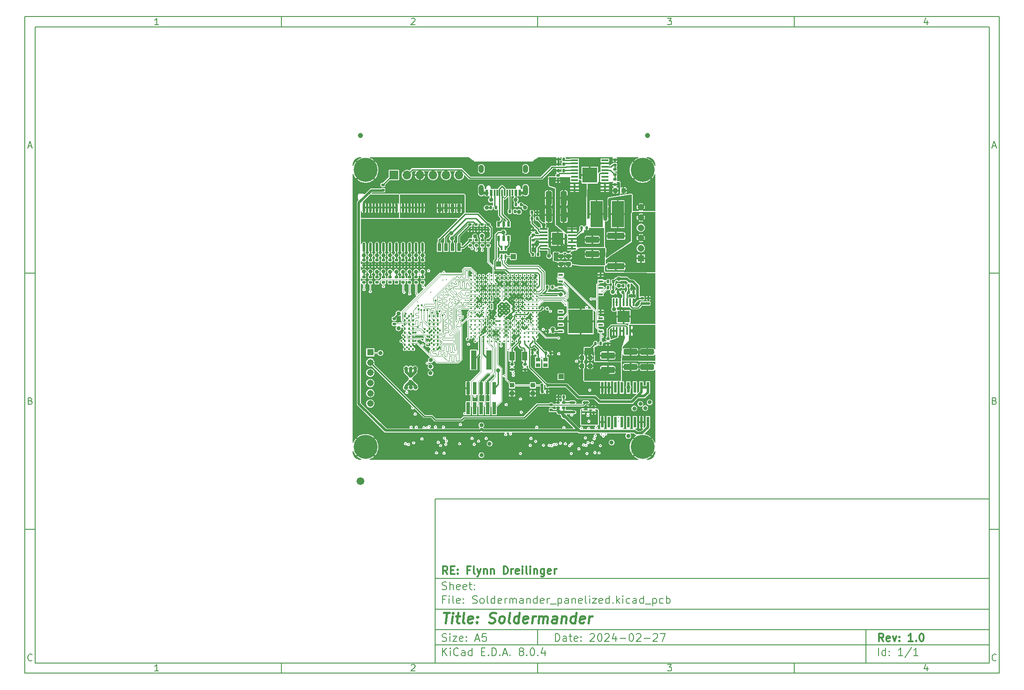
<source format=gbr>
%TF.GenerationSoftware,KiCad,Pcbnew,8.0.4*%
%TF.CreationDate,2024-07-26T20:24:48-07:00*%
%TF.ProjectId,Soldermander_panelized,536f6c64-6572-46d6-916e-6465725f7061,1.0*%
%TF.SameCoordinates,Original*%
%TF.FileFunction,Copper,L1,Top*%
%TF.FilePolarity,Positive*%
%FSLAX46Y46*%
G04 Gerber Fmt 4.6, Leading zero omitted, Abs format (unit mm)*
G04 Created by KiCad (PCBNEW 8.0.4) date 2024-07-26 20:24:48*
%MOMM*%
%LPD*%
G01*
G04 APERTURE LIST*
G04 Aperture macros list*
%AMRoundRect*
0 Rectangle with rounded corners*
0 $1 Rounding radius*
0 $2 $3 $4 $5 $6 $7 $8 $9 X,Y pos of 4 corners*
0 Add a 4 corners polygon primitive as box body*
4,1,4,$2,$3,$4,$5,$6,$7,$8,$9,$2,$3,0*
0 Add four circle primitives for the rounded corners*
1,1,$1+$1,$2,$3*
1,1,$1+$1,$4,$5*
1,1,$1+$1,$6,$7*
1,1,$1+$1,$8,$9*
0 Add four rect primitives between the rounded corners*
20,1,$1+$1,$2,$3,$4,$5,0*
20,1,$1+$1,$4,$5,$6,$7,0*
20,1,$1+$1,$6,$7,$8,$9,0*
20,1,$1+$1,$8,$9,$2,$3,0*%
G04 Aperture macros list end*
%ADD10C,0.100000*%
%ADD11C,0.150000*%
%ADD12C,0.300000*%
%ADD13C,0.400000*%
%TA.AperFunction,SMDPad,CuDef*%
%ADD14RoundRect,0.140000X-0.140000X-0.170000X0.140000X-0.170000X0.140000X0.170000X-0.140000X0.170000X0*%
%TD*%
%TA.AperFunction,SMDPad,CuDef*%
%ADD15RoundRect,0.135000X0.185000X-0.135000X0.185000X0.135000X-0.185000X0.135000X-0.185000X-0.135000X0*%
%TD*%
%TA.AperFunction,SMDPad,CuDef*%
%ADD16RoundRect,0.135000X-0.135000X-0.185000X0.135000X-0.185000X0.135000X0.185000X-0.135000X0.185000X0*%
%TD*%
%TA.AperFunction,SMDPad,CuDef*%
%ADD17RoundRect,0.140000X-0.170000X0.140000X-0.170000X-0.140000X0.170000X-0.140000X0.170000X0.140000X0*%
%TD*%
%TA.AperFunction,SMDPad,CuDef*%
%ADD18RoundRect,0.135000X-0.185000X0.135000X-0.185000X-0.135000X0.185000X-0.135000X0.185000X0.135000X0*%
%TD*%
%TA.AperFunction,SMDPad,CuDef*%
%ADD19RoundRect,0.225000X-0.225000X-0.250000X0.225000X-0.250000X0.225000X0.250000X-0.225000X0.250000X0*%
%TD*%
%TA.AperFunction,SMDPad,CuDef*%
%ADD20RoundRect,0.135000X0.135000X0.185000X-0.135000X0.185000X-0.135000X-0.185000X0.135000X-0.185000X0*%
%TD*%
%TA.AperFunction,SMDPad,CuDef*%
%ADD21R,1.409700X0.355600*%
%TD*%
%TA.AperFunction,SMDPad,CuDef*%
%ADD22R,2.971800X2.971800*%
%TD*%
%TA.AperFunction,SMDPad,CuDef*%
%ADD23RoundRect,0.140000X0.140000X0.170000X-0.140000X0.170000X-0.140000X-0.170000X0.140000X-0.170000X0*%
%TD*%
%TA.AperFunction,SMDPad,CuDef*%
%ADD24RoundRect,0.250000X-1.100000X0.325000X-1.100000X-0.325000X1.100000X-0.325000X1.100000X0.325000X0*%
%TD*%
%TA.AperFunction,SMDPad,CuDef*%
%ADD25RoundRect,0.225000X0.250000X-0.225000X0.250000X0.225000X-0.250000X0.225000X-0.250000X-0.225000X0*%
%TD*%
%TA.AperFunction,SMDPad,CuDef*%
%ADD26C,1.000000*%
%TD*%
%TA.AperFunction,SMDPad,CuDef*%
%ADD27R,1.000000X1.000000*%
%TD*%
%TA.AperFunction,SMDPad,CuDef*%
%ADD28R,1.600200X0.304800*%
%TD*%
%TA.AperFunction,SMDPad,CuDef*%
%ADD29R,2.310000X2.460000*%
%TD*%
%TA.AperFunction,SMDPad,CuDef*%
%ADD30R,0.762000X1.500000*%
%TD*%
%TA.AperFunction,SMDPad,CuDef*%
%ADD31R,0.558800X0.977900*%
%TD*%
%TA.AperFunction,SMDPad,CuDef*%
%ADD32R,1.000000X1.800000*%
%TD*%
%TA.AperFunction,SMDPad,CuDef*%
%ADD33C,0.355600*%
%TD*%
%TA.AperFunction,SMDPad,CuDef*%
%ADD34RoundRect,0.147500X0.172500X-0.147500X0.172500X0.147500X-0.172500X0.147500X-0.172500X-0.147500X0*%
%TD*%
%TA.AperFunction,ComponentPad*%
%ADD35C,4.700000*%
%TD*%
%TA.AperFunction,SMDPad,CuDef*%
%ADD36R,1.219200X0.457200*%
%TD*%
%TA.AperFunction,SMDPad,CuDef*%
%ADD37O,1.219200X0.457200*%
%TD*%
%TA.AperFunction,SMDPad,CuDef*%
%ADD38RoundRect,0.250000X-1.075000X0.375000X-1.075000X-0.375000X1.075000X-0.375000X1.075000X0.375000X0*%
%TD*%
%TA.AperFunction,SMDPad,CuDef*%
%ADD39R,1.100000X3.700000*%
%TD*%
%TA.AperFunction,SMDPad,CuDef*%
%ADD40R,0.900000X0.800000*%
%TD*%
%TA.AperFunction,SMDPad,CuDef*%
%ADD41R,2.350000X5.100000*%
%TD*%
%TA.AperFunction,SMDPad,CuDef*%
%ADD42R,0.558800X2.159000*%
%TD*%
%TA.AperFunction,SMDPad,CuDef*%
%ADD43R,0.950000X0.450000*%
%TD*%
%TA.AperFunction,SMDPad,CuDef*%
%ADD44R,0.304800X1.600200*%
%TD*%
%TA.AperFunction,SMDPad,CuDef*%
%ADD45R,2.460000X2.310000*%
%TD*%
%TA.AperFunction,ComponentPad*%
%ADD46R,1.308000X1.308000*%
%TD*%
%TA.AperFunction,ComponentPad*%
%ADD47C,1.308000*%
%TD*%
%TA.AperFunction,SMDPad,CuDef*%
%ADD48C,0.457200*%
%TD*%
%TA.AperFunction,SMDPad,CuDef*%
%ADD49O,0.560000X1.840000*%
%TD*%
%TA.AperFunction,SMDPad,CuDef*%
%ADD50RoundRect,0.250000X0.325000X1.100000X-0.325000X1.100000X-0.325000X-1.100000X0.325000X-1.100000X0*%
%TD*%
%TA.AperFunction,SMDPad,CuDef*%
%ADD51C,1.500000*%
%TD*%
%TA.AperFunction,SMDPad,CuDef*%
%ADD52RoundRect,0.140000X0.170000X-0.140000X0.170000X0.140000X-0.170000X0.140000X-0.170000X-0.140000X0*%
%TD*%
%TA.AperFunction,SMDPad,CuDef*%
%ADD53R,0.600000X1.150000*%
%TD*%
%TA.AperFunction,SMDPad,CuDef*%
%ADD54R,0.300000X1.150000*%
%TD*%
%TA.AperFunction,ComponentPad*%
%ADD55O,1.000000X2.100000*%
%TD*%
%TA.AperFunction,ComponentPad*%
%ADD56O,1.000000X1.600000*%
%TD*%
%TA.AperFunction,SMDPad,CuDef*%
%ADD57R,0.740000X2.400000*%
%TD*%
%TA.AperFunction,SMDPad,CuDef*%
%ADD58RoundRect,0.250000X1.425000X-0.362500X1.425000X0.362500X-1.425000X0.362500X-1.425000X-0.362500X0*%
%TD*%
%TA.AperFunction,ComponentPad*%
%ADD59R,1.700000X1.700000*%
%TD*%
%TA.AperFunction,ComponentPad*%
%ADD60O,1.700000X1.700000*%
%TD*%
%TA.AperFunction,SMDPad,CuDef*%
%ADD61R,0.900000X0.900000*%
%TD*%
%TA.AperFunction,SMDPad,CuDef*%
%ADD62R,4.750000X4.650000*%
%TD*%
%TA.AperFunction,SMDPad,CuDef*%
%ADD63R,0.406400X0.914400*%
%TD*%
%TA.AperFunction,ViaPad*%
%ADD64C,0.300000*%
%TD*%
%TA.AperFunction,ViaPad*%
%ADD65C,0.400000*%
%TD*%
%TA.AperFunction,ViaPad*%
%ADD66C,0.800000*%
%TD*%
%TA.AperFunction,ViaPad*%
%ADD67C,0.500000*%
%TD*%
%TA.AperFunction,ViaPad*%
%ADD68C,0.406400*%
%TD*%
%TA.AperFunction,Conductor*%
%ADD69C,0.250000*%
%TD*%
%TA.AperFunction,Conductor*%
%ADD70C,0.400000*%
%TD*%
%TA.AperFunction,Conductor*%
%ADD71C,1.000000*%
%TD*%
%TA.AperFunction,Conductor*%
%ADD72C,0.500000*%
%TD*%
%TA.AperFunction,Conductor*%
%ADD73C,0.090000*%
%TD*%
%TA.AperFunction,Conductor*%
%ADD74C,0.600000*%
%TD*%
%TA.AperFunction,Conductor*%
%ADD75C,0.800000*%
%TD*%
%TA.AperFunction,Conductor*%
%ADD76C,0.254000*%
%TD*%
%TA.AperFunction,Conductor*%
%ADD77C,0.200000*%
%TD*%
%TA.AperFunction,Conductor*%
%ADD78C,0.150000*%
%TD*%
G04 APERTURE END LIST*
D10*
D11*
X90007200Y-104005800D02*
X198007200Y-104005800D01*
X198007200Y-136005800D01*
X90007200Y-136005800D01*
X90007200Y-104005800D01*
D10*
D11*
X10000000Y-10000000D02*
X200007200Y-10000000D01*
X200007200Y-138005800D01*
X10000000Y-138005800D01*
X10000000Y-10000000D01*
D10*
D11*
X12000000Y-12000000D02*
X198007200Y-12000000D01*
X198007200Y-136005800D01*
X12000000Y-136005800D01*
X12000000Y-12000000D01*
D10*
D11*
X60000000Y-12000000D02*
X60000000Y-10000000D01*
D10*
D11*
X110000000Y-12000000D02*
X110000000Y-10000000D01*
D10*
D11*
X160000000Y-12000000D02*
X160000000Y-10000000D01*
D10*
D11*
X36089160Y-11593604D02*
X35346303Y-11593604D01*
X35717731Y-11593604D02*
X35717731Y-10293604D01*
X35717731Y-10293604D02*
X35593922Y-10479319D01*
X35593922Y-10479319D02*
X35470112Y-10603128D01*
X35470112Y-10603128D02*
X35346303Y-10665033D01*
D10*
D11*
X85346303Y-10417414D02*
X85408207Y-10355509D01*
X85408207Y-10355509D02*
X85532017Y-10293604D01*
X85532017Y-10293604D02*
X85841541Y-10293604D01*
X85841541Y-10293604D02*
X85965350Y-10355509D01*
X85965350Y-10355509D02*
X86027255Y-10417414D01*
X86027255Y-10417414D02*
X86089160Y-10541223D01*
X86089160Y-10541223D02*
X86089160Y-10665033D01*
X86089160Y-10665033D02*
X86027255Y-10850747D01*
X86027255Y-10850747D02*
X85284398Y-11593604D01*
X85284398Y-11593604D02*
X86089160Y-11593604D01*
D10*
D11*
X135284398Y-10293604D02*
X136089160Y-10293604D01*
X136089160Y-10293604D02*
X135655826Y-10788842D01*
X135655826Y-10788842D02*
X135841541Y-10788842D01*
X135841541Y-10788842D02*
X135965350Y-10850747D01*
X135965350Y-10850747D02*
X136027255Y-10912652D01*
X136027255Y-10912652D02*
X136089160Y-11036461D01*
X136089160Y-11036461D02*
X136089160Y-11345985D01*
X136089160Y-11345985D02*
X136027255Y-11469795D01*
X136027255Y-11469795D02*
X135965350Y-11531700D01*
X135965350Y-11531700D02*
X135841541Y-11593604D01*
X135841541Y-11593604D02*
X135470112Y-11593604D01*
X135470112Y-11593604D02*
X135346303Y-11531700D01*
X135346303Y-11531700D02*
X135284398Y-11469795D01*
D10*
D11*
X185965350Y-10726938D02*
X185965350Y-11593604D01*
X185655826Y-10231700D02*
X185346303Y-11160271D01*
X185346303Y-11160271D02*
X186151064Y-11160271D01*
D10*
D11*
X60000000Y-136005800D02*
X60000000Y-138005800D01*
D10*
D11*
X110000000Y-136005800D02*
X110000000Y-138005800D01*
D10*
D11*
X160000000Y-136005800D02*
X160000000Y-138005800D01*
D10*
D11*
X36089160Y-137599404D02*
X35346303Y-137599404D01*
X35717731Y-137599404D02*
X35717731Y-136299404D01*
X35717731Y-136299404D02*
X35593922Y-136485119D01*
X35593922Y-136485119D02*
X35470112Y-136608928D01*
X35470112Y-136608928D02*
X35346303Y-136670833D01*
D10*
D11*
X85346303Y-136423214D02*
X85408207Y-136361309D01*
X85408207Y-136361309D02*
X85532017Y-136299404D01*
X85532017Y-136299404D02*
X85841541Y-136299404D01*
X85841541Y-136299404D02*
X85965350Y-136361309D01*
X85965350Y-136361309D02*
X86027255Y-136423214D01*
X86027255Y-136423214D02*
X86089160Y-136547023D01*
X86089160Y-136547023D02*
X86089160Y-136670833D01*
X86089160Y-136670833D02*
X86027255Y-136856547D01*
X86027255Y-136856547D02*
X85284398Y-137599404D01*
X85284398Y-137599404D02*
X86089160Y-137599404D01*
D10*
D11*
X135284398Y-136299404D02*
X136089160Y-136299404D01*
X136089160Y-136299404D02*
X135655826Y-136794642D01*
X135655826Y-136794642D02*
X135841541Y-136794642D01*
X135841541Y-136794642D02*
X135965350Y-136856547D01*
X135965350Y-136856547D02*
X136027255Y-136918452D01*
X136027255Y-136918452D02*
X136089160Y-137042261D01*
X136089160Y-137042261D02*
X136089160Y-137351785D01*
X136089160Y-137351785D02*
X136027255Y-137475595D01*
X136027255Y-137475595D02*
X135965350Y-137537500D01*
X135965350Y-137537500D02*
X135841541Y-137599404D01*
X135841541Y-137599404D02*
X135470112Y-137599404D01*
X135470112Y-137599404D02*
X135346303Y-137537500D01*
X135346303Y-137537500D02*
X135284398Y-137475595D01*
D10*
D11*
X185965350Y-136732738D02*
X185965350Y-137599404D01*
X185655826Y-136237500D02*
X185346303Y-137166071D01*
X185346303Y-137166071D02*
X186151064Y-137166071D01*
D10*
D11*
X10000000Y-60000000D02*
X12000000Y-60000000D01*
D10*
D11*
X10000000Y-110000000D02*
X12000000Y-110000000D01*
D10*
D11*
X10690476Y-35222176D02*
X11309523Y-35222176D01*
X10566666Y-35593604D02*
X10999999Y-34293604D01*
X10999999Y-34293604D02*
X11433333Y-35593604D01*
D10*
D11*
X11092857Y-84912652D02*
X11278571Y-84974557D01*
X11278571Y-84974557D02*
X11340476Y-85036461D01*
X11340476Y-85036461D02*
X11402380Y-85160271D01*
X11402380Y-85160271D02*
X11402380Y-85345985D01*
X11402380Y-85345985D02*
X11340476Y-85469795D01*
X11340476Y-85469795D02*
X11278571Y-85531700D01*
X11278571Y-85531700D02*
X11154761Y-85593604D01*
X11154761Y-85593604D02*
X10659523Y-85593604D01*
X10659523Y-85593604D02*
X10659523Y-84293604D01*
X10659523Y-84293604D02*
X11092857Y-84293604D01*
X11092857Y-84293604D02*
X11216666Y-84355509D01*
X11216666Y-84355509D02*
X11278571Y-84417414D01*
X11278571Y-84417414D02*
X11340476Y-84541223D01*
X11340476Y-84541223D02*
X11340476Y-84665033D01*
X11340476Y-84665033D02*
X11278571Y-84788842D01*
X11278571Y-84788842D02*
X11216666Y-84850747D01*
X11216666Y-84850747D02*
X11092857Y-84912652D01*
X11092857Y-84912652D02*
X10659523Y-84912652D01*
D10*
D11*
X11402380Y-135469795D02*
X11340476Y-135531700D01*
X11340476Y-135531700D02*
X11154761Y-135593604D01*
X11154761Y-135593604D02*
X11030952Y-135593604D01*
X11030952Y-135593604D02*
X10845238Y-135531700D01*
X10845238Y-135531700D02*
X10721428Y-135407890D01*
X10721428Y-135407890D02*
X10659523Y-135284080D01*
X10659523Y-135284080D02*
X10597619Y-135036461D01*
X10597619Y-135036461D02*
X10597619Y-134850747D01*
X10597619Y-134850747D02*
X10659523Y-134603128D01*
X10659523Y-134603128D02*
X10721428Y-134479319D01*
X10721428Y-134479319D02*
X10845238Y-134355509D01*
X10845238Y-134355509D02*
X11030952Y-134293604D01*
X11030952Y-134293604D02*
X11154761Y-134293604D01*
X11154761Y-134293604D02*
X11340476Y-134355509D01*
X11340476Y-134355509D02*
X11402380Y-134417414D01*
D10*
D11*
X200007200Y-60000000D02*
X198007200Y-60000000D01*
D10*
D11*
X200007200Y-110000000D02*
X198007200Y-110000000D01*
D10*
D11*
X198697676Y-35222176D02*
X199316723Y-35222176D01*
X198573866Y-35593604D02*
X199007199Y-34293604D01*
X199007199Y-34293604D02*
X199440533Y-35593604D01*
D10*
D11*
X199100057Y-84912652D02*
X199285771Y-84974557D01*
X199285771Y-84974557D02*
X199347676Y-85036461D01*
X199347676Y-85036461D02*
X199409580Y-85160271D01*
X199409580Y-85160271D02*
X199409580Y-85345985D01*
X199409580Y-85345985D02*
X199347676Y-85469795D01*
X199347676Y-85469795D02*
X199285771Y-85531700D01*
X199285771Y-85531700D02*
X199161961Y-85593604D01*
X199161961Y-85593604D02*
X198666723Y-85593604D01*
X198666723Y-85593604D02*
X198666723Y-84293604D01*
X198666723Y-84293604D02*
X199100057Y-84293604D01*
X199100057Y-84293604D02*
X199223866Y-84355509D01*
X199223866Y-84355509D02*
X199285771Y-84417414D01*
X199285771Y-84417414D02*
X199347676Y-84541223D01*
X199347676Y-84541223D02*
X199347676Y-84665033D01*
X199347676Y-84665033D02*
X199285771Y-84788842D01*
X199285771Y-84788842D02*
X199223866Y-84850747D01*
X199223866Y-84850747D02*
X199100057Y-84912652D01*
X199100057Y-84912652D02*
X198666723Y-84912652D01*
D10*
D11*
X199409580Y-135469795D02*
X199347676Y-135531700D01*
X199347676Y-135531700D02*
X199161961Y-135593604D01*
X199161961Y-135593604D02*
X199038152Y-135593604D01*
X199038152Y-135593604D02*
X198852438Y-135531700D01*
X198852438Y-135531700D02*
X198728628Y-135407890D01*
X198728628Y-135407890D02*
X198666723Y-135284080D01*
X198666723Y-135284080D02*
X198604819Y-135036461D01*
X198604819Y-135036461D02*
X198604819Y-134850747D01*
X198604819Y-134850747D02*
X198666723Y-134603128D01*
X198666723Y-134603128D02*
X198728628Y-134479319D01*
X198728628Y-134479319D02*
X198852438Y-134355509D01*
X198852438Y-134355509D02*
X199038152Y-134293604D01*
X199038152Y-134293604D02*
X199161961Y-134293604D01*
X199161961Y-134293604D02*
X199347676Y-134355509D01*
X199347676Y-134355509D02*
X199409580Y-134417414D01*
D10*
D11*
X113463026Y-131791928D02*
X113463026Y-130291928D01*
X113463026Y-130291928D02*
X113820169Y-130291928D01*
X113820169Y-130291928D02*
X114034455Y-130363357D01*
X114034455Y-130363357D02*
X114177312Y-130506214D01*
X114177312Y-130506214D02*
X114248741Y-130649071D01*
X114248741Y-130649071D02*
X114320169Y-130934785D01*
X114320169Y-130934785D02*
X114320169Y-131149071D01*
X114320169Y-131149071D02*
X114248741Y-131434785D01*
X114248741Y-131434785D02*
X114177312Y-131577642D01*
X114177312Y-131577642D02*
X114034455Y-131720500D01*
X114034455Y-131720500D02*
X113820169Y-131791928D01*
X113820169Y-131791928D02*
X113463026Y-131791928D01*
X115605884Y-131791928D02*
X115605884Y-131006214D01*
X115605884Y-131006214D02*
X115534455Y-130863357D01*
X115534455Y-130863357D02*
X115391598Y-130791928D01*
X115391598Y-130791928D02*
X115105884Y-130791928D01*
X115105884Y-130791928D02*
X114963026Y-130863357D01*
X115605884Y-131720500D02*
X115463026Y-131791928D01*
X115463026Y-131791928D02*
X115105884Y-131791928D01*
X115105884Y-131791928D02*
X114963026Y-131720500D01*
X114963026Y-131720500D02*
X114891598Y-131577642D01*
X114891598Y-131577642D02*
X114891598Y-131434785D01*
X114891598Y-131434785D02*
X114963026Y-131291928D01*
X114963026Y-131291928D02*
X115105884Y-131220500D01*
X115105884Y-131220500D02*
X115463026Y-131220500D01*
X115463026Y-131220500D02*
X115605884Y-131149071D01*
X116105884Y-130791928D02*
X116677312Y-130791928D01*
X116320169Y-130291928D02*
X116320169Y-131577642D01*
X116320169Y-131577642D02*
X116391598Y-131720500D01*
X116391598Y-131720500D02*
X116534455Y-131791928D01*
X116534455Y-131791928D02*
X116677312Y-131791928D01*
X117748741Y-131720500D02*
X117605884Y-131791928D01*
X117605884Y-131791928D02*
X117320170Y-131791928D01*
X117320170Y-131791928D02*
X117177312Y-131720500D01*
X117177312Y-131720500D02*
X117105884Y-131577642D01*
X117105884Y-131577642D02*
X117105884Y-131006214D01*
X117105884Y-131006214D02*
X117177312Y-130863357D01*
X117177312Y-130863357D02*
X117320170Y-130791928D01*
X117320170Y-130791928D02*
X117605884Y-130791928D01*
X117605884Y-130791928D02*
X117748741Y-130863357D01*
X117748741Y-130863357D02*
X117820170Y-131006214D01*
X117820170Y-131006214D02*
X117820170Y-131149071D01*
X117820170Y-131149071D02*
X117105884Y-131291928D01*
X118463026Y-131649071D02*
X118534455Y-131720500D01*
X118534455Y-131720500D02*
X118463026Y-131791928D01*
X118463026Y-131791928D02*
X118391598Y-131720500D01*
X118391598Y-131720500D02*
X118463026Y-131649071D01*
X118463026Y-131649071D02*
X118463026Y-131791928D01*
X118463026Y-130863357D02*
X118534455Y-130934785D01*
X118534455Y-130934785D02*
X118463026Y-131006214D01*
X118463026Y-131006214D02*
X118391598Y-130934785D01*
X118391598Y-130934785D02*
X118463026Y-130863357D01*
X118463026Y-130863357D02*
X118463026Y-131006214D01*
X120248741Y-130434785D02*
X120320169Y-130363357D01*
X120320169Y-130363357D02*
X120463027Y-130291928D01*
X120463027Y-130291928D02*
X120820169Y-130291928D01*
X120820169Y-130291928D02*
X120963027Y-130363357D01*
X120963027Y-130363357D02*
X121034455Y-130434785D01*
X121034455Y-130434785D02*
X121105884Y-130577642D01*
X121105884Y-130577642D02*
X121105884Y-130720500D01*
X121105884Y-130720500D02*
X121034455Y-130934785D01*
X121034455Y-130934785D02*
X120177312Y-131791928D01*
X120177312Y-131791928D02*
X121105884Y-131791928D01*
X122034455Y-130291928D02*
X122177312Y-130291928D01*
X122177312Y-130291928D02*
X122320169Y-130363357D01*
X122320169Y-130363357D02*
X122391598Y-130434785D01*
X122391598Y-130434785D02*
X122463026Y-130577642D01*
X122463026Y-130577642D02*
X122534455Y-130863357D01*
X122534455Y-130863357D02*
X122534455Y-131220500D01*
X122534455Y-131220500D02*
X122463026Y-131506214D01*
X122463026Y-131506214D02*
X122391598Y-131649071D01*
X122391598Y-131649071D02*
X122320169Y-131720500D01*
X122320169Y-131720500D02*
X122177312Y-131791928D01*
X122177312Y-131791928D02*
X122034455Y-131791928D01*
X122034455Y-131791928D02*
X121891598Y-131720500D01*
X121891598Y-131720500D02*
X121820169Y-131649071D01*
X121820169Y-131649071D02*
X121748740Y-131506214D01*
X121748740Y-131506214D02*
X121677312Y-131220500D01*
X121677312Y-131220500D02*
X121677312Y-130863357D01*
X121677312Y-130863357D02*
X121748740Y-130577642D01*
X121748740Y-130577642D02*
X121820169Y-130434785D01*
X121820169Y-130434785D02*
X121891598Y-130363357D01*
X121891598Y-130363357D02*
X122034455Y-130291928D01*
X123105883Y-130434785D02*
X123177311Y-130363357D01*
X123177311Y-130363357D02*
X123320169Y-130291928D01*
X123320169Y-130291928D02*
X123677311Y-130291928D01*
X123677311Y-130291928D02*
X123820169Y-130363357D01*
X123820169Y-130363357D02*
X123891597Y-130434785D01*
X123891597Y-130434785D02*
X123963026Y-130577642D01*
X123963026Y-130577642D02*
X123963026Y-130720500D01*
X123963026Y-130720500D02*
X123891597Y-130934785D01*
X123891597Y-130934785D02*
X123034454Y-131791928D01*
X123034454Y-131791928D02*
X123963026Y-131791928D01*
X125248740Y-130791928D02*
X125248740Y-131791928D01*
X124891597Y-130220500D02*
X124534454Y-131291928D01*
X124534454Y-131291928D02*
X125463025Y-131291928D01*
X126034453Y-131220500D02*
X127177311Y-131220500D01*
X128177311Y-130291928D02*
X128320168Y-130291928D01*
X128320168Y-130291928D02*
X128463025Y-130363357D01*
X128463025Y-130363357D02*
X128534454Y-130434785D01*
X128534454Y-130434785D02*
X128605882Y-130577642D01*
X128605882Y-130577642D02*
X128677311Y-130863357D01*
X128677311Y-130863357D02*
X128677311Y-131220500D01*
X128677311Y-131220500D02*
X128605882Y-131506214D01*
X128605882Y-131506214D02*
X128534454Y-131649071D01*
X128534454Y-131649071D02*
X128463025Y-131720500D01*
X128463025Y-131720500D02*
X128320168Y-131791928D01*
X128320168Y-131791928D02*
X128177311Y-131791928D01*
X128177311Y-131791928D02*
X128034454Y-131720500D01*
X128034454Y-131720500D02*
X127963025Y-131649071D01*
X127963025Y-131649071D02*
X127891596Y-131506214D01*
X127891596Y-131506214D02*
X127820168Y-131220500D01*
X127820168Y-131220500D02*
X127820168Y-130863357D01*
X127820168Y-130863357D02*
X127891596Y-130577642D01*
X127891596Y-130577642D02*
X127963025Y-130434785D01*
X127963025Y-130434785D02*
X128034454Y-130363357D01*
X128034454Y-130363357D02*
X128177311Y-130291928D01*
X129248739Y-130434785D02*
X129320167Y-130363357D01*
X129320167Y-130363357D02*
X129463025Y-130291928D01*
X129463025Y-130291928D02*
X129820167Y-130291928D01*
X129820167Y-130291928D02*
X129963025Y-130363357D01*
X129963025Y-130363357D02*
X130034453Y-130434785D01*
X130034453Y-130434785D02*
X130105882Y-130577642D01*
X130105882Y-130577642D02*
X130105882Y-130720500D01*
X130105882Y-130720500D02*
X130034453Y-130934785D01*
X130034453Y-130934785D02*
X129177310Y-131791928D01*
X129177310Y-131791928D02*
X130105882Y-131791928D01*
X130748738Y-131220500D02*
X131891596Y-131220500D01*
X132534453Y-130434785D02*
X132605881Y-130363357D01*
X132605881Y-130363357D02*
X132748739Y-130291928D01*
X132748739Y-130291928D02*
X133105881Y-130291928D01*
X133105881Y-130291928D02*
X133248739Y-130363357D01*
X133248739Y-130363357D02*
X133320167Y-130434785D01*
X133320167Y-130434785D02*
X133391596Y-130577642D01*
X133391596Y-130577642D02*
X133391596Y-130720500D01*
X133391596Y-130720500D02*
X133320167Y-130934785D01*
X133320167Y-130934785D02*
X132463024Y-131791928D01*
X132463024Y-131791928D02*
X133391596Y-131791928D01*
X133891595Y-130291928D02*
X134891595Y-130291928D01*
X134891595Y-130291928D02*
X134248738Y-131791928D01*
D10*
D11*
X90007200Y-132505800D02*
X198007200Y-132505800D01*
D10*
D11*
X91463026Y-134591928D02*
X91463026Y-133091928D01*
X92320169Y-134591928D02*
X91677312Y-133734785D01*
X92320169Y-133091928D02*
X91463026Y-133949071D01*
X92963026Y-134591928D02*
X92963026Y-133591928D01*
X92963026Y-133091928D02*
X92891598Y-133163357D01*
X92891598Y-133163357D02*
X92963026Y-133234785D01*
X92963026Y-133234785D02*
X93034455Y-133163357D01*
X93034455Y-133163357D02*
X92963026Y-133091928D01*
X92963026Y-133091928D02*
X92963026Y-133234785D01*
X94534455Y-134449071D02*
X94463027Y-134520500D01*
X94463027Y-134520500D02*
X94248741Y-134591928D01*
X94248741Y-134591928D02*
X94105884Y-134591928D01*
X94105884Y-134591928D02*
X93891598Y-134520500D01*
X93891598Y-134520500D02*
X93748741Y-134377642D01*
X93748741Y-134377642D02*
X93677312Y-134234785D01*
X93677312Y-134234785D02*
X93605884Y-133949071D01*
X93605884Y-133949071D02*
X93605884Y-133734785D01*
X93605884Y-133734785D02*
X93677312Y-133449071D01*
X93677312Y-133449071D02*
X93748741Y-133306214D01*
X93748741Y-133306214D02*
X93891598Y-133163357D01*
X93891598Y-133163357D02*
X94105884Y-133091928D01*
X94105884Y-133091928D02*
X94248741Y-133091928D01*
X94248741Y-133091928D02*
X94463027Y-133163357D01*
X94463027Y-133163357D02*
X94534455Y-133234785D01*
X95820170Y-134591928D02*
X95820170Y-133806214D01*
X95820170Y-133806214D02*
X95748741Y-133663357D01*
X95748741Y-133663357D02*
X95605884Y-133591928D01*
X95605884Y-133591928D02*
X95320170Y-133591928D01*
X95320170Y-133591928D02*
X95177312Y-133663357D01*
X95820170Y-134520500D02*
X95677312Y-134591928D01*
X95677312Y-134591928D02*
X95320170Y-134591928D01*
X95320170Y-134591928D02*
X95177312Y-134520500D01*
X95177312Y-134520500D02*
X95105884Y-134377642D01*
X95105884Y-134377642D02*
X95105884Y-134234785D01*
X95105884Y-134234785D02*
X95177312Y-134091928D01*
X95177312Y-134091928D02*
X95320170Y-134020500D01*
X95320170Y-134020500D02*
X95677312Y-134020500D01*
X95677312Y-134020500D02*
X95820170Y-133949071D01*
X97177313Y-134591928D02*
X97177313Y-133091928D01*
X97177313Y-134520500D02*
X97034455Y-134591928D01*
X97034455Y-134591928D02*
X96748741Y-134591928D01*
X96748741Y-134591928D02*
X96605884Y-134520500D01*
X96605884Y-134520500D02*
X96534455Y-134449071D01*
X96534455Y-134449071D02*
X96463027Y-134306214D01*
X96463027Y-134306214D02*
X96463027Y-133877642D01*
X96463027Y-133877642D02*
X96534455Y-133734785D01*
X96534455Y-133734785D02*
X96605884Y-133663357D01*
X96605884Y-133663357D02*
X96748741Y-133591928D01*
X96748741Y-133591928D02*
X97034455Y-133591928D01*
X97034455Y-133591928D02*
X97177313Y-133663357D01*
X99034455Y-133806214D02*
X99534455Y-133806214D01*
X99748741Y-134591928D02*
X99034455Y-134591928D01*
X99034455Y-134591928D02*
X99034455Y-133091928D01*
X99034455Y-133091928D02*
X99748741Y-133091928D01*
X100391598Y-134449071D02*
X100463027Y-134520500D01*
X100463027Y-134520500D02*
X100391598Y-134591928D01*
X100391598Y-134591928D02*
X100320170Y-134520500D01*
X100320170Y-134520500D02*
X100391598Y-134449071D01*
X100391598Y-134449071D02*
X100391598Y-134591928D01*
X101105884Y-134591928D02*
X101105884Y-133091928D01*
X101105884Y-133091928D02*
X101463027Y-133091928D01*
X101463027Y-133091928D02*
X101677313Y-133163357D01*
X101677313Y-133163357D02*
X101820170Y-133306214D01*
X101820170Y-133306214D02*
X101891599Y-133449071D01*
X101891599Y-133449071D02*
X101963027Y-133734785D01*
X101963027Y-133734785D02*
X101963027Y-133949071D01*
X101963027Y-133949071D02*
X101891599Y-134234785D01*
X101891599Y-134234785D02*
X101820170Y-134377642D01*
X101820170Y-134377642D02*
X101677313Y-134520500D01*
X101677313Y-134520500D02*
X101463027Y-134591928D01*
X101463027Y-134591928D02*
X101105884Y-134591928D01*
X102605884Y-134449071D02*
X102677313Y-134520500D01*
X102677313Y-134520500D02*
X102605884Y-134591928D01*
X102605884Y-134591928D02*
X102534456Y-134520500D01*
X102534456Y-134520500D02*
X102605884Y-134449071D01*
X102605884Y-134449071D02*
X102605884Y-134591928D01*
X103248742Y-134163357D02*
X103963028Y-134163357D01*
X103105885Y-134591928D02*
X103605885Y-133091928D01*
X103605885Y-133091928D02*
X104105885Y-134591928D01*
X104605884Y-134449071D02*
X104677313Y-134520500D01*
X104677313Y-134520500D02*
X104605884Y-134591928D01*
X104605884Y-134591928D02*
X104534456Y-134520500D01*
X104534456Y-134520500D02*
X104605884Y-134449071D01*
X104605884Y-134449071D02*
X104605884Y-134591928D01*
X106677313Y-133734785D02*
X106534456Y-133663357D01*
X106534456Y-133663357D02*
X106463027Y-133591928D01*
X106463027Y-133591928D02*
X106391599Y-133449071D01*
X106391599Y-133449071D02*
X106391599Y-133377642D01*
X106391599Y-133377642D02*
X106463027Y-133234785D01*
X106463027Y-133234785D02*
X106534456Y-133163357D01*
X106534456Y-133163357D02*
X106677313Y-133091928D01*
X106677313Y-133091928D02*
X106963027Y-133091928D01*
X106963027Y-133091928D02*
X107105885Y-133163357D01*
X107105885Y-133163357D02*
X107177313Y-133234785D01*
X107177313Y-133234785D02*
X107248742Y-133377642D01*
X107248742Y-133377642D02*
X107248742Y-133449071D01*
X107248742Y-133449071D02*
X107177313Y-133591928D01*
X107177313Y-133591928D02*
X107105885Y-133663357D01*
X107105885Y-133663357D02*
X106963027Y-133734785D01*
X106963027Y-133734785D02*
X106677313Y-133734785D01*
X106677313Y-133734785D02*
X106534456Y-133806214D01*
X106534456Y-133806214D02*
X106463027Y-133877642D01*
X106463027Y-133877642D02*
X106391599Y-134020500D01*
X106391599Y-134020500D02*
X106391599Y-134306214D01*
X106391599Y-134306214D02*
X106463027Y-134449071D01*
X106463027Y-134449071D02*
X106534456Y-134520500D01*
X106534456Y-134520500D02*
X106677313Y-134591928D01*
X106677313Y-134591928D02*
X106963027Y-134591928D01*
X106963027Y-134591928D02*
X107105885Y-134520500D01*
X107105885Y-134520500D02*
X107177313Y-134449071D01*
X107177313Y-134449071D02*
X107248742Y-134306214D01*
X107248742Y-134306214D02*
X107248742Y-134020500D01*
X107248742Y-134020500D02*
X107177313Y-133877642D01*
X107177313Y-133877642D02*
X107105885Y-133806214D01*
X107105885Y-133806214D02*
X106963027Y-133734785D01*
X107891598Y-134449071D02*
X107963027Y-134520500D01*
X107963027Y-134520500D02*
X107891598Y-134591928D01*
X107891598Y-134591928D02*
X107820170Y-134520500D01*
X107820170Y-134520500D02*
X107891598Y-134449071D01*
X107891598Y-134449071D02*
X107891598Y-134591928D01*
X108891599Y-133091928D02*
X109034456Y-133091928D01*
X109034456Y-133091928D02*
X109177313Y-133163357D01*
X109177313Y-133163357D02*
X109248742Y-133234785D01*
X109248742Y-133234785D02*
X109320170Y-133377642D01*
X109320170Y-133377642D02*
X109391599Y-133663357D01*
X109391599Y-133663357D02*
X109391599Y-134020500D01*
X109391599Y-134020500D02*
X109320170Y-134306214D01*
X109320170Y-134306214D02*
X109248742Y-134449071D01*
X109248742Y-134449071D02*
X109177313Y-134520500D01*
X109177313Y-134520500D02*
X109034456Y-134591928D01*
X109034456Y-134591928D02*
X108891599Y-134591928D01*
X108891599Y-134591928D02*
X108748742Y-134520500D01*
X108748742Y-134520500D02*
X108677313Y-134449071D01*
X108677313Y-134449071D02*
X108605884Y-134306214D01*
X108605884Y-134306214D02*
X108534456Y-134020500D01*
X108534456Y-134020500D02*
X108534456Y-133663357D01*
X108534456Y-133663357D02*
X108605884Y-133377642D01*
X108605884Y-133377642D02*
X108677313Y-133234785D01*
X108677313Y-133234785D02*
X108748742Y-133163357D01*
X108748742Y-133163357D02*
X108891599Y-133091928D01*
X110034455Y-134449071D02*
X110105884Y-134520500D01*
X110105884Y-134520500D02*
X110034455Y-134591928D01*
X110034455Y-134591928D02*
X109963027Y-134520500D01*
X109963027Y-134520500D02*
X110034455Y-134449071D01*
X110034455Y-134449071D02*
X110034455Y-134591928D01*
X111391599Y-133591928D02*
X111391599Y-134591928D01*
X111034456Y-133020500D02*
X110677313Y-134091928D01*
X110677313Y-134091928D02*
X111605884Y-134091928D01*
D10*
D11*
X90007200Y-129505800D02*
X198007200Y-129505800D01*
D10*
D12*
X177418853Y-131784128D02*
X176918853Y-131069842D01*
X176561710Y-131784128D02*
X176561710Y-130284128D01*
X176561710Y-130284128D02*
X177133139Y-130284128D01*
X177133139Y-130284128D02*
X177275996Y-130355557D01*
X177275996Y-130355557D02*
X177347425Y-130426985D01*
X177347425Y-130426985D02*
X177418853Y-130569842D01*
X177418853Y-130569842D02*
X177418853Y-130784128D01*
X177418853Y-130784128D02*
X177347425Y-130926985D01*
X177347425Y-130926985D02*
X177275996Y-130998414D01*
X177275996Y-130998414D02*
X177133139Y-131069842D01*
X177133139Y-131069842D02*
X176561710Y-131069842D01*
X178633139Y-131712700D02*
X178490282Y-131784128D01*
X178490282Y-131784128D02*
X178204568Y-131784128D01*
X178204568Y-131784128D02*
X178061710Y-131712700D01*
X178061710Y-131712700D02*
X177990282Y-131569842D01*
X177990282Y-131569842D02*
X177990282Y-130998414D01*
X177990282Y-130998414D02*
X178061710Y-130855557D01*
X178061710Y-130855557D02*
X178204568Y-130784128D01*
X178204568Y-130784128D02*
X178490282Y-130784128D01*
X178490282Y-130784128D02*
X178633139Y-130855557D01*
X178633139Y-130855557D02*
X178704568Y-130998414D01*
X178704568Y-130998414D02*
X178704568Y-131141271D01*
X178704568Y-131141271D02*
X177990282Y-131284128D01*
X179204567Y-130784128D02*
X179561710Y-131784128D01*
X179561710Y-131784128D02*
X179918853Y-130784128D01*
X180490281Y-131641271D02*
X180561710Y-131712700D01*
X180561710Y-131712700D02*
X180490281Y-131784128D01*
X180490281Y-131784128D02*
X180418853Y-131712700D01*
X180418853Y-131712700D02*
X180490281Y-131641271D01*
X180490281Y-131641271D02*
X180490281Y-131784128D01*
X180490281Y-130855557D02*
X180561710Y-130926985D01*
X180561710Y-130926985D02*
X180490281Y-130998414D01*
X180490281Y-130998414D02*
X180418853Y-130926985D01*
X180418853Y-130926985D02*
X180490281Y-130855557D01*
X180490281Y-130855557D02*
X180490281Y-130998414D01*
X183133139Y-131784128D02*
X182275996Y-131784128D01*
X182704567Y-131784128D02*
X182704567Y-130284128D01*
X182704567Y-130284128D02*
X182561710Y-130498414D01*
X182561710Y-130498414D02*
X182418853Y-130641271D01*
X182418853Y-130641271D02*
X182275996Y-130712700D01*
X183775995Y-131641271D02*
X183847424Y-131712700D01*
X183847424Y-131712700D02*
X183775995Y-131784128D01*
X183775995Y-131784128D02*
X183704567Y-131712700D01*
X183704567Y-131712700D02*
X183775995Y-131641271D01*
X183775995Y-131641271D02*
X183775995Y-131784128D01*
X184775996Y-130284128D02*
X184918853Y-130284128D01*
X184918853Y-130284128D02*
X185061710Y-130355557D01*
X185061710Y-130355557D02*
X185133139Y-130426985D01*
X185133139Y-130426985D02*
X185204567Y-130569842D01*
X185204567Y-130569842D02*
X185275996Y-130855557D01*
X185275996Y-130855557D02*
X185275996Y-131212700D01*
X185275996Y-131212700D02*
X185204567Y-131498414D01*
X185204567Y-131498414D02*
X185133139Y-131641271D01*
X185133139Y-131641271D02*
X185061710Y-131712700D01*
X185061710Y-131712700D02*
X184918853Y-131784128D01*
X184918853Y-131784128D02*
X184775996Y-131784128D01*
X184775996Y-131784128D02*
X184633139Y-131712700D01*
X184633139Y-131712700D02*
X184561710Y-131641271D01*
X184561710Y-131641271D02*
X184490281Y-131498414D01*
X184490281Y-131498414D02*
X184418853Y-131212700D01*
X184418853Y-131212700D02*
X184418853Y-130855557D01*
X184418853Y-130855557D02*
X184490281Y-130569842D01*
X184490281Y-130569842D02*
X184561710Y-130426985D01*
X184561710Y-130426985D02*
X184633139Y-130355557D01*
X184633139Y-130355557D02*
X184775996Y-130284128D01*
D10*
D11*
X91391598Y-131720500D02*
X91605884Y-131791928D01*
X91605884Y-131791928D02*
X91963026Y-131791928D01*
X91963026Y-131791928D02*
X92105884Y-131720500D01*
X92105884Y-131720500D02*
X92177312Y-131649071D01*
X92177312Y-131649071D02*
X92248741Y-131506214D01*
X92248741Y-131506214D02*
X92248741Y-131363357D01*
X92248741Y-131363357D02*
X92177312Y-131220500D01*
X92177312Y-131220500D02*
X92105884Y-131149071D01*
X92105884Y-131149071D02*
X91963026Y-131077642D01*
X91963026Y-131077642D02*
X91677312Y-131006214D01*
X91677312Y-131006214D02*
X91534455Y-130934785D01*
X91534455Y-130934785D02*
X91463026Y-130863357D01*
X91463026Y-130863357D02*
X91391598Y-130720500D01*
X91391598Y-130720500D02*
X91391598Y-130577642D01*
X91391598Y-130577642D02*
X91463026Y-130434785D01*
X91463026Y-130434785D02*
X91534455Y-130363357D01*
X91534455Y-130363357D02*
X91677312Y-130291928D01*
X91677312Y-130291928D02*
X92034455Y-130291928D01*
X92034455Y-130291928D02*
X92248741Y-130363357D01*
X92891597Y-131791928D02*
X92891597Y-130791928D01*
X92891597Y-130291928D02*
X92820169Y-130363357D01*
X92820169Y-130363357D02*
X92891597Y-130434785D01*
X92891597Y-130434785D02*
X92963026Y-130363357D01*
X92963026Y-130363357D02*
X92891597Y-130291928D01*
X92891597Y-130291928D02*
X92891597Y-130434785D01*
X93463026Y-130791928D02*
X94248741Y-130791928D01*
X94248741Y-130791928D02*
X93463026Y-131791928D01*
X93463026Y-131791928D02*
X94248741Y-131791928D01*
X95391598Y-131720500D02*
X95248741Y-131791928D01*
X95248741Y-131791928D02*
X94963027Y-131791928D01*
X94963027Y-131791928D02*
X94820169Y-131720500D01*
X94820169Y-131720500D02*
X94748741Y-131577642D01*
X94748741Y-131577642D02*
X94748741Y-131006214D01*
X94748741Y-131006214D02*
X94820169Y-130863357D01*
X94820169Y-130863357D02*
X94963027Y-130791928D01*
X94963027Y-130791928D02*
X95248741Y-130791928D01*
X95248741Y-130791928D02*
X95391598Y-130863357D01*
X95391598Y-130863357D02*
X95463027Y-131006214D01*
X95463027Y-131006214D02*
X95463027Y-131149071D01*
X95463027Y-131149071D02*
X94748741Y-131291928D01*
X96105883Y-131649071D02*
X96177312Y-131720500D01*
X96177312Y-131720500D02*
X96105883Y-131791928D01*
X96105883Y-131791928D02*
X96034455Y-131720500D01*
X96034455Y-131720500D02*
X96105883Y-131649071D01*
X96105883Y-131649071D02*
X96105883Y-131791928D01*
X96105883Y-130863357D02*
X96177312Y-130934785D01*
X96177312Y-130934785D02*
X96105883Y-131006214D01*
X96105883Y-131006214D02*
X96034455Y-130934785D01*
X96034455Y-130934785D02*
X96105883Y-130863357D01*
X96105883Y-130863357D02*
X96105883Y-131006214D01*
X97891598Y-131363357D02*
X98605884Y-131363357D01*
X97748741Y-131791928D02*
X98248741Y-130291928D01*
X98248741Y-130291928D02*
X98748741Y-131791928D01*
X99963026Y-130291928D02*
X99248740Y-130291928D01*
X99248740Y-130291928D02*
X99177312Y-131006214D01*
X99177312Y-131006214D02*
X99248740Y-130934785D01*
X99248740Y-130934785D02*
X99391598Y-130863357D01*
X99391598Y-130863357D02*
X99748740Y-130863357D01*
X99748740Y-130863357D02*
X99891598Y-130934785D01*
X99891598Y-130934785D02*
X99963026Y-131006214D01*
X99963026Y-131006214D02*
X100034455Y-131149071D01*
X100034455Y-131149071D02*
X100034455Y-131506214D01*
X100034455Y-131506214D02*
X99963026Y-131649071D01*
X99963026Y-131649071D02*
X99891598Y-131720500D01*
X99891598Y-131720500D02*
X99748740Y-131791928D01*
X99748740Y-131791928D02*
X99391598Y-131791928D01*
X99391598Y-131791928D02*
X99248740Y-131720500D01*
X99248740Y-131720500D02*
X99177312Y-131649071D01*
D10*
D11*
X176463026Y-134591928D02*
X176463026Y-133091928D01*
X177820170Y-134591928D02*
X177820170Y-133091928D01*
X177820170Y-134520500D02*
X177677312Y-134591928D01*
X177677312Y-134591928D02*
X177391598Y-134591928D01*
X177391598Y-134591928D02*
X177248741Y-134520500D01*
X177248741Y-134520500D02*
X177177312Y-134449071D01*
X177177312Y-134449071D02*
X177105884Y-134306214D01*
X177105884Y-134306214D02*
X177105884Y-133877642D01*
X177105884Y-133877642D02*
X177177312Y-133734785D01*
X177177312Y-133734785D02*
X177248741Y-133663357D01*
X177248741Y-133663357D02*
X177391598Y-133591928D01*
X177391598Y-133591928D02*
X177677312Y-133591928D01*
X177677312Y-133591928D02*
X177820170Y-133663357D01*
X178534455Y-134449071D02*
X178605884Y-134520500D01*
X178605884Y-134520500D02*
X178534455Y-134591928D01*
X178534455Y-134591928D02*
X178463027Y-134520500D01*
X178463027Y-134520500D02*
X178534455Y-134449071D01*
X178534455Y-134449071D02*
X178534455Y-134591928D01*
X178534455Y-133663357D02*
X178605884Y-133734785D01*
X178605884Y-133734785D02*
X178534455Y-133806214D01*
X178534455Y-133806214D02*
X178463027Y-133734785D01*
X178463027Y-133734785D02*
X178534455Y-133663357D01*
X178534455Y-133663357D02*
X178534455Y-133806214D01*
X181177313Y-134591928D02*
X180320170Y-134591928D01*
X180748741Y-134591928D02*
X180748741Y-133091928D01*
X180748741Y-133091928D02*
X180605884Y-133306214D01*
X180605884Y-133306214D02*
X180463027Y-133449071D01*
X180463027Y-133449071D02*
X180320170Y-133520500D01*
X182891598Y-133020500D02*
X181605884Y-134949071D01*
X184177313Y-134591928D02*
X183320170Y-134591928D01*
X183748741Y-134591928D02*
X183748741Y-133091928D01*
X183748741Y-133091928D02*
X183605884Y-133306214D01*
X183605884Y-133306214D02*
X183463027Y-133449071D01*
X183463027Y-133449071D02*
X183320170Y-133520500D01*
D10*
D11*
X90007200Y-125505800D02*
X198007200Y-125505800D01*
D10*
D13*
X91698928Y-126210238D02*
X92841785Y-126210238D01*
X92020357Y-128210238D02*
X92270357Y-126210238D01*
X93258452Y-128210238D02*
X93425119Y-126876904D01*
X93508452Y-126210238D02*
X93401309Y-126305476D01*
X93401309Y-126305476D02*
X93484643Y-126400714D01*
X93484643Y-126400714D02*
X93591786Y-126305476D01*
X93591786Y-126305476D02*
X93508452Y-126210238D01*
X93508452Y-126210238D02*
X93484643Y-126400714D01*
X94091786Y-126876904D02*
X94853690Y-126876904D01*
X94460833Y-126210238D02*
X94246548Y-127924523D01*
X94246548Y-127924523D02*
X94317976Y-128115000D01*
X94317976Y-128115000D02*
X94496548Y-128210238D01*
X94496548Y-128210238D02*
X94687024Y-128210238D01*
X95639405Y-128210238D02*
X95460833Y-128115000D01*
X95460833Y-128115000D02*
X95389405Y-127924523D01*
X95389405Y-127924523D02*
X95603690Y-126210238D01*
X97175119Y-128115000D02*
X96972738Y-128210238D01*
X96972738Y-128210238D02*
X96591785Y-128210238D01*
X96591785Y-128210238D02*
X96413214Y-128115000D01*
X96413214Y-128115000D02*
X96341785Y-127924523D01*
X96341785Y-127924523D02*
X96437024Y-127162619D01*
X96437024Y-127162619D02*
X96556071Y-126972142D01*
X96556071Y-126972142D02*
X96758452Y-126876904D01*
X96758452Y-126876904D02*
X97139404Y-126876904D01*
X97139404Y-126876904D02*
X97317976Y-126972142D01*
X97317976Y-126972142D02*
X97389404Y-127162619D01*
X97389404Y-127162619D02*
X97365595Y-127353095D01*
X97365595Y-127353095D02*
X96389404Y-127543571D01*
X98139405Y-128019761D02*
X98222738Y-128115000D01*
X98222738Y-128115000D02*
X98115595Y-128210238D01*
X98115595Y-128210238D02*
X98032262Y-128115000D01*
X98032262Y-128115000D02*
X98139405Y-128019761D01*
X98139405Y-128019761D02*
X98115595Y-128210238D01*
X98270357Y-126972142D02*
X98353690Y-127067380D01*
X98353690Y-127067380D02*
X98246548Y-127162619D01*
X98246548Y-127162619D02*
X98163214Y-127067380D01*
X98163214Y-127067380D02*
X98270357Y-126972142D01*
X98270357Y-126972142D02*
X98246548Y-127162619D01*
X100508453Y-128115000D02*
X100782262Y-128210238D01*
X100782262Y-128210238D02*
X101258453Y-128210238D01*
X101258453Y-128210238D02*
X101460834Y-128115000D01*
X101460834Y-128115000D02*
X101567977Y-128019761D01*
X101567977Y-128019761D02*
X101687024Y-127829285D01*
X101687024Y-127829285D02*
X101710834Y-127638809D01*
X101710834Y-127638809D02*
X101639405Y-127448333D01*
X101639405Y-127448333D02*
X101556072Y-127353095D01*
X101556072Y-127353095D02*
X101377501Y-127257857D01*
X101377501Y-127257857D02*
X101008453Y-127162619D01*
X101008453Y-127162619D02*
X100829881Y-127067380D01*
X100829881Y-127067380D02*
X100746548Y-126972142D01*
X100746548Y-126972142D02*
X100675120Y-126781666D01*
X100675120Y-126781666D02*
X100698929Y-126591190D01*
X100698929Y-126591190D02*
X100817977Y-126400714D01*
X100817977Y-126400714D02*
X100925120Y-126305476D01*
X100925120Y-126305476D02*
X101127501Y-126210238D01*
X101127501Y-126210238D02*
X101603691Y-126210238D01*
X101603691Y-126210238D02*
X101877501Y-126305476D01*
X102782263Y-128210238D02*
X102603691Y-128115000D01*
X102603691Y-128115000D02*
X102520358Y-128019761D01*
X102520358Y-128019761D02*
X102448929Y-127829285D01*
X102448929Y-127829285D02*
X102520358Y-127257857D01*
X102520358Y-127257857D02*
X102639405Y-127067380D01*
X102639405Y-127067380D02*
X102746548Y-126972142D01*
X102746548Y-126972142D02*
X102948929Y-126876904D01*
X102948929Y-126876904D02*
X103234643Y-126876904D01*
X103234643Y-126876904D02*
X103413215Y-126972142D01*
X103413215Y-126972142D02*
X103496548Y-127067380D01*
X103496548Y-127067380D02*
X103567977Y-127257857D01*
X103567977Y-127257857D02*
X103496548Y-127829285D01*
X103496548Y-127829285D02*
X103377501Y-128019761D01*
X103377501Y-128019761D02*
X103270358Y-128115000D01*
X103270358Y-128115000D02*
X103067977Y-128210238D01*
X103067977Y-128210238D02*
X102782263Y-128210238D01*
X104591787Y-128210238D02*
X104413215Y-128115000D01*
X104413215Y-128115000D02*
X104341787Y-127924523D01*
X104341787Y-127924523D02*
X104556072Y-126210238D01*
X106210834Y-128210238D02*
X106460834Y-126210238D01*
X106222739Y-128115000D02*
X106020358Y-128210238D01*
X106020358Y-128210238D02*
X105639406Y-128210238D01*
X105639406Y-128210238D02*
X105460834Y-128115000D01*
X105460834Y-128115000D02*
X105377501Y-128019761D01*
X105377501Y-128019761D02*
X105306072Y-127829285D01*
X105306072Y-127829285D02*
X105377501Y-127257857D01*
X105377501Y-127257857D02*
X105496548Y-127067380D01*
X105496548Y-127067380D02*
X105603691Y-126972142D01*
X105603691Y-126972142D02*
X105806072Y-126876904D01*
X105806072Y-126876904D02*
X106187025Y-126876904D01*
X106187025Y-126876904D02*
X106365596Y-126972142D01*
X107937025Y-128115000D02*
X107734644Y-128210238D01*
X107734644Y-128210238D02*
X107353691Y-128210238D01*
X107353691Y-128210238D02*
X107175120Y-128115000D01*
X107175120Y-128115000D02*
X107103691Y-127924523D01*
X107103691Y-127924523D02*
X107198930Y-127162619D01*
X107198930Y-127162619D02*
X107317977Y-126972142D01*
X107317977Y-126972142D02*
X107520358Y-126876904D01*
X107520358Y-126876904D02*
X107901310Y-126876904D01*
X107901310Y-126876904D02*
X108079882Y-126972142D01*
X108079882Y-126972142D02*
X108151310Y-127162619D01*
X108151310Y-127162619D02*
X108127501Y-127353095D01*
X108127501Y-127353095D02*
X107151310Y-127543571D01*
X108877501Y-128210238D02*
X109044168Y-126876904D01*
X108996549Y-127257857D02*
X109115596Y-127067380D01*
X109115596Y-127067380D02*
X109222739Y-126972142D01*
X109222739Y-126972142D02*
X109425120Y-126876904D01*
X109425120Y-126876904D02*
X109615596Y-126876904D01*
X110115596Y-128210238D02*
X110282263Y-126876904D01*
X110258453Y-127067380D02*
X110365596Y-126972142D01*
X110365596Y-126972142D02*
X110567977Y-126876904D01*
X110567977Y-126876904D02*
X110853691Y-126876904D01*
X110853691Y-126876904D02*
X111032263Y-126972142D01*
X111032263Y-126972142D02*
X111103691Y-127162619D01*
X111103691Y-127162619D02*
X110972739Y-128210238D01*
X111103691Y-127162619D02*
X111222739Y-126972142D01*
X111222739Y-126972142D02*
X111425120Y-126876904D01*
X111425120Y-126876904D02*
X111710834Y-126876904D01*
X111710834Y-126876904D02*
X111889406Y-126972142D01*
X111889406Y-126972142D02*
X111960834Y-127162619D01*
X111960834Y-127162619D02*
X111829882Y-128210238D01*
X113639406Y-128210238D02*
X113770358Y-127162619D01*
X113770358Y-127162619D02*
X113698930Y-126972142D01*
X113698930Y-126972142D02*
X113520358Y-126876904D01*
X113520358Y-126876904D02*
X113139406Y-126876904D01*
X113139406Y-126876904D02*
X112937025Y-126972142D01*
X113651311Y-128115000D02*
X113448930Y-128210238D01*
X113448930Y-128210238D02*
X112972739Y-128210238D01*
X112972739Y-128210238D02*
X112794168Y-128115000D01*
X112794168Y-128115000D02*
X112722739Y-127924523D01*
X112722739Y-127924523D02*
X112746549Y-127734047D01*
X112746549Y-127734047D02*
X112865597Y-127543571D01*
X112865597Y-127543571D02*
X113067978Y-127448333D01*
X113067978Y-127448333D02*
X113544168Y-127448333D01*
X113544168Y-127448333D02*
X113746549Y-127353095D01*
X114758454Y-126876904D02*
X114591787Y-128210238D01*
X114734644Y-127067380D02*
X114841787Y-126972142D01*
X114841787Y-126972142D02*
X115044168Y-126876904D01*
X115044168Y-126876904D02*
X115329882Y-126876904D01*
X115329882Y-126876904D02*
X115508454Y-126972142D01*
X115508454Y-126972142D02*
X115579882Y-127162619D01*
X115579882Y-127162619D02*
X115448930Y-128210238D01*
X117258454Y-128210238D02*
X117508454Y-126210238D01*
X117270359Y-128115000D02*
X117067978Y-128210238D01*
X117067978Y-128210238D02*
X116687026Y-128210238D01*
X116687026Y-128210238D02*
X116508454Y-128115000D01*
X116508454Y-128115000D02*
X116425121Y-128019761D01*
X116425121Y-128019761D02*
X116353692Y-127829285D01*
X116353692Y-127829285D02*
X116425121Y-127257857D01*
X116425121Y-127257857D02*
X116544168Y-127067380D01*
X116544168Y-127067380D02*
X116651311Y-126972142D01*
X116651311Y-126972142D02*
X116853692Y-126876904D01*
X116853692Y-126876904D02*
X117234645Y-126876904D01*
X117234645Y-126876904D02*
X117413216Y-126972142D01*
X118984645Y-128115000D02*
X118782264Y-128210238D01*
X118782264Y-128210238D02*
X118401311Y-128210238D01*
X118401311Y-128210238D02*
X118222740Y-128115000D01*
X118222740Y-128115000D02*
X118151311Y-127924523D01*
X118151311Y-127924523D02*
X118246550Y-127162619D01*
X118246550Y-127162619D02*
X118365597Y-126972142D01*
X118365597Y-126972142D02*
X118567978Y-126876904D01*
X118567978Y-126876904D02*
X118948930Y-126876904D01*
X118948930Y-126876904D02*
X119127502Y-126972142D01*
X119127502Y-126972142D02*
X119198930Y-127162619D01*
X119198930Y-127162619D02*
X119175121Y-127353095D01*
X119175121Y-127353095D02*
X118198930Y-127543571D01*
X119925121Y-128210238D02*
X120091788Y-126876904D01*
X120044169Y-127257857D02*
X120163216Y-127067380D01*
X120163216Y-127067380D02*
X120270359Y-126972142D01*
X120270359Y-126972142D02*
X120472740Y-126876904D01*
X120472740Y-126876904D02*
X120663216Y-126876904D01*
D10*
D11*
X91963026Y-123606214D02*
X91463026Y-123606214D01*
X91463026Y-124391928D02*
X91463026Y-122891928D01*
X91463026Y-122891928D02*
X92177312Y-122891928D01*
X92748740Y-124391928D02*
X92748740Y-123391928D01*
X92748740Y-122891928D02*
X92677312Y-122963357D01*
X92677312Y-122963357D02*
X92748740Y-123034785D01*
X92748740Y-123034785D02*
X92820169Y-122963357D01*
X92820169Y-122963357D02*
X92748740Y-122891928D01*
X92748740Y-122891928D02*
X92748740Y-123034785D01*
X93677312Y-124391928D02*
X93534455Y-124320500D01*
X93534455Y-124320500D02*
X93463026Y-124177642D01*
X93463026Y-124177642D02*
X93463026Y-122891928D01*
X94820169Y-124320500D02*
X94677312Y-124391928D01*
X94677312Y-124391928D02*
X94391598Y-124391928D01*
X94391598Y-124391928D02*
X94248740Y-124320500D01*
X94248740Y-124320500D02*
X94177312Y-124177642D01*
X94177312Y-124177642D02*
X94177312Y-123606214D01*
X94177312Y-123606214D02*
X94248740Y-123463357D01*
X94248740Y-123463357D02*
X94391598Y-123391928D01*
X94391598Y-123391928D02*
X94677312Y-123391928D01*
X94677312Y-123391928D02*
X94820169Y-123463357D01*
X94820169Y-123463357D02*
X94891598Y-123606214D01*
X94891598Y-123606214D02*
X94891598Y-123749071D01*
X94891598Y-123749071D02*
X94177312Y-123891928D01*
X95534454Y-124249071D02*
X95605883Y-124320500D01*
X95605883Y-124320500D02*
X95534454Y-124391928D01*
X95534454Y-124391928D02*
X95463026Y-124320500D01*
X95463026Y-124320500D02*
X95534454Y-124249071D01*
X95534454Y-124249071D02*
X95534454Y-124391928D01*
X95534454Y-123463357D02*
X95605883Y-123534785D01*
X95605883Y-123534785D02*
X95534454Y-123606214D01*
X95534454Y-123606214D02*
X95463026Y-123534785D01*
X95463026Y-123534785D02*
X95534454Y-123463357D01*
X95534454Y-123463357D02*
X95534454Y-123606214D01*
X97320169Y-124320500D02*
X97534455Y-124391928D01*
X97534455Y-124391928D02*
X97891597Y-124391928D01*
X97891597Y-124391928D02*
X98034455Y-124320500D01*
X98034455Y-124320500D02*
X98105883Y-124249071D01*
X98105883Y-124249071D02*
X98177312Y-124106214D01*
X98177312Y-124106214D02*
X98177312Y-123963357D01*
X98177312Y-123963357D02*
X98105883Y-123820500D01*
X98105883Y-123820500D02*
X98034455Y-123749071D01*
X98034455Y-123749071D02*
X97891597Y-123677642D01*
X97891597Y-123677642D02*
X97605883Y-123606214D01*
X97605883Y-123606214D02*
X97463026Y-123534785D01*
X97463026Y-123534785D02*
X97391597Y-123463357D01*
X97391597Y-123463357D02*
X97320169Y-123320500D01*
X97320169Y-123320500D02*
X97320169Y-123177642D01*
X97320169Y-123177642D02*
X97391597Y-123034785D01*
X97391597Y-123034785D02*
X97463026Y-122963357D01*
X97463026Y-122963357D02*
X97605883Y-122891928D01*
X97605883Y-122891928D02*
X97963026Y-122891928D01*
X97963026Y-122891928D02*
X98177312Y-122963357D01*
X99034454Y-124391928D02*
X98891597Y-124320500D01*
X98891597Y-124320500D02*
X98820168Y-124249071D01*
X98820168Y-124249071D02*
X98748740Y-124106214D01*
X98748740Y-124106214D02*
X98748740Y-123677642D01*
X98748740Y-123677642D02*
X98820168Y-123534785D01*
X98820168Y-123534785D02*
X98891597Y-123463357D01*
X98891597Y-123463357D02*
X99034454Y-123391928D01*
X99034454Y-123391928D02*
X99248740Y-123391928D01*
X99248740Y-123391928D02*
X99391597Y-123463357D01*
X99391597Y-123463357D02*
X99463026Y-123534785D01*
X99463026Y-123534785D02*
X99534454Y-123677642D01*
X99534454Y-123677642D02*
X99534454Y-124106214D01*
X99534454Y-124106214D02*
X99463026Y-124249071D01*
X99463026Y-124249071D02*
X99391597Y-124320500D01*
X99391597Y-124320500D02*
X99248740Y-124391928D01*
X99248740Y-124391928D02*
X99034454Y-124391928D01*
X100391597Y-124391928D02*
X100248740Y-124320500D01*
X100248740Y-124320500D02*
X100177311Y-124177642D01*
X100177311Y-124177642D02*
X100177311Y-122891928D01*
X101605883Y-124391928D02*
X101605883Y-122891928D01*
X101605883Y-124320500D02*
X101463025Y-124391928D01*
X101463025Y-124391928D02*
X101177311Y-124391928D01*
X101177311Y-124391928D02*
X101034454Y-124320500D01*
X101034454Y-124320500D02*
X100963025Y-124249071D01*
X100963025Y-124249071D02*
X100891597Y-124106214D01*
X100891597Y-124106214D02*
X100891597Y-123677642D01*
X100891597Y-123677642D02*
X100963025Y-123534785D01*
X100963025Y-123534785D02*
X101034454Y-123463357D01*
X101034454Y-123463357D02*
X101177311Y-123391928D01*
X101177311Y-123391928D02*
X101463025Y-123391928D01*
X101463025Y-123391928D02*
X101605883Y-123463357D01*
X102891597Y-124320500D02*
X102748740Y-124391928D01*
X102748740Y-124391928D02*
X102463026Y-124391928D01*
X102463026Y-124391928D02*
X102320168Y-124320500D01*
X102320168Y-124320500D02*
X102248740Y-124177642D01*
X102248740Y-124177642D02*
X102248740Y-123606214D01*
X102248740Y-123606214D02*
X102320168Y-123463357D01*
X102320168Y-123463357D02*
X102463026Y-123391928D01*
X102463026Y-123391928D02*
X102748740Y-123391928D01*
X102748740Y-123391928D02*
X102891597Y-123463357D01*
X102891597Y-123463357D02*
X102963026Y-123606214D01*
X102963026Y-123606214D02*
X102963026Y-123749071D01*
X102963026Y-123749071D02*
X102248740Y-123891928D01*
X103605882Y-124391928D02*
X103605882Y-123391928D01*
X103605882Y-123677642D02*
X103677311Y-123534785D01*
X103677311Y-123534785D02*
X103748740Y-123463357D01*
X103748740Y-123463357D02*
X103891597Y-123391928D01*
X103891597Y-123391928D02*
X104034454Y-123391928D01*
X104534453Y-124391928D02*
X104534453Y-123391928D01*
X104534453Y-123534785D02*
X104605882Y-123463357D01*
X104605882Y-123463357D02*
X104748739Y-123391928D01*
X104748739Y-123391928D02*
X104963025Y-123391928D01*
X104963025Y-123391928D02*
X105105882Y-123463357D01*
X105105882Y-123463357D02*
X105177311Y-123606214D01*
X105177311Y-123606214D02*
X105177311Y-124391928D01*
X105177311Y-123606214D02*
X105248739Y-123463357D01*
X105248739Y-123463357D02*
X105391596Y-123391928D01*
X105391596Y-123391928D02*
X105605882Y-123391928D01*
X105605882Y-123391928D02*
X105748739Y-123463357D01*
X105748739Y-123463357D02*
X105820168Y-123606214D01*
X105820168Y-123606214D02*
X105820168Y-124391928D01*
X107177311Y-124391928D02*
X107177311Y-123606214D01*
X107177311Y-123606214D02*
X107105882Y-123463357D01*
X107105882Y-123463357D02*
X106963025Y-123391928D01*
X106963025Y-123391928D02*
X106677311Y-123391928D01*
X106677311Y-123391928D02*
X106534453Y-123463357D01*
X107177311Y-124320500D02*
X107034453Y-124391928D01*
X107034453Y-124391928D02*
X106677311Y-124391928D01*
X106677311Y-124391928D02*
X106534453Y-124320500D01*
X106534453Y-124320500D02*
X106463025Y-124177642D01*
X106463025Y-124177642D02*
X106463025Y-124034785D01*
X106463025Y-124034785D02*
X106534453Y-123891928D01*
X106534453Y-123891928D02*
X106677311Y-123820500D01*
X106677311Y-123820500D02*
X107034453Y-123820500D01*
X107034453Y-123820500D02*
X107177311Y-123749071D01*
X107891596Y-123391928D02*
X107891596Y-124391928D01*
X107891596Y-123534785D02*
X107963025Y-123463357D01*
X107963025Y-123463357D02*
X108105882Y-123391928D01*
X108105882Y-123391928D02*
X108320168Y-123391928D01*
X108320168Y-123391928D02*
X108463025Y-123463357D01*
X108463025Y-123463357D02*
X108534454Y-123606214D01*
X108534454Y-123606214D02*
X108534454Y-124391928D01*
X109891597Y-124391928D02*
X109891597Y-122891928D01*
X109891597Y-124320500D02*
X109748739Y-124391928D01*
X109748739Y-124391928D02*
X109463025Y-124391928D01*
X109463025Y-124391928D02*
X109320168Y-124320500D01*
X109320168Y-124320500D02*
X109248739Y-124249071D01*
X109248739Y-124249071D02*
X109177311Y-124106214D01*
X109177311Y-124106214D02*
X109177311Y-123677642D01*
X109177311Y-123677642D02*
X109248739Y-123534785D01*
X109248739Y-123534785D02*
X109320168Y-123463357D01*
X109320168Y-123463357D02*
X109463025Y-123391928D01*
X109463025Y-123391928D02*
X109748739Y-123391928D01*
X109748739Y-123391928D02*
X109891597Y-123463357D01*
X111177311Y-124320500D02*
X111034454Y-124391928D01*
X111034454Y-124391928D02*
X110748740Y-124391928D01*
X110748740Y-124391928D02*
X110605882Y-124320500D01*
X110605882Y-124320500D02*
X110534454Y-124177642D01*
X110534454Y-124177642D02*
X110534454Y-123606214D01*
X110534454Y-123606214D02*
X110605882Y-123463357D01*
X110605882Y-123463357D02*
X110748740Y-123391928D01*
X110748740Y-123391928D02*
X111034454Y-123391928D01*
X111034454Y-123391928D02*
X111177311Y-123463357D01*
X111177311Y-123463357D02*
X111248740Y-123606214D01*
X111248740Y-123606214D02*
X111248740Y-123749071D01*
X111248740Y-123749071D02*
X110534454Y-123891928D01*
X111891596Y-124391928D02*
X111891596Y-123391928D01*
X111891596Y-123677642D02*
X111963025Y-123534785D01*
X111963025Y-123534785D02*
X112034454Y-123463357D01*
X112034454Y-123463357D02*
X112177311Y-123391928D01*
X112177311Y-123391928D02*
X112320168Y-123391928D01*
X112463025Y-124534785D02*
X113605882Y-124534785D01*
X113963024Y-123391928D02*
X113963024Y-124891928D01*
X113963024Y-123463357D02*
X114105882Y-123391928D01*
X114105882Y-123391928D02*
X114391596Y-123391928D01*
X114391596Y-123391928D02*
X114534453Y-123463357D01*
X114534453Y-123463357D02*
X114605882Y-123534785D01*
X114605882Y-123534785D02*
X114677310Y-123677642D01*
X114677310Y-123677642D02*
X114677310Y-124106214D01*
X114677310Y-124106214D02*
X114605882Y-124249071D01*
X114605882Y-124249071D02*
X114534453Y-124320500D01*
X114534453Y-124320500D02*
X114391596Y-124391928D01*
X114391596Y-124391928D02*
X114105882Y-124391928D01*
X114105882Y-124391928D02*
X113963024Y-124320500D01*
X115963025Y-124391928D02*
X115963025Y-123606214D01*
X115963025Y-123606214D02*
X115891596Y-123463357D01*
X115891596Y-123463357D02*
X115748739Y-123391928D01*
X115748739Y-123391928D02*
X115463025Y-123391928D01*
X115463025Y-123391928D02*
X115320167Y-123463357D01*
X115963025Y-124320500D02*
X115820167Y-124391928D01*
X115820167Y-124391928D02*
X115463025Y-124391928D01*
X115463025Y-124391928D02*
X115320167Y-124320500D01*
X115320167Y-124320500D02*
X115248739Y-124177642D01*
X115248739Y-124177642D02*
X115248739Y-124034785D01*
X115248739Y-124034785D02*
X115320167Y-123891928D01*
X115320167Y-123891928D02*
X115463025Y-123820500D01*
X115463025Y-123820500D02*
X115820167Y-123820500D01*
X115820167Y-123820500D02*
X115963025Y-123749071D01*
X116677310Y-123391928D02*
X116677310Y-124391928D01*
X116677310Y-123534785D02*
X116748739Y-123463357D01*
X116748739Y-123463357D02*
X116891596Y-123391928D01*
X116891596Y-123391928D02*
X117105882Y-123391928D01*
X117105882Y-123391928D02*
X117248739Y-123463357D01*
X117248739Y-123463357D02*
X117320168Y-123606214D01*
X117320168Y-123606214D02*
X117320168Y-124391928D01*
X118605882Y-124320500D02*
X118463025Y-124391928D01*
X118463025Y-124391928D02*
X118177311Y-124391928D01*
X118177311Y-124391928D02*
X118034453Y-124320500D01*
X118034453Y-124320500D02*
X117963025Y-124177642D01*
X117963025Y-124177642D02*
X117963025Y-123606214D01*
X117963025Y-123606214D02*
X118034453Y-123463357D01*
X118034453Y-123463357D02*
X118177311Y-123391928D01*
X118177311Y-123391928D02*
X118463025Y-123391928D01*
X118463025Y-123391928D02*
X118605882Y-123463357D01*
X118605882Y-123463357D02*
X118677311Y-123606214D01*
X118677311Y-123606214D02*
X118677311Y-123749071D01*
X118677311Y-123749071D02*
X117963025Y-123891928D01*
X119534453Y-124391928D02*
X119391596Y-124320500D01*
X119391596Y-124320500D02*
X119320167Y-124177642D01*
X119320167Y-124177642D02*
X119320167Y-122891928D01*
X120105881Y-124391928D02*
X120105881Y-123391928D01*
X120105881Y-122891928D02*
X120034453Y-122963357D01*
X120034453Y-122963357D02*
X120105881Y-123034785D01*
X120105881Y-123034785D02*
X120177310Y-122963357D01*
X120177310Y-122963357D02*
X120105881Y-122891928D01*
X120105881Y-122891928D02*
X120105881Y-123034785D01*
X120677310Y-123391928D02*
X121463025Y-123391928D01*
X121463025Y-123391928D02*
X120677310Y-124391928D01*
X120677310Y-124391928D02*
X121463025Y-124391928D01*
X122605882Y-124320500D02*
X122463025Y-124391928D01*
X122463025Y-124391928D02*
X122177311Y-124391928D01*
X122177311Y-124391928D02*
X122034453Y-124320500D01*
X122034453Y-124320500D02*
X121963025Y-124177642D01*
X121963025Y-124177642D02*
X121963025Y-123606214D01*
X121963025Y-123606214D02*
X122034453Y-123463357D01*
X122034453Y-123463357D02*
X122177311Y-123391928D01*
X122177311Y-123391928D02*
X122463025Y-123391928D01*
X122463025Y-123391928D02*
X122605882Y-123463357D01*
X122605882Y-123463357D02*
X122677311Y-123606214D01*
X122677311Y-123606214D02*
X122677311Y-123749071D01*
X122677311Y-123749071D02*
X121963025Y-123891928D01*
X123963025Y-124391928D02*
X123963025Y-122891928D01*
X123963025Y-124320500D02*
X123820167Y-124391928D01*
X123820167Y-124391928D02*
X123534453Y-124391928D01*
X123534453Y-124391928D02*
X123391596Y-124320500D01*
X123391596Y-124320500D02*
X123320167Y-124249071D01*
X123320167Y-124249071D02*
X123248739Y-124106214D01*
X123248739Y-124106214D02*
X123248739Y-123677642D01*
X123248739Y-123677642D02*
X123320167Y-123534785D01*
X123320167Y-123534785D02*
X123391596Y-123463357D01*
X123391596Y-123463357D02*
X123534453Y-123391928D01*
X123534453Y-123391928D02*
X123820167Y-123391928D01*
X123820167Y-123391928D02*
X123963025Y-123463357D01*
X124677310Y-124249071D02*
X124748739Y-124320500D01*
X124748739Y-124320500D02*
X124677310Y-124391928D01*
X124677310Y-124391928D02*
X124605882Y-124320500D01*
X124605882Y-124320500D02*
X124677310Y-124249071D01*
X124677310Y-124249071D02*
X124677310Y-124391928D01*
X125391596Y-124391928D02*
X125391596Y-122891928D01*
X125534454Y-123820500D02*
X125963025Y-124391928D01*
X125963025Y-123391928D02*
X125391596Y-123963357D01*
X126605882Y-124391928D02*
X126605882Y-123391928D01*
X126605882Y-122891928D02*
X126534454Y-122963357D01*
X126534454Y-122963357D02*
X126605882Y-123034785D01*
X126605882Y-123034785D02*
X126677311Y-122963357D01*
X126677311Y-122963357D02*
X126605882Y-122891928D01*
X126605882Y-122891928D02*
X126605882Y-123034785D01*
X127963026Y-124320500D02*
X127820168Y-124391928D01*
X127820168Y-124391928D02*
X127534454Y-124391928D01*
X127534454Y-124391928D02*
X127391597Y-124320500D01*
X127391597Y-124320500D02*
X127320168Y-124249071D01*
X127320168Y-124249071D02*
X127248740Y-124106214D01*
X127248740Y-124106214D02*
X127248740Y-123677642D01*
X127248740Y-123677642D02*
X127320168Y-123534785D01*
X127320168Y-123534785D02*
X127391597Y-123463357D01*
X127391597Y-123463357D02*
X127534454Y-123391928D01*
X127534454Y-123391928D02*
X127820168Y-123391928D01*
X127820168Y-123391928D02*
X127963026Y-123463357D01*
X129248740Y-124391928D02*
X129248740Y-123606214D01*
X129248740Y-123606214D02*
X129177311Y-123463357D01*
X129177311Y-123463357D02*
X129034454Y-123391928D01*
X129034454Y-123391928D02*
X128748740Y-123391928D01*
X128748740Y-123391928D02*
X128605882Y-123463357D01*
X129248740Y-124320500D02*
X129105882Y-124391928D01*
X129105882Y-124391928D02*
X128748740Y-124391928D01*
X128748740Y-124391928D02*
X128605882Y-124320500D01*
X128605882Y-124320500D02*
X128534454Y-124177642D01*
X128534454Y-124177642D02*
X128534454Y-124034785D01*
X128534454Y-124034785D02*
X128605882Y-123891928D01*
X128605882Y-123891928D02*
X128748740Y-123820500D01*
X128748740Y-123820500D02*
X129105882Y-123820500D01*
X129105882Y-123820500D02*
X129248740Y-123749071D01*
X130605883Y-124391928D02*
X130605883Y-122891928D01*
X130605883Y-124320500D02*
X130463025Y-124391928D01*
X130463025Y-124391928D02*
X130177311Y-124391928D01*
X130177311Y-124391928D02*
X130034454Y-124320500D01*
X130034454Y-124320500D02*
X129963025Y-124249071D01*
X129963025Y-124249071D02*
X129891597Y-124106214D01*
X129891597Y-124106214D02*
X129891597Y-123677642D01*
X129891597Y-123677642D02*
X129963025Y-123534785D01*
X129963025Y-123534785D02*
X130034454Y-123463357D01*
X130034454Y-123463357D02*
X130177311Y-123391928D01*
X130177311Y-123391928D02*
X130463025Y-123391928D01*
X130463025Y-123391928D02*
X130605883Y-123463357D01*
X130963026Y-124534785D02*
X132105883Y-124534785D01*
X132463025Y-123391928D02*
X132463025Y-124891928D01*
X132463025Y-123463357D02*
X132605883Y-123391928D01*
X132605883Y-123391928D02*
X132891597Y-123391928D01*
X132891597Y-123391928D02*
X133034454Y-123463357D01*
X133034454Y-123463357D02*
X133105883Y-123534785D01*
X133105883Y-123534785D02*
X133177311Y-123677642D01*
X133177311Y-123677642D02*
X133177311Y-124106214D01*
X133177311Y-124106214D02*
X133105883Y-124249071D01*
X133105883Y-124249071D02*
X133034454Y-124320500D01*
X133034454Y-124320500D02*
X132891597Y-124391928D01*
X132891597Y-124391928D02*
X132605883Y-124391928D01*
X132605883Y-124391928D02*
X132463025Y-124320500D01*
X134463026Y-124320500D02*
X134320168Y-124391928D01*
X134320168Y-124391928D02*
X134034454Y-124391928D01*
X134034454Y-124391928D02*
X133891597Y-124320500D01*
X133891597Y-124320500D02*
X133820168Y-124249071D01*
X133820168Y-124249071D02*
X133748740Y-124106214D01*
X133748740Y-124106214D02*
X133748740Y-123677642D01*
X133748740Y-123677642D02*
X133820168Y-123534785D01*
X133820168Y-123534785D02*
X133891597Y-123463357D01*
X133891597Y-123463357D02*
X134034454Y-123391928D01*
X134034454Y-123391928D02*
X134320168Y-123391928D01*
X134320168Y-123391928D02*
X134463026Y-123463357D01*
X135105882Y-124391928D02*
X135105882Y-122891928D01*
X135105882Y-123463357D02*
X135248740Y-123391928D01*
X135248740Y-123391928D02*
X135534454Y-123391928D01*
X135534454Y-123391928D02*
X135677311Y-123463357D01*
X135677311Y-123463357D02*
X135748740Y-123534785D01*
X135748740Y-123534785D02*
X135820168Y-123677642D01*
X135820168Y-123677642D02*
X135820168Y-124106214D01*
X135820168Y-124106214D02*
X135748740Y-124249071D01*
X135748740Y-124249071D02*
X135677311Y-124320500D01*
X135677311Y-124320500D02*
X135534454Y-124391928D01*
X135534454Y-124391928D02*
X135248740Y-124391928D01*
X135248740Y-124391928D02*
X135105882Y-124320500D01*
D10*
D11*
X90007200Y-119505800D02*
X198007200Y-119505800D01*
D10*
D11*
X91391598Y-121620500D02*
X91605884Y-121691928D01*
X91605884Y-121691928D02*
X91963026Y-121691928D01*
X91963026Y-121691928D02*
X92105884Y-121620500D01*
X92105884Y-121620500D02*
X92177312Y-121549071D01*
X92177312Y-121549071D02*
X92248741Y-121406214D01*
X92248741Y-121406214D02*
X92248741Y-121263357D01*
X92248741Y-121263357D02*
X92177312Y-121120500D01*
X92177312Y-121120500D02*
X92105884Y-121049071D01*
X92105884Y-121049071D02*
X91963026Y-120977642D01*
X91963026Y-120977642D02*
X91677312Y-120906214D01*
X91677312Y-120906214D02*
X91534455Y-120834785D01*
X91534455Y-120834785D02*
X91463026Y-120763357D01*
X91463026Y-120763357D02*
X91391598Y-120620500D01*
X91391598Y-120620500D02*
X91391598Y-120477642D01*
X91391598Y-120477642D02*
X91463026Y-120334785D01*
X91463026Y-120334785D02*
X91534455Y-120263357D01*
X91534455Y-120263357D02*
X91677312Y-120191928D01*
X91677312Y-120191928D02*
X92034455Y-120191928D01*
X92034455Y-120191928D02*
X92248741Y-120263357D01*
X92891597Y-121691928D02*
X92891597Y-120191928D01*
X93534455Y-121691928D02*
X93534455Y-120906214D01*
X93534455Y-120906214D02*
X93463026Y-120763357D01*
X93463026Y-120763357D02*
X93320169Y-120691928D01*
X93320169Y-120691928D02*
X93105883Y-120691928D01*
X93105883Y-120691928D02*
X92963026Y-120763357D01*
X92963026Y-120763357D02*
X92891597Y-120834785D01*
X94820169Y-121620500D02*
X94677312Y-121691928D01*
X94677312Y-121691928D02*
X94391598Y-121691928D01*
X94391598Y-121691928D02*
X94248740Y-121620500D01*
X94248740Y-121620500D02*
X94177312Y-121477642D01*
X94177312Y-121477642D02*
X94177312Y-120906214D01*
X94177312Y-120906214D02*
X94248740Y-120763357D01*
X94248740Y-120763357D02*
X94391598Y-120691928D01*
X94391598Y-120691928D02*
X94677312Y-120691928D01*
X94677312Y-120691928D02*
X94820169Y-120763357D01*
X94820169Y-120763357D02*
X94891598Y-120906214D01*
X94891598Y-120906214D02*
X94891598Y-121049071D01*
X94891598Y-121049071D02*
X94177312Y-121191928D01*
X96105883Y-121620500D02*
X95963026Y-121691928D01*
X95963026Y-121691928D02*
X95677312Y-121691928D01*
X95677312Y-121691928D02*
X95534454Y-121620500D01*
X95534454Y-121620500D02*
X95463026Y-121477642D01*
X95463026Y-121477642D02*
X95463026Y-120906214D01*
X95463026Y-120906214D02*
X95534454Y-120763357D01*
X95534454Y-120763357D02*
X95677312Y-120691928D01*
X95677312Y-120691928D02*
X95963026Y-120691928D01*
X95963026Y-120691928D02*
X96105883Y-120763357D01*
X96105883Y-120763357D02*
X96177312Y-120906214D01*
X96177312Y-120906214D02*
X96177312Y-121049071D01*
X96177312Y-121049071D02*
X95463026Y-121191928D01*
X96605883Y-120691928D02*
X97177311Y-120691928D01*
X96820168Y-120191928D02*
X96820168Y-121477642D01*
X96820168Y-121477642D02*
X96891597Y-121620500D01*
X96891597Y-121620500D02*
X97034454Y-121691928D01*
X97034454Y-121691928D02*
X97177311Y-121691928D01*
X97677311Y-121549071D02*
X97748740Y-121620500D01*
X97748740Y-121620500D02*
X97677311Y-121691928D01*
X97677311Y-121691928D02*
X97605883Y-121620500D01*
X97605883Y-121620500D02*
X97677311Y-121549071D01*
X97677311Y-121549071D02*
X97677311Y-121691928D01*
X97677311Y-120763357D02*
X97748740Y-120834785D01*
X97748740Y-120834785D02*
X97677311Y-120906214D01*
X97677311Y-120906214D02*
X97605883Y-120834785D01*
X97605883Y-120834785D02*
X97677311Y-120763357D01*
X97677311Y-120763357D02*
X97677311Y-120906214D01*
D10*
D12*
X92418853Y-118684128D02*
X91918853Y-117969842D01*
X91561710Y-118684128D02*
X91561710Y-117184128D01*
X91561710Y-117184128D02*
X92133139Y-117184128D01*
X92133139Y-117184128D02*
X92275996Y-117255557D01*
X92275996Y-117255557D02*
X92347425Y-117326985D01*
X92347425Y-117326985D02*
X92418853Y-117469842D01*
X92418853Y-117469842D02*
X92418853Y-117684128D01*
X92418853Y-117684128D02*
X92347425Y-117826985D01*
X92347425Y-117826985D02*
X92275996Y-117898414D01*
X92275996Y-117898414D02*
X92133139Y-117969842D01*
X92133139Y-117969842D02*
X91561710Y-117969842D01*
X93061710Y-117898414D02*
X93561710Y-117898414D01*
X93775996Y-118684128D02*
X93061710Y-118684128D01*
X93061710Y-118684128D02*
X93061710Y-117184128D01*
X93061710Y-117184128D02*
X93775996Y-117184128D01*
X94418853Y-118541271D02*
X94490282Y-118612700D01*
X94490282Y-118612700D02*
X94418853Y-118684128D01*
X94418853Y-118684128D02*
X94347425Y-118612700D01*
X94347425Y-118612700D02*
X94418853Y-118541271D01*
X94418853Y-118541271D02*
X94418853Y-118684128D01*
X94418853Y-117755557D02*
X94490282Y-117826985D01*
X94490282Y-117826985D02*
X94418853Y-117898414D01*
X94418853Y-117898414D02*
X94347425Y-117826985D01*
X94347425Y-117826985D02*
X94418853Y-117755557D01*
X94418853Y-117755557D02*
X94418853Y-117898414D01*
X96775996Y-117898414D02*
X96275996Y-117898414D01*
X96275996Y-118684128D02*
X96275996Y-117184128D01*
X96275996Y-117184128D02*
X96990282Y-117184128D01*
X97775996Y-118684128D02*
X97633139Y-118612700D01*
X97633139Y-118612700D02*
X97561710Y-118469842D01*
X97561710Y-118469842D02*
X97561710Y-117184128D01*
X98204567Y-117684128D02*
X98561710Y-118684128D01*
X98918853Y-117684128D02*
X98561710Y-118684128D01*
X98561710Y-118684128D02*
X98418853Y-119041271D01*
X98418853Y-119041271D02*
X98347424Y-119112700D01*
X98347424Y-119112700D02*
X98204567Y-119184128D01*
X99490281Y-117684128D02*
X99490281Y-118684128D01*
X99490281Y-117826985D02*
X99561710Y-117755557D01*
X99561710Y-117755557D02*
X99704567Y-117684128D01*
X99704567Y-117684128D02*
X99918853Y-117684128D01*
X99918853Y-117684128D02*
X100061710Y-117755557D01*
X100061710Y-117755557D02*
X100133139Y-117898414D01*
X100133139Y-117898414D02*
X100133139Y-118684128D01*
X100847424Y-117684128D02*
X100847424Y-118684128D01*
X100847424Y-117826985D02*
X100918853Y-117755557D01*
X100918853Y-117755557D02*
X101061710Y-117684128D01*
X101061710Y-117684128D02*
X101275996Y-117684128D01*
X101275996Y-117684128D02*
X101418853Y-117755557D01*
X101418853Y-117755557D02*
X101490282Y-117898414D01*
X101490282Y-117898414D02*
X101490282Y-118684128D01*
X103347424Y-118684128D02*
X103347424Y-117184128D01*
X103347424Y-117184128D02*
X103704567Y-117184128D01*
X103704567Y-117184128D02*
X103918853Y-117255557D01*
X103918853Y-117255557D02*
X104061710Y-117398414D01*
X104061710Y-117398414D02*
X104133139Y-117541271D01*
X104133139Y-117541271D02*
X104204567Y-117826985D01*
X104204567Y-117826985D02*
X104204567Y-118041271D01*
X104204567Y-118041271D02*
X104133139Y-118326985D01*
X104133139Y-118326985D02*
X104061710Y-118469842D01*
X104061710Y-118469842D02*
X103918853Y-118612700D01*
X103918853Y-118612700D02*
X103704567Y-118684128D01*
X103704567Y-118684128D02*
X103347424Y-118684128D01*
X104847424Y-118684128D02*
X104847424Y-117684128D01*
X104847424Y-117969842D02*
X104918853Y-117826985D01*
X104918853Y-117826985D02*
X104990282Y-117755557D01*
X104990282Y-117755557D02*
X105133139Y-117684128D01*
X105133139Y-117684128D02*
X105275996Y-117684128D01*
X106347424Y-118612700D02*
X106204567Y-118684128D01*
X106204567Y-118684128D02*
X105918853Y-118684128D01*
X105918853Y-118684128D02*
X105775995Y-118612700D01*
X105775995Y-118612700D02*
X105704567Y-118469842D01*
X105704567Y-118469842D02*
X105704567Y-117898414D01*
X105704567Y-117898414D02*
X105775995Y-117755557D01*
X105775995Y-117755557D02*
X105918853Y-117684128D01*
X105918853Y-117684128D02*
X106204567Y-117684128D01*
X106204567Y-117684128D02*
X106347424Y-117755557D01*
X106347424Y-117755557D02*
X106418853Y-117898414D01*
X106418853Y-117898414D02*
X106418853Y-118041271D01*
X106418853Y-118041271D02*
X105704567Y-118184128D01*
X107061709Y-118684128D02*
X107061709Y-117684128D01*
X107061709Y-117184128D02*
X106990281Y-117255557D01*
X106990281Y-117255557D02*
X107061709Y-117326985D01*
X107061709Y-117326985D02*
X107133138Y-117255557D01*
X107133138Y-117255557D02*
X107061709Y-117184128D01*
X107061709Y-117184128D02*
X107061709Y-117326985D01*
X107990281Y-118684128D02*
X107847424Y-118612700D01*
X107847424Y-118612700D02*
X107775995Y-118469842D01*
X107775995Y-118469842D02*
X107775995Y-117184128D01*
X108561709Y-118684128D02*
X108561709Y-117684128D01*
X108561709Y-117184128D02*
X108490281Y-117255557D01*
X108490281Y-117255557D02*
X108561709Y-117326985D01*
X108561709Y-117326985D02*
X108633138Y-117255557D01*
X108633138Y-117255557D02*
X108561709Y-117184128D01*
X108561709Y-117184128D02*
X108561709Y-117326985D01*
X109275995Y-117684128D02*
X109275995Y-118684128D01*
X109275995Y-117826985D02*
X109347424Y-117755557D01*
X109347424Y-117755557D02*
X109490281Y-117684128D01*
X109490281Y-117684128D02*
X109704567Y-117684128D01*
X109704567Y-117684128D02*
X109847424Y-117755557D01*
X109847424Y-117755557D02*
X109918853Y-117898414D01*
X109918853Y-117898414D02*
X109918853Y-118684128D01*
X111275996Y-117684128D02*
X111275996Y-118898414D01*
X111275996Y-118898414D02*
X111204567Y-119041271D01*
X111204567Y-119041271D02*
X111133138Y-119112700D01*
X111133138Y-119112700D02*
X110990281Y-119184128D01*
X110990281Y-119184128D02*
X110775996Y-119184128D01*
X110775996Y-119184128D02*
X110633138Y-119112700D01*
X111275996Y-118612700D02*
X111133138Y-118684128D01*
X111133138Y-118684128D02*
X110847424Y-118684128D01*
X110847424Y-118684128D02*
X110704567Y-118612700D01*
X110704567Y-118612700D02*
X110633138Y-118541271D01*
X110633138Y-118541271D02*
X110561710Y-118398414D01*
X110561710Y-118398414D02*
X110561710Y-117969842D01*
X110561710Y-117969842D02*
X110633138Y-117826985D01*
X110633138Y-117826985D02*
X110704567Y-117755557D01*
X110704567Y-117755557D02*
X110847424Y-117684128D01*
X110847424Y-117684128D02*
X111133138Y-117684128D01*
X111133138Y-117684128D02*
X111275996Y-117755557D01*
X112561710Y-118612700D02*
X112418853Y-118684128D01*
X112418853Y-118684128D02*
X112133139Y-118684128D01*
X112133139Y-118684128D02*
X111990281Y-118612700D01*
X111990281Y-118612700D02*
X111918853Y-118469842D01*
X111918853Y-118469842D02*
X111918853Y-117898414D01*
X111918853Y-117898414D02*
X111990281Y-117755557D01*
X111990281Y-117755557D02*
X112133139Y-117684128D01*
X112133139Y-117684128D02*
X112418853Y-117684128D01*
X112418853Y-117684128D02*
X112561710Y-117755557D01*
X112561710Y-117755557D02*
X112633139Y-117898414D01*
X112633139Y-117898414D02*
X112633139Y-118041271D01*
X112633139Y-118041271D02*
X111918853Y-118184128D01*
X113275995Y-118684128D02*
X113275995Y-117684128D01*
X113275995Y-117969842D02*
X113347424Y-117826985D01*
X113347424Y-117826985D02*
X113418853Y-117755557D01*
X113418853Y-117755557D02*
X113561710Y-117684128D01*
X113561710Y-117684128D02*
X113704567Y-117684128D01*
D10*
D11*
X110007200Y-129505800D02*
X110007200Y-132505800D01*
D10*
D11*
X174007200Y-129505800D02*
X174007200Y-136005800D01*
D14*
%TO.P,C31,1*%
%TO.N,POR_B*%
X110880800Y-83088200D03*
%TO.P,C31,2*%
%TO.N,GND*%
X111840800Y-83088200D03*
%TD*%
D15*
%TO.P,R33,1*%
%TO.N,VDD_3V3_LP*%
X79835800Y-43798200D03*
%TO.P,R33,2*%
%TO.N,Net-(J5-Pin_1)*%
X79835800Y-42778200D03*
%TD*%
D16*
%TO.P,R18,1*%
%TO.N,VDD_1V8*%
X111875800Y-62723200D03*
%TO.P,R18,2*%
%TO.N,FlexSPI_A_D3*%
X112895800Y-62723200D03*
%TD*%
D17*
%TO.P,C1,1*%
%TO.N,GND*%
X120935800Y-86208200D03*
%TO.P,C1,2*%
%TO.N,VBATT*%
X120935800Y-87168200D03*
%TD*%
D18*
%TO.P,R14,1*%
%TO.N,Net-(U1-UVLO)*%
X125035800Y-41678200D03*
%TO.P,R14,2*%
%TO.N,VBATT*%
X125035800Y-42698200D03*
%TD*%
D19*
%TO.P,C78,1,1*%
%TO.N,GND*%
X118640800Y-78088200D03*
%TO.P,C78,2,2*%
%TO.N,VDD_1V8*%
X120190800Y-78088200D03*
%TD*%
D18*
%TO.P,R55,1*%
%TO.N,Net-(R41-Pad2)*%
X81208000Y-60768200D03*
%TO.P,R55,2*%
%TO.N,ENET_RGMII_TX_EN_BT*%
X81208000Y-61788200D03*
%TD*%
D20*
%TO.P,R16,1*%
%TO.N,VDD_1V8*%
X124735800Y-62823200D03*
%TO.P,R16,2*%
%TO.N,FlexSPI_A_SS0*%
X123715800Y-62823200D03*
%TD*%
D16*
%TO.P,R2,1*%
%TO.N,GND*%
X114025800Y-38738200D03*
%TO.P,R2,2*%
%TO.N,Net-(U1-MODE)*%
X115045800Y-38738200D03*
%TD*%
D21*
%TO.P,U1,1,IN*%
%TO.N,VBATT*%
X123088550Y-43813137D03*
%TO.P,U1,2,IN*%
X123088550Y-43163151D03*
%TO.P,U1,3,IN*%
X123088550Y-42513165D03*
%TO.P,U1,4,NC*%
%TO.N,unconnected-(U1-NC-Pad4)*%
X123088550Y-41863179D03*
%TO.P,U1,5,NC*%
%TO.N,unconnected-(U1-NC-Pad5)*%
X123088550Y-41213193D03*
%TO.P,U1,6,P_IN*%
%TO.N,VBATT*%
X123088550Y-40563207D03*
%TO.P,U1,7,UVLO*%
%TO.N,Net-(U1-UVLO)*%
X123088550Y-39913221D03*
%TO.P,U1,8,OVP*%
%TO.N,Net-(U1-OVP)*%
X123088550Y-39263235D03*
%TO.P,U1,9,GND*%
%TO.N,GND*%
X123088550Y-38613249D03*
%TO.P,U1,10,DVDT*%
%TO.N,Net-(U1-DVDT)*%
X123088550Y-37963263D03*
%TO.P,U1,11,ILIM*%
%TO.N,Net-(U1-ILIM)*%
X117183050Y-37963263D03*
%TO.P,U1,12,MODE*%
%TO.N,Net-(U1-MODE)*%
X117183050Y-38613249D03*
%TO.P,U1,13,\u002ASHDN*%
%TO.N,EN_ADCS*%
X117183050Y-39263235D03*
%TO.P,U1,14,IMON*%
%TO.N,Net-(U1-IMON)*%
X117183050Y-39913221D03*
%TO.P,U1,15,\u002AFLT*%
%TO.N,Net-(U1-\u002AFLT)*%
X117183050Y-40563207D03*
%TO.P,U1,16,PGOOD*%
%TO.N,P_GOOD*%
X117183050Y-41213193D03*
%TO.P,U1,17,NC*%
%TO.N,unconnected-(U1-NC-Pad17)*%
X117183050Y-41863179D03*
%TO.P,U1,18,OUT*%
%TO.N,VSYS*%
X117183050Y-42513165D03*
%TO.P,U1,19,OUT*%
X117183050Y-43163151D03*
%TO.P,U1,20,OUT*%
X117183050Y-43813137D03*
D22*
%TO.P,U1,21,GND*%
%TO.N,GND*%
X120135800Y-40888200D03*
%TD*%
D18*
%TO.P,R29,1,1*%
%TO.N,GND*%
X131568400Y-64905000D03*
%TO.P,R29,2,2*%
%TO.N,Net-(U7-VFB)*%
X131568400Y-65925000D03*
%TD*%
D20*
%TO.P,R32,1,1*%
%TO.N,Net-(U8-PG)*%
X110035800Y-56328200D03*
%TO.P,R32,2,2*%
%TO.N,Net-(U8-VREG5)*%
X109015800Y-56328200D03*
%TD*%
D16*
%TO.P,R17,1*%
%TO.N,VDD_1V8*%
X121285800Y-73713200D03*
%TO.P,R17,2*%
%TO.N,FlexSPI_A_SS1*%
X122305800Y-73713200D03*
%TD*%
D23*
%TO.P,C63,1*%
%TO.N,VDD_1V8*%
X112915800Y-71333200D03*
%TO.P,C63,2*%
%TO.N,GND*%
X111955800Y-71333200D03*
%TD*%
D24*
%TO.P,C79,1,1*%
%TO.N,VSYS*%
X128095800Y-75348200D03*
%TO.P,C79,2,2*%
%TO.N,GND*%
X128095800Y-78298200D03*
%TD*%
D15*
%TO.P,R48,1*%
%TO.N,GND*%
X99180800Y-51558200D03*
%TO.P,R48,2*%
%TO.N,Net-(R48-Pad2)*%
X99180800Y-50538200D03*
%TD*%
D14*
%TO.P,C88,1,1*%
%TO.N,Net-(U7-VREG5)*%
X127745800Y-63728200D03*
%TO.P,C88,2,2*%
%TO.N,GND*%
X128705800Y-63728200D03*
%TD*%
D15*
%TO.P,R37,1*%
%TO.N,GND*%
X76115800Y-58488200D03*
%TO.P,R37,2*%
%TO.N,Net-(R37-Pad2)*%
X76115800Y-57468200D03*
%TD*%
D18*
%TO.P,R64,1*%
%TO.N,Net-(R50-Pad2)*%
X98035800Y-53578200D03*
%TO.P,R64,2*%
%TO.N,GPIO_LPSR_03*%
X98035800Y-54598200D03*
%TD*%
D25*
%TO.P,C77,1,1*%
%TO.N,GND*%
X114555800Y-58253200D03*
%TO.P,C77,2,2*%
%TO.N,VDD_3V3*%
X114555800Y-56703200D03*
%TD*%
D20*
%TO.P,R30,1,1*%
%TO.N,GND*%
X109900800Y-48168200D03*
%TO.P,R30,2,2*%
%TO.N,Net-(U8-VFB)*%
X108880800Y-48168200D03*
%TD*%
D16*
%TO.P,R28,1,1*%
%TO.N,Net-(U8-VFB)*%
X108880800Y-49378200D03*
%TO.P,R28,2,2*%
%TO.N,VDD_3V3*%
X109900800Y-49378200D03*
%TD*%
D15*
%TO.P,R45,1*%
%TO.N,GND*%
X86293600Y-58488200D03*
%TO.P,R45,2*%
%TO.N,Net-(R45-Pad2)*%
X86293600Y-57468200D03*
%TD*%
D23*
%TO.P,C86,1,1*%
%TO.N,Net-(U7-SS)*%
X126595800Y-63728200D03*
%TO.P,C86,2,2*%
%TO.N,GND*%
X125635800Y-63728200D03*
%TD*%
D15*
%TO.P,R42,1*%
%TO.N,GND*%
X82476900Y-58488200D03*
%TO.P,R42,2*%
%TO.N,Net-(R42-Pad2)*%
X82476900Y-57468200D03*
%TD*%
D18*
%TO.P,R60,1*%
%TO.N,Net-(R46-Pad2)*%
X87585800Y-60768200D03*
%TO.P,R60,2*%
%TO.N,GPIO_DISP_B2_03*%
X87585800Y-61788200D03*
%TD*%
D26*
%TO.P,,*%
%TO.N,*%
X75430014Y-33207414D03*
%TD*%
D17*
%TO.P,C87,1,1*%
%TO.N,Net-(U8-SS)*%
X109115800Y-53578200D03*
%TO.P,C87,2,2*%
%TO.N,GND*%
X109115800Y-54538200D03*
%TD*%
D18*
%TO.P,R58,1*%
%TO.N,Net-(R44-Pad2)*%
X85034700Y-60768200D03*
%TO.P,R58,2*%
%TO.N,GPIO_DISP_B2_01*%
X85034700Y-61788200D03*
%TD*%
D15*
%TO.P,R43,1*%
%TO.N,GND*%
X83749100Y-58488200D03*
%TO.P,R43,2*%
%TO.N,Net-(R43-Pad2)*%
X83749100Y-57468200D03*
%TD*%
D27*
%TO.P,TP3,1,1*%
%TO.N,PMIC_ON_REQ*%
X114535800Y-80188200D03*
%TD*%
D15*
%TO.P,R39,1*%
%TO.N,GND*%
X78660200Y-58488200D03*
%TO.P,R39,2*%
%TO.N,Net-(R39-Pad2)*%
X78660200Y-57468200D03*
%TD*%
D16*
%TO.P,R35,1*%
%TO.N,GND*%
X114025800Y-37788200D03*
%TO.P,R35,2*%
%TO.N,Net-(U1-ILIM)*%
X115045800Y-37788200D03*
%TD*%
D28*
%TO.P,U8,1,VO*%
%TO.N,VDD_3V3*%
X111152200Y-51379566D03*
%TO.P,U8,2,VFB*%
%TO.N,Net-(U8-VFB)*%
X111152200Y-52029579D03*
%TO.P,U8,3,VREG5*%
%TO.N,Net-(U8-VREG5)*%
X111152200Y-52679588D03*
%TO.P,U8,4,SS*%
%TO.N,Net-(U8-SS)*%
X111152200Y-53329600D03*
%TO.P,U8,5,GND*%
%TO.N,GND*%
X111152200Y-53979612D03*
%TO.P,U8,6,PG*%
%TO.N,Net-(U8-PG)*%
X111152200Y-54629621D03*
%TO.P,U8,7,EN*%
%TO.N,VSYS*%
X111152200Y-55279634D03*
%TO.P,U8,8,PGND1*%
%TO.N,GND*%
X116689400Y-55279634D03*
%TO.P,U8,9,PGND2*%
X116689400Y-54629621D03*
%TO.P,U8,10,SW1*%
%TO.N,Net-(U8-SW1)*%
X116689400Y-53979612D03*
%TO.P,U8,11,SW2*%
X116689400Y-53329600D03*
%TO.P,U8,12,VBST*%
%TO.N,Net-(U8-VBST)*%
X116689400Y-52679588D03*
%TO.P,U8,13,VIN*%
%TO.N,VSYS*%
X116689400Y-52029579D03*
%TO.P,U8,14,VCC*%
X116689400Y-51379566D03*
D29*
%TO.P,U8,15,EPAD*%
%TO.N,GND*%
X113920800Y-53329600D03*
%TD*%
D30*
%TO.P,SW3,1*%
%TO.N,Net-(R47-Pad2)*%
X90840800Y-54958200D03*
%TO.P,SW3,2*%
%TO.N,Net-(R48-Pad2)*%
X92110800Y-54958200D03*
%TO.P,SW3,3*%
%TO.N,Net-(R50-Pad2)*%
X93380800Y-54958200D03*
%TO.P,SW3,4*%
%TO.N,Net-(R49-Pad2)*%
X94650800Y-54958200D03*
%TO.P,SW3,5*%
%TO.N,VDD_3V3*%
X94650800Y-47338200D03*
%TO.P,SW3,6*%
X93380800Y-47338200D03*
%TO.P,SW3,7*%
X92110800Y-47338200D03*
%TO.P,SW3,8*%
X90840800Y-47338200D03*
%TD*%
D26*
%TO.P,,*%
%TO.N,*%
X131431586Y-33207414D03*
%TD*%
D31*
%TO.P,U5,1,IO_1_IN*%
%TO.N,/USB-C/USB_CON_DN*%
X104291601Y-50479050D03*
%TO.P,U5,2,GND*%
%TO.N,GND*%
X103341600Y-50479050D03*
%TO.P,U5,3,IO_2_IN*%
%TO.N,/USB-C/USB_CON_DP*%
X102391599Y-50479050D03*
%TO.P,U5,4,IO_2_OUT*%
%TO.N,Net-(U5-IO_2_OUT)*%
X102391599Y-53209550D03*
%TO.P,U5,5,VBUS*%
%TO.N,VUSB*%
X103341600Y-53209550D03*
%TO.P,U5,6,IO_1_OUT*%
%TO.N,Net-(U5-IO_1_OUT)*%
X104291601Y-53209550D03*
%TD*%
D14*
%TO.P,C66,1*%
%TO.N,VUSB*%
X105775800Y-46668200D03*
%TO.P,C66,2*%
%TO.N,GNDREF*%
X106735800Y-46668200D03*
%TD*%
D18*
%TO.P,R54,1*%
%TO.N,Net-(R40-Pad2)*%
X79932500Y-60768200D03*
%TO.P,R54,2*%
%TO.N,ENET_RGMII_TXD0_BT*%
X79932500Y-61788200D03*
%TD*%
D27*
%TO.P,TP8,1,1*%
%TO.N,OTG1_D_P*%
X102405800Y-58258200D03*
%TD*%
D32*
%TO.P,Y3,1,1*%
%TO.N,Net-(U2A-RTC_XTALO)*%
X107485800Y-76188200D03*
%TO.P,Y3,2,2*%
%TO.N,Net-(U2A-RTC_XTALI)*%
X104985800Y-76188200D03*
%TD*%
D33*
%TO.P,U2,A1,VSS_1*%
%TO.N,GND*%
X97035801Y-60486600D03*
%TO.P,U2,A2,GPIO_EMC_B1_10*%
%TO.N,SEMC_A1*%
X97835801Y-60486600D03*
%TO.P,U2,A3,GPIO_EMC_B1_09*%
%TO.N,SEMC_A0*%
X98635800Y-60486600D03*
%TO.P,U2,A4,GPIO_DISP_B2_15*%
%TO.N,GPIO_DISP_B2_15*%
X99435800Y-60486600D03*
%TO.P,U2,A5,GPIO_DISP_B2_13*%
%TO.N,GPIO_DISP_B2_13*%
X100235800Y-60486600D03*
%TO.P,U2,A6,GPIO_DISP_B2_11*%
%TO.N,GPIO_DISP_B2_11*%
X101035800Y-60486600D03*
%TO.P,U2,A7,GPIO_DISP_B2_14*%
%TO.N,GPIO_DISP_B2_14*%
X101835800Y-60486600D03*
%TO.P,U2,A8,MIPI_DSI_D0_N*%
%TO.N,unconnected-(U2K-MIPI_DSI_D0_N-PadA8)*%
X102635800Y-60486600D03*
%TO.P,U2,A9,MIPI_DSI_CKN*%
%TO.N,unconnected-(U2K-MIPI_DSI_CKN-PadA9)*%
X103435800Y-60486600D03*
%TO.P,U2,A10,MIPI_DSI_DN1*%
%TO.N,unconnected-(U2K-MIPI_DSI_DN1-PadA10)*%
X104235800Y-60486600D03*
%TO.P,U2,A11,MIPI_CSI_DN0*%
%TO.N,unconnected-(U2K-MIPI_CSI_DN0-PadA11)*%
X105035800Y-60486600D03*
%TO.P,U2,A12,MIPI_CSI_CKN*%
%TO.N,unconnected-(U2K-MIPI_CSI_CKN-PadA12)*%
X105835800Y-60486600D03*
%TO.P,U2,A13,MIPI_CSI_DN1*%
%TO.N,unconnected-(U2K-MIPI_CSI_DN1-PadA13)*%
X106635800Y-60486600D03*
%TO.P,U2,A14,GPIO_DISP_B1_11*%
%TO.N,ENET_RGMII_TXC_BT*%
X107435799Y-60486600D03*
%TO.P,U2,A15,GPIO_DISP_B1_08*%
%TO.N,ENET_RGMII_TXD1_BT*%
X108235799Y-60486600D03*
%TO.P,U2,A16,GPIO_SD_B1_05*%
%TO.N,GPIO_SD_B1_05*%
X109035799Y-60486600D03*
%TO.P,U2,A17,VSS_2*%
%TO.N,GND*%
X109835799Y-60486600D03*
%TO.P,U2,B1,GPIO_EMC_B1_14*%
%TO.N,SEMC_A5*%
X97035801Y-61286700D03*
%TO.P,U2,B2,GPIO_EMC_B1_23*%
%TO.N,SEMC_A10*%
X97835801Y-61286700D03*
%TO.P,U2,B3,GPIO_EMC_B1_17*%
%TO.N,SEMC_A8*%
X98635800Y-61286700D03*
%TO.P,U2,B4,GPIO_EMC_B1_18*%
%TO.N,SEMC_A9*%
X99435800Y-61286700D03*
%TO.P,U2,B5,GPIO_DISP_B2_08*%
%TO.N,GPIO_DISP_B2_08*%
X100235800Y-61286700D03*
%TO.P,U2,B6,GPIO_DISP_B2_12*%
%TO.N,GPIO_DISP_B2_12*%
X101035800Y-61286700D03*
%TO.P,U2,B7,VSS_3*%
%TO.N,GND*%
X101835800Y-61286700D03*
%TO.P,U2,B8,MIPI_DSI_D0_P*%
%TO.N,unconnected-(U2K-MIPI_DSI_D0_P-PadB8)*%
X102635800Y-61286700D03*
%TO.P,U2,B9,MIPI_DSI_CKP*%
%TO.N,unconnected-(U2K-MIPI_DSI_CKP-PadB9)*%
X103435800Y-61286700D03*
%TO.P,U2,B10,MIPI_DSI_DP1*%
%TO.N,unconnected-(U2K-MIPI_DSI_DP1-PadB10)*%
X104235800Y-61286700D03*
%TO.P,U2,B11,MIPI_CSI_DP0*%
%TO.N,unconnected-(U2K-MIPI_CSI_DP0-PadB11)*%
X105035800Y-61286700D03*
%TO.P,U2,B12,MIPI_CSI_CKP*%
%TO.N,unconnected-(U2K-MIPI_CSI_CKP-PadB12)*%
X105835800Y-61286700D03*
%TO.P,U2,B13,MIPI_CSI_DP1*%
%TO.N,unconnected-(U2K-MIPI_CSI_DP1-PadB13)*%
X106635800Y-61286700D03*
%TO.P,U2,B14,GPIO_DISP_B1_10*%
%TO.N,ENET_RGMII_TX_EN_BT*%
X107435799Y-61286700D03*
%TO.P,U2,B15,GPIO_SD_B1_04*%
%TO.N,GPIO_SD_B1_04*%
X108235799Y-61286700D03*
%TO.P,U2,B16,GPIO_SD_B1_00*%
%TO.N,GPIO_SD_B1_00*%
X109035799Y-61286700D03*
%TO.P,U2,B17,GPIO_SD_B1_03*%
%TO.N,GPIO_SD_B1_03*%
X109835799Y-61286700D03*
%TO.P,U2,C1,GPIO_EMC_B1_15*%
%TO.N,SEMC_A6*%
X97035801Y-62086800D03*
%TO.P,U2,C2,GPIO_EMC_B1_11*%
%TO.N,SEMC_A2*%
X97835801Y-62086800D03*
%TO.P,U2,C3,GPIO_EMC_B1_20*%
%TO.N,SEMC_A12*%
X98635800Y-62086800D03*
%TO.P,U2,C4,GPIO_EMC_B1_19*%
%TO.N,SEMC_A11*%
X99435800Y-62086800D03*
%TO.P,U2,C5,GPIO_EMC_B1_12*%
%TO.N,SEMC_A3*%
X100235800Y-62086800D03*
%TO.P,U2,C6,GPIO_DISP_B2_06*%
%TO.N,GPIO_DISP_B2_06*%
X101035800Y-62086800D03*
%TO.P,U2,C7,GPIO_DISP_B2_04*%
%TO.N,GPIO_DISP_B2_04*%
X101835800Y-62086800D03*
%TO.P,U2,C8,VSS_4*%
%TO.N,GND*%
X102635800Y-62086800D03*
%TO.P,U2,C9,GPIO_DISP_B2_05*%
%TO.N,GPIO_DISP_B2_05*%
X103435800Y-62086800D03*
%TO.P,U2,C10,VSS_5*%
%TO.N,GND*%
X104235800Y-62086800D03*
%TO.P,U2,C11,GPIO_DISP_B1_05*%
%TO.N,ENET_RGMII_RXD3*%
X105035800Y-62086800D03*
%TO.P,U2,C12,VSS_6*%
%TO.N,GND*%
X105835800Y-62086800D03*
%TO.P,U2,C13,GPIO_DISP_B1_09*%
%TO.N,ENET_RGMII_TXD0_BT*%
X106635800Y-62086800D03*
%TO.P,U2,C14,VSS_7*%
%TO.N,GND*%
X107435799Y-62086800D03*
%TO.P,U2,C15,GPIO_SD_B1_02*%
%TO.N,FlexSPI_A_SS1*%
X108235799Y-62086800D03*
%TO.P,U2,C16,USB2_DN*%
%TO.N,unconnected-(U2L-USB2_DN-PadC16)*%
X109035799Y-62086800D03*
%TO.P,U2,C17,USB2_DP*%
%TO.N,unconnected-(U2L-USB2_DP-PadC17)*%
X109835799Y-62086800D03*
%TO.P,U2,D1,GPIO_EMC_B1_32*%
%TO.N,SEMC_D10*%
X97035801Y-62886900D03*
%TO.P,U2,D2,GPIO_EMC_B1_31*%
%TO.N,SEMC_D9*%
X97835801Y-62886900D03*
%TO.P,U2,D3,GPIO_EMC_B1_16*%
%TO.N,SEMC_A7*%
X98635800Y-62886900D03*
%TO.P,U2,D4,VSS_8*%
%TO.N,GND*%
X99435800Y-62886900D03*
%TO.P,U2,D5,GPIO_EMC_B1_13*%
%TO.N,SEMC_A4*%
X100235800Y-62886900D03*
%TO.P,U2,D6,GPIO_DISP_B2_07*%
%TO.N,GPIO_DISP_B2_07*%
X101035800Y-62886900D03*
%TO.P,U2,D7,GPIO_DISP_B2_03*%
%TO.N,GPIO_DISP_B2_03*%
X101835800Y-62886900D03*
%TO.P,U2,D8,GPIO_DISP_B2_09*%
%TO.N,GPIO_DISP_B2_09*%
X102635800Y-62886900D03*
%TO.P,U2,D9,GPIO_DISP_B2_10*%
%TO.N,GPIO_DISP_B2_10*%
X103435800Y-62886900D03*
%TO.P,U2,D10,GPIO_DISP_B1_06*%
%TO.N,ENET_RGMII_TXD3_BT*%
X104235800Y-62886900D03*
%TO.P,U2,D11,GPIO_DISP_B1_02*%
%TO.N,ENET_RGMII_RXD0*%
X105035800Y-62886900D03*
%TO.P,U2,D12,NVCC_DISP1*%
%TO.N,VDD_1V8*%
X105835800Y-62886900D03*
%TO.P,U2,D13,GPIO_DISP_B1_01*%
%TO.N,ENET_RGMII_RXC*%
X106635800Y-62886900D03*
%TO.P,U2,D14,NVCC_SD1*%
%TO.N,VDD_1V8*%
X107435799Y-62886900D03*
%TO.P,U2,D15,GPIO_SD_B1_01*%
%TO.N,GPIO_SD_B1_01*%
X108235799Y-62886900D03*
%TO.P,U2,D16,USB2_VBUS*%
%TO.N,/RT1176 #3/MCM_3V3*%
X109035799Y-62886900D03*
%TO.P,U2,D17,USB1_VBUS*%
%TO.N,VUSB*%
X109835799Y-62886900D03*
%TO.P,U2,E1,GPIO_EMC_B1_34*%
%TO.N,SEMC_D12*%
X97035801Y-63687000D03*
%TO.P,U2,E2,GPIO_EMC_B1_33*%
%TO.N,SEMC_D11*%
X97835801Y-63687000D03*
%TO.P,U2,E3,GPIO_EMC_B1_30*%
%TO.N,SEMC_D8*%
X98635800Y-63687000D03*
%TO.P,U2,E4,GPIO_EMC_B1_03*%
%TO.N,SEMC_D3*%
X99435800Y-63687000D03*
%TO.P,U2,E5,GPIO_EMC_B1_28*%
%TO.N,SEMC_WE*%
X100235800Y-63687000D03*
%TO.P,U2,E6,GPIO_EMC_B1_29*%
%TO.N,SEMC_CS0*%
X101035800Y-63687000D03*
%TO.P,U2,E7,NVCC_DISP2*%
%TO.N,VDD_3V3*%
X101835800Y-63687000D03*
%TO.P,U2,E8,GPIO_DISP_B2_00*%
%TO.N,GPIO_DISP_B2_00*%
X102635800Y-63687000D03*
%TO.P,U2,E9,GPIO_DISP_B2_02*%
%TO.N,GPIO_DISP_B2_02*%
X103435800Y-63687000D03*
%TO.P,U2,E10,GPIO_DISP_B1_04*%
%TO.N,ENET_RGMII_RXD2*%
X104235800Y-63687000D03*
%TO.P,U2,E11,GPIO_DISP_B1_03*%
%TO.N,ENET_RGMII_RXD1*%
X105035800Y-63687000D03*
%TO.P,U2,E12,GPIO_DISP_B1_07*%
%TO.N,ENET_RGMII_TXD2_BT*%
X105835800Y-63687000D03*
%TO.P,U2,E13,GPIO_DISP_B1_00*%
%TO.N,ENET_RGMII_RX_EN*%
X106635800Y-63687000D03*
%TO.P,U2,E14,GPIO_SD_B2_05*%
%TO.N,USDHC2_CMD*%
X107435799Y-63687000D03*
%TO.P,U2,E15,GPIO_SD_B2_03*%
%TO.N,USDHC2_DATA0*%
X108235799Y-63687000D03*
%TO.P,U2,E16,USB1_DN*%
%TO.N,OTG1_D_N*%
X109035799Y-63687000D03*
%TO.P,U2,E17,USB1_DP*%
%TO.N,OTG1_D_P*%
X109835799Y-63687000D03*
%TO.P,U2,F1,GPIO_EMC_B1_35*%
%TO.N,SEMC_D13*%
X97035801Y-64487100D03*
%TO.P,U2,F2,GPIO_EMC_B1_01*%
%TO.N,SEMC_D1*%
X97835801Y-64487100D03*
%TO.P,U2,F3,GPIO_EMC_B1_00*%
%TO.N,SEMC_D0*%
X98635800Y-64487100D03*
%TO.P,U2,F4,GPIO_EMC_B1_05*%
%TO.N,SEMC_D5*%
X99435800Y-64487100D03*
%TO.P,U2,F5,GPIO_EMC_B1_08*%
%TO.N,SEMC_DM0*%
X100235800Y-64487100D03*
%TO.P,U2,F6,NVCC_EMC1_2*%
%TO.N,VDD_1V8*%
X101035800Y-64487100D03*
%TO.P,U2,F7,NVCC_EMC1_1*%
X101835800Y-64487100D03*
%TO.P,U2,F8,GPIO_DISP_B2_01*%
%TO.N,GPIO_DISP_B2_01*%
X102635800Y-64487100D03*
%TO.P,U2,F9,VDD_MIPI_1P8*%
%TO.N,/RT1176 #3/VDD_MIPI_1P8*%
X103435800Y-64487100D03*
%TO.P,U2,F10,VDD_MIPI_1P0*%
%TO.N,/RT1176 #3/VDD_MIPI_1P0*%
X104235800Y-64487100D03*
%TO.P,U2,F11,VSS_9*%
%TO.N,GND*%
X105035800Y-64487100D03*
%TO.P,U2,F12,VSS_10*%
X105835800Y-64487100D03*
%TO.P,U2,F13,VSS_11*%
X106635800Y-64487100D03*
%TO.P,U2,F14,GPIO_SD_B2_04*%
%TO.N,USDHC2_CLK*%
X107435799Y-64487100D03*
%TO.P,U2,F15,GPIO_SD_B2_08*%
%TO.N,FlexSPI_A_D0*%
X108235799Y-64487100D03*
%TO.P,U2,F16,GPIO_SD_B2_11*%
%TO.N,FlexSPI_A_D3*%
X109035799Y-64487100D03*
%TO.P,U2,F17,GPIO_SD_B2_06*%
%TO.N,FlexSPI_A_SS0*%
X109835799Y-64487100D03*
%TO.P,U2,G1,GPIO_EMC_B1_36*%
%TO.N,SEMC_D14*%
X97035801Y-65287200D03*
%TO.P,U2,G2,GPIO_EMC_B1_21*%
%TO.N,SEMC_BA0*%
X97835801Y-65287200D03*
%TO.P,U2,G3,VSS_12*%
%TO.N,GND*%
X98635800Y-65287200D03*
%TO.P,U2,G4,GPIO_EMC_B1_02*%
%TO.N,SEMC_D2*%
X99435800Y-65287200D03*
%TO.P,U2,G5,GPIO_EMC_B1_27*%
%TO.N,SEMC_CKE*%
X100235800Y-65287200D03*
%TO.P,U2,G6,NVCC_EMC1_3*%
%TO.N,VDD_1V8*%
X101035800Y-65287200D03*
%TO.P,U2,G7,VSS_13*%
%TO.N,GND*%
X101835800Y-65287200D03*
%TO.P,U2,G8,VSS_14*%
X102635800Y-65287200D03*
%TO.P,U2,G9,VSS_15*%
X103435800Y-65287200D03*
%TO.P,U2,G10,VSS_16*%
X104235800Y-65287200D03*
%TO.P,U2,G11,VSS_17*%
X105035800Y-65287200D03*
%TO.P,U2,G12,VDD_USB_3P3*%
%TO.N,VDD_3V3*%
X105835800Y-65287200D03*
%TO.P,U2,G13,NVCC_SD2*%
%TO.N,VDD_1V8*%
X106635800Y-65287200D03*
%TO.P,U2,G14,GPIO_SD_B2_07*%
%TO.N,FlexSPI_A_CLK*%
X107435799Y-65287200D03*
%TO.P,U2,G15,VSS_18*%
%TO.N,GND*%
X108235799Y-65287200D03*
%TO.P,U2,G16,ADC_VREFH*%
%TO.N,ADC_1V8_IN*%
X109035799Y-65287200D03*
%TO.P,U2,G17,GPIO_AD_35*%
%TO.N,GPIO_AD_35*%
X109835799Y-65287200D03*
%TO.P,U2,H1,GPIO_EMC_B1_37*%
%TO.N,SEMC_D15*%
X97035801Y-66087300D03*
%TO.P,U2,H2,GPIO_EMC_B1_22*%
%TO.N,SEMC_BA1*%
X97835801Y-66087300D03*
%TO.P,U2,H3,GPIO_EMC_B1_07*%
%TO.N,SEMC_D7*%
X98635800Y-66087300D03*
%TO.P,U2,H4,GPIO_EMC_B1_06*%
%TO.N,SEMC_D6*%
X99435800Y-66087300D03*
%TO.P,U2,H5,GPIO_EMC_B1_04*%
%TO.N,SEMC_D4*%
X100235800Y-66087300D03*
%TO.P,U2,H6,NVCC_EMC2_1*%
%TO.N,VDD_3V3*%
X101035800Y-66087300D03*
%TO.P,U2,H7,VSS_19*%
%TO.N,GND*%
X101835800Y-66087300D03*
%TO.P,U2,H8,VDD_SOC_IN_1*%
%TO.N,VDD_SOC_IN*%
X102635800Y-66087300D03*
%TO.P,U2,H9,VDD_SOC_IN_2*%
X103435800Y-66087300D03*
%TO.P,U2,H10,VDD_SOC_IN_3*%
X104235800Y-66087300D03*
%TO.P,U2,H11,VSS_20*%
%TO.N,GND*%
X105035800Y-66087300D03*
%TO.P,U2,H12,VDD_USB_1P8*%
%TO.N,VDD_1V8*%
X105835800Y-66087300D03*
%TO.P,U2,H13,GPIO_SD_B2_02*%
%TO.N,USDHC2_DATA1*%
X106635800Y-66087300D03*
%TO.P,U2,H14,GPIO_SD_B2_10*%
%TO.N,FlexSPI_A_D2*%
X107435799Y-66087300D03*
%TO.P,U2,H15,GPIO_SD_B2_09*%
%TO.N,FlexSPI_A_D1*%
X108235799Y-66087300D03*
%TO.P,U2,H16,DAC_OUT*%
%TO.N,DAC_OUT*%
X109035799Y-66087300D03*
%TO.P,U2,H17,GPIO_AD_33*%
%TO.N,GPIO_AD_33*%
X109835799Y-66087300D03*
%TO.P,U2,J1,GPIO_EMC_B1_38*%
%TO.N,SEMC_DM1*%
X97035801Y-66887400D03*
%TO.P,U2,J2,GPIO_EMC_B1_39*%
%TO.N,/RT1176 #3/SEMC_DQS*%
X97835801Y-66887400D03*
%TO.P,U2,J3,GPIO_EMC_B1_26*%
%TO.N,SEMC_CLK*%
X98635800Y-66887400D03*
%TO.P,U2,J4,GPIO_EMC_B1_25*%
%TO.N,SEMC_RAS*%
X99435800Y-66887400D03*
%TO.P,U2,J5,GPIO_EMC_B1_24*%
%TO.N,SEMC_CAS*%
X100235800Y-66887400D03*
%TO.P,U2,J6,NVCC_EMC2_2*%
%TO.N,VDD_3V3*%
X101035800Y-66887400D03*
%TO.P,U2,J7,VSS_21*%
%TO.N,GND*%
X101835800Y-66887400D03*
%TO.P,U2,J8,VDD_SOC_IN_4*%
%TO.N,VDD_SOC_IN*%
X102635800Y-66887400D03*
%TO.P,U2,J9,VDD_SOC_IN_5*%
X103435800Y-66887400D03*
%TO.P,U2,J10,VDD_SOC_IN_6*%
X104235800Y-66887400D03*
%TO.P,U2,J11,VSS_22*%
%TO.N,GND*%
X105035800Y-66887400D03*
%TO.P,U2,J12,GPIO_AD_23*%
%TO.N,GPIO_AD_23*%
X105835800Y-66887400D03*
%TO.P,U2,J13,VDDA_ADC_3P3*%
%TO.N,/RT1176 #1/VDDA_ADC_3P3*%
X106635800Y-66887400D03*
%TO.P,U2,J14,GPIO_SD_B2_01*%
%TO.N,USDHC2_DATA2*%
X107435799Y-66887400D03*
%TO.P,U2,J15,GPIO_SD_B2_00*%
%TO.N,USDHC2_DATA3*%
X108235799Y-66887400D03*
%TO.P,U2,J16,GPIO_AD_34*%
%TO.N,GPIO_AD_34*%
X109035799Y-66887400D03*
%TO.P,U2,J17,GPIO_AD_31*%
%TO.N,GPIO_AD_31*%
X109835799Y-66887400D03*
%TO.P,U2,K1,GPIO_EMC_B1_40*%
%TO.N,GPIO_EMC_B1_40*%
X97035801Y-67687500D03*
%TO.P,U2,K2,GPIO_EMC_B2_00*%
%TO.N,GPIO_EMC_B2_00*%
X97835801Y-67687500D03*
%TO.P,U2,K3,GPIO_EMC_B2_02*%
%TO.N,GPIO_EMC_B2_02*%
X98635800Y-67687500D03*
%TO.P,U2,K4,GPIO_EMC_B2_01*%
%TO.N,GPIO_EMC_B2_01*%
X99435800Y-67687500D03*
%TO.P,U2,K5,GPIO_EMC_B2_13*%
%TO.N,GPIO_EMC_B2_13*%
X100235800Y-67687500D03*
%TO.P,U2,K6,DCDC_GND_1*%
%TO.N,GND*%
X101035800Y-67687500D03*
%TO.P,U2,K7,DCDC_GND_2*%
X101835800Y-67687500D03*
%TO.P,U2,K8,DCDC_DIG_1*%
%TO.N,VDD_SOC_IN*%
X102635800Y-67687500D03*
%TO.P,U2,K9,DCDC_DIG_2*%
X103435800Y-67687500D03*
%TO.P,U2,K10,VDD_SOC_IN_7*%
X104235800Y-67687500D03*
%TO.P,U2,K11,VSS_23*%
%TO.N,GND*%
X105035800Y-67687500D03*
%TO.P,U2,K12,GPIO_AD_22*%
%TO.N,GPIO_AD_22*%
X105835800Y-67687500D03*
%TO.P,U2,K13,GPIO_AD_20*%
%TO.N,GPIO_AD_20*%
X106635800Y-67687500D03*
%TO.P,U2,K14,GPIO_AD_21*%
%TO.N,GPIO_AD_21*%
X107435799Y-67687500D03*
%TO.P,U2,K15,VDDA_ADC_1P8*%
%TO.N,ADC_1V8_IN*%
X108235799Y-67687500D03*
%TO.P,U2,K16,GPIO_AD_32*%
%TO.N,GPIO_AD_32*%
X109035799Y-67687500D03*
%TO.P,U2,K17,GPIO_AD_30*%
%TO.N,GPIO_AD_30*%
X109835799Y-67687500D03*
%TO.P,U2,L1,GPIO_EMC_B1_41*%
%TO.N,GPIO_EMC_B1_41*%
X97035801Y-68487600D03*
%TO.P,U2,L2,GPIO_EMC_B2_15*%
%TO.N,GPIO_EMC_B2_15*%
X97835801Y-68487600D03*
%TO.P,U2,L3,VSS_24*%
%TO.N,GND*%
X98635800Y-68487600D03*
%TO.P,U2,L4,GPIO_EMC_B2_11*%
%TO.N,GPIO_EMC_B2_11*%
X99435800Y-68487600D03*
%TO.P,U2,L5,DCDC_IN_Q*%
%TO.N,VDD_3V3*%
X100235800Y-68487600D03*
%TO.P,U2,L6,DCDC_GND_3*%
%TO.N,GND*%
X101035800Y-68487600D03*
%TO.P,U2,L7,DCDC_DIG_SENSE*%
%TO.N,unconnected-(U2C-DCDC_DIG_SENSE-PadL7)*%
X101835800Y-68487600D03*
%TO.P,U2,L8,DCDC_DIG_3*%
%TO.N,VDD_SOC_IN*%
X102635800Y-68487600D03*
%TO.P,U2,L9,GPIO_SNVS_02*%
%TO.N,GPIO_SNVS_02*%
X103435800Y-68487600D03*
%TO.P,U2,L10,VSS_25*%
%TO.N,GND*%
X104235800Y-68487600D03*
%TO.P,U2,L11,VSS_26*%
X105035800Y-68487600D03*
%TO.P,U2,L12,GPIO_AD_13*%
%TO.N,GPIO_AD_13*%
X105835800Y-68487600D03*
%TO.P,U2,L13,GPIO_AD_24*%
%TO.N,LPUART1_TX_BOOT*%
X106635800Y-68487600D03*
%TO.P,U2,L14,GPIO_AD_26*%
%TO.N,GPIO_AD_26*%
X107435799Y-68487600D03*
%TO.P,U2,L15,VSS_27*%
%TO.N,GND*%
X108235799Y-68487600D03*
%TO.P,U2,L16,GPIO_AD_19*%
%TO.N,GPIO_AD_19*%
X109035799Y-68487600D03*
%TO.P,U2,L17,GPIO_AD_28*%
%TO.N,GPIO_AD_28*%
X109835799Y-68487600D03*
%TO.P,U2,M1,GPIO_EMC_B2_04*%
%TO.N,GPIO_EMC_B2_04*%
X97035801Y-69287700D03*
%TO.P,U2,M2,GPIO_EMC_B2_12*%
%TO.N,GPIO_EMC_B2_12*%
X97835801Y-69287700D03*
%TO.P,U2,M3,GPIO_EMC_B2_07*%
%TO.N,GPIO_EMC_B2_07*%
X98635800Y-69287700D03*
%TO.P,U2,M4,GPIO_EMC_B2_14*%
%TO.N,GPIO_EMC_B2_14*%
X99435800Y-69287700D03*
%TO.P,U2,M5,DCDC_IN_1*%
%TO.N,VDD_3V3*%
X100235800Y-69287700D03*
%TO.P,U2,M6,DCDC_ANA_SENSE*%
%TO.N,unconnected-(U2C-DCDC_ANA_SENSE-PadM6)*%
X101035800Y-69287700D03*
%TO.P,U2,M7,DCDC_ANA_1*%
%TO.N,DCDC_1V8_OUT*%
X101835800Y-69287700D03*
%TO.P,U2,M8,DCDC_ANA_2*%
X102635800Y-69287700D03*
%TO.P,U2,M9,GPIO_SNVS_06*%
%TO.N,GPIO_SNVS_06*%
X103435800Y-69287700D03*
%TO.P,U2,M10,GPIO_SNVS_03*%
%TO.N,GPIO_SNVS_03*%
X104235800Y-69287700D03*
%TO.P,U2,M11,VDDA_1P8_IN*%
%TO.N,ADC_1V8_IN*%
X105035800Y-69287700D03*
%TO.P,U2,M12,NVCC_GPIO*%
%TO.N,VDD_3V3*%
X105835800Y-69287700D03*
%TO.P,U2,M13,GPIO_AD_04*%
%TO.N,GPIO_AD_04*%
X106635800Y-69287700D03*
%TO.P,U2,M14,GPIO_AD_15*%
%TO.N,GPIO_AD_15*%
X107435799Y-69287700D03*
%TO.P,U2,M15,GPIO_AD_25*%
%TO.N,LPUART1_RX_BOOT*%
X108235799Y-69287700D03*
%TO.P,U2,M16,GPIO_AD_18*%
%TO.N,GPIO_AD_18*%
X109035799Y-69287700D03*
%TO.P,U2,M17,GPIO_AD_29*%
%TO.N,GPIO_AD_29*%
X109835799Y-69287700D03*
%TO.P,U2,N1,GPIO_EMC_B2_05*%
%TO.N,GPIO_EMC_B2_05*%
X97035801Y-70087800D03*
%TO.P,U2,N2,GPIO_EMC_B2_09*%
%TO.N,GPIO_EMC_B2_09*%
X97835801Y-70087800D03*
%TO.P,U2,N3,GPIO_EMC_B2_18*%
%TO.N,GPIO_EMC_B2_18*%
X98635800Y-70087800D03*
%TO.P,U2,N4,DCDC_MODE*%
%TO.N,/RT1176 #1/DCDC_MODE*%
X99435800Y-70087800D03*
%TO.P,U2,N5,DCDC_IN_2*%
%TO.N,VDD_3V3*%
X100235800Y-70087800D03*
%TO.P,U2,N6,GPIO_LPSR_00*%
%TO.N,GPIO_LPSR_00*%
X101035800Y-70087800D03*
%TO.P,U2,N7,GPIO_LPSR_04*%
%TO.N,GPIO_LPSR_04*%
X101835800Y-70087800D03*
%TO.P,U2,N8,GPIO_LPSR_05*%
%TO.N,GPIO_LPSR_05*%
X102635800Y-70087800D03*
%TO.P,U2,N9,GPIO_SNVS_08*%
%TO.N,GPIO_SNVS_08*%
X103435800Y-70087800D03*
%TO.P,U2,N10,GPIO_SNVS_04*%
%TO.N,GPIO_SNVS_04*%
X104235800Y-70087800D03*
%TO.P,U2,N11,VDDA_1P0*%
%TO.N,VDDA_1P0*%
X105035800Y-70087800D03*
%TO.P,U2,N12,GPIO_AD_00*%
%TO.N,GPIO_AD_00*%
X105835800Y-70087800D03*
%TO.P,U2,N13,GPIO_AD_06*%
%TO.N,GPIO_AD_06*%
X106635800Y-70087800D03*
%TO.P,U2,N14,GPIO_AD_14*%
%TO.N,GPIO_AD_14*%
X107435799Y-70087800D03*
%TO.P,U2,N15,GPIO_AD_17*%
%TO.N,GPIO_AD_17*%
X108235799Y-70087800D03*
%TO.P,U2,N16,GPIO_AD_27*%
%TO.N,GPIO_AD_27*%
X109035799Y-70087800D03*
%TO.P,U2,N17,GPIO_AD_16*%
%TO.N,GPIO_AD_16*%
X109835799Y-70087800D03*
%TO.P,U2,P1,GPIO_EMC_B2_08*%
%TO.N,GPIO_EMC_B2_08*%
X97035801Y-70887900D03*
%TO.P,U2,P2,GPIO_EMC_B2_16*%
%TO.N,GPIO_EMC_B2_16*%
X97835801Y-70887900D03*
%TO.P,U2,P3,DCDC_PSWITCH*%
%TO.N,/RT1176 #1/DCDC_PSWITCH*%
X98635800Y-70887900D03*
%TO.P,U2,P4,VSS_28*%
%TO.N,GND*%
X99435800Y-70887900D03*
%TO.P,U2,P5,GPIO_LPSR_09*%
%TO.N,GPIO_LPSR_09*%
X100235800Y-70887900D03*
%TO.P,U2,P6,GPIO_LPSR_02*%
%TO.N,GPIO_LPSR_02*%
X101035800Y-70887900D03*
%TO.P,U2,P7,NVCC_LPSR*%
%TO.N,VDD_3V3*%
X101835800Y-70887900D03*
%TO.P,U2,P8,GPIO_LPSR_06*%
%TO.N,GPIO_LPSR_06*%
X102635800Y-70887900D03*
%TO.P,U2,P9,GPIO_SNVS_05*%
%TO.N,GPIO_SNVS_05*%
X103435800Y-70887900D03*
%TO.P,U2,P10,GPIO_SNVS_01*%
%TO.N,GPIO_SNVS_01*%
X104235800Y-70887900D03*
%TO.P,U2,P11,VDD_LPSR_DIG*%
%TO.N,/RT1176 #1/VDD_LPSR_DIG*%
X105035800Y-70887900D03*
%TO.P,U2,P12,VDD_LPSR_ANA*%
%TO.N,/RT1176 #1/VDD_LPSR_ANA*%
X105835800Y-70887900D03*
%TO.P,U2,P13,GPIO_AD_05*%
%TO.N,BT_CFG_IO_EN*%
X106635800Y-70887900D03*
%TO.P,U2,P14,VSS_29*%
%TO.N,GND*%
X107435799Y-70887900D03*
%TO.P,U2,P15,GPIO_AD_03*%
%TO.N,GPIO_AD_03*%
X108235799Y-70887900D03*
%TO.P,U2,P16,GPIO_AD_11*%
%TO.N,GPIO_AD_11*%
X109035799Y-70887900D03*
%TO.P,U2,P17,GPIO_AD_12*%
%TO.N,GPIO_AD_12*%
X109835799Y-70887900D03*
%TO.P,U2,R1,GPIO_EMC_B2_03*%
%TO.N,GPIO_EMC_B2_03*%
X97035801Y-71688000D03*
%TO.P,U2,R2,GPIO_EMC_B2_10*%
%TO.N,GPIO_EMC_B2_10*%
X97835801Y-71688000D03*
%TO.P,U2,R3,GPIO_EMC_B2_20*%
%TO.N,ENET_RGMII_MDIO*%
X98635800Y-71688000D03*
%TO.P,U2,R4,VSS_34*%
%TO.N,GND*%
X99435800Y-71688000D03*
%TO.P,U2,R5,GPIO_LPSR_10*%
%TO.N,SWD_RESET*%
X100235800Y-71688000D03*
%TO.P,U2,R6,GPIO_LPSR_01*%
%TO.N,GPIO_LPSR_01*%
X101035800Y-71688000D03*
%TO.P,U2,R7,VSS_30*%
%TO.N,GND*%
X101835800Y-71688000D03*
%TO.P,U2,R8,GPIO_LPSR_07*%
%TO.N,GPIO_LPSR_07*%
X102635800Y-71688000D03*
%TO.P,U2,R9,GPIO_SNVS_07*%
%TO.N,GPIO_SNVS_07*%
X103435800Y-71688000D03*
%TO.P,U2,R10,GPIO_SNVS_00*%
%TO.N,GPIO_SNVS_00*%
X104235800Y-71688000D03*
%TO.P,U2,R11,GPIO_SNVS_09*%
%TO.N,GPIO_SNVS_09*%
X105035800Y-71688000D03*
%TO.P,U2,R12,VDD_LPSR_IN*%
%TO.N,VDD_3V3*%
X105835800Y-71688000D03*
%TO.P,U2,R13,GPIO_AD_02*%
%TO.N,GPIO_AD_02*%
X106635800Y-71688000D03*
%TO.P,U2,R14,GPIO_AD_01*%
%TO.N,GPIO_AD_01*%
X107435799Y-71688000D03*
%TO.P,U2,R15,GPIO_AD_08*%
%TO.N,GPIO_AD_08*%
X108235799Y-71688000D03*
%TO.P,U2,R16,GPIO_AD_09*%
%TO.N,GPIO_AD_09*%
X109035799Y-71688000D03*
%TO.P,U2,R17,GPIO_AD_10*%
%TO.N,GPIO_AD_10*%
X109835799Y-71688000D03*
%TO.P,U2,T1,GPIO_EMC_B2_06*%
%TO.N,GPIO_EMC_B2_06*%
X97035801Y-72488100D03*
%TO.P,U2,T2,GPIO_EMC_B2_17*%
%TO.N,CAMERA_TRIG*%
X97835801Y-72488100D03*
%TO.P,U2,T3,DCDC_LP_1*%
%TO.N,Net-(U2C-DCDC_LP_1)*%
X98635800Y-72488100D03*
%TO.P,U2,T4,DCDC_LN_1*%
%TO.N,Net-(U2C-DCDC_LN_1)*%
X99435800Y-72488100D03*
%TO.P,U2,T5,GPIO_LPSR_11*%
%TO.N,JTAG_TDO*%
X100235800Y-72488100D03*
%TO.P,U2,T6,GPIO_LPSR_14*%
%TO.N,SWD_CLK*%
X101035800Y-72488100D03*
%TO.P,U2,T7,GPIO_LPSR_03*%
%TO.N,GPIO_LPSR_03*%
X101835800Y-72488100D03*
%TO.P,U2,T8,WAKEUP*%
%TO.N,WAKEUP*%
X102635800Y-72488100D03*
%TO.P,U2,T9,PMIC_STBY_REQ*%
%TO.N,PMIC_STBY_REQ*%
X103435800Y-72488100D03*
%TO.P,U2,T10,~{POR}*%
%TO.N,POR_B*%
X104235800Y-72488100D03*
%TO.P,U2,T11,TEST_MODE*%
%TO.N,GND*%
X105035800Y-72488100D03*
%TO.P,U2,T12,VSS_31*%
X105835800Y-72488100D03*
%TO.P,U2,T13,RTC_XTALI*%
%TO.N,Net-(U2A-RTC_XTALI)*%
X106635800Y-72488100D03*
%TO.P,U2,T14,VDD_SNVS_DIG*%
%TO.N,VDD_SNVS_DIG*%
X107435799Y-72488100D03*
%TO.P,U2,T15,CLK1_N*%
%TO.N,/RT1176 #1/CLK1_N*%
X108235799Y-72488100D03*
%TO.P,U2,T16,XTALO*%
%TO.N,Net-(U2E-XTALO)*%
X109035799Y-72488100D03*
%TO.P,U2,T17,GPIO_AD_07*%
%TO.N,GPIO_AD_07*%
X109835799Y-72488100D03*
%TO.P,U2,U1,VSS_32*%
%TO.N,GND*%
X97035801Y-73288200D03*
%TO.P,U2,U2,GPIO_EMC_B2_19*%
%TO.N,ENET_RGMII_MDC*%
X97835801Y-73288200D03*
%TO.P,U2,U3,DCDC_LP_2*%
%TO.N,Net-(U2C-DCDC_LP_1)*%
X98635800Y-73288200D03*
%TO.P,U2,U4,DCDC_LN_2*%
%TO.N,Net-(U2C-DCDC_LN_1)*%
X99435800Y-73288200D03*
%TO.P,U2,U5,GPIO_LPSR_12*%
%TO.N,JTAG_TDI*%
X100235800Y-73288200D03*
%TO.P,U2,U6,GPIO_LPSR_13*%
%TO.N,JTAG_MOD*%
X101035800Y-73288200D03*
%TO.P,U2,U7,GPIO_LPSR_15*%
%TO.N,SWD_DIO*%
X101835800Y-73288200D03*
%TO.P,U2,U8,GPIO_LPSR_08*%
%TO.N,GPIO_LPSR_08*%
X102635800Y-73288200D03*
%TO.P,U2,U9,PMIC_ON_REQ*%
%TO.N,PMIC_ON_REQ*%
X103435800Y-73288200D03*
%TO.P,U2,U10,ONOFF*%
%TO.N,ONOFF*%
X104235800Y-73288200D03*
%TO.P,U2,U11,NVCC_SNVS*%
%TO.N,VDD_SNVS_ANA*%
X105035800Y-73288200D03*
%TO.P,U2,U12,VDD_SNVS_IN*%
%TO.N,VDD_3V3_LP*%
X105835800Y-73288200D03*
%TO.P,U2,U13,RTC_XTALO*%
%TO.N,Net-(U2A-RTC_XTALO)*%
X106635800Y-73288200D03*
%TO.P,U2,U14,VDD_SNVS_ANA*%
%TO.N,VDD_SNVS_ANA*%
X107435799Y-73288200D03*
%TO.P,U2,U15,CLK1_P*%
%TO.N,/RT1176 #1/CLK1_P*%
X108235799Y-73288200D03*
%TO.P,U2,U16,XTALI*%
%TO.N,Net-(U2E-XTALI)*%
X109035799Y-73288200D03*
%TO.P,U2,U17,VSS_33*%
%TO.N,GND*%
X109835799Y-73288200D03*
%TD*%
D34*
%TO.P,FB6,1*%
%TO.N,VDD_1V8*%
X85215800Y-81053200D03*
%TO.P,FB6,2*%
%TO.N,/SDRAM/SDRAM_1V8*%
X85215800Y-80083200D03*
%TD*%
D23*
%TO.P,C85,1,1*%
%TO.N,Net-(U8-SW1)*%
X119515800Y-51188200D03*
%TO.P,C85,2,2*%
%TO.N,Net-(U8-VBST)*%
X118555800Y-51188200D03*
%TD*%
D15*
%TO.P,R40,1*%
%TO.N,GND*%
X79932500Y-58488200D03*
%TO.P,R40,2*%
%TO.N,Net-(R40-Pad2)*%
X79932500Y-57468200D03*
%TD*%
D35*
%TO.P,H2,1,1*%
%TO.N,GND*%
X76435800Y-39888200D03*
%TD*%
D18*
%TO.P,R53,1*%
%TO.N,Net-(R39-Pad2)*%
X78656900Y-60768200D03*
%TO.P,R53,2*%
%TO.N,ENET_RGMII_TXD1_BT*%
X78656900Y-61788200D03*
%TD*%
D36*
%TO.P,U9,1,IN*%
%TO.N,VBATT*%
X119365800Y-87108201D03*
D37*
%TO.P,U9,2,GND*%
%TO.N,GND*%
X119365800Y-86158200D03*
%TO.P,U9,3,\u002ASHDN*%
%TO.N,EN_LP*%
X119365800Y-85208199D03*
%TO.P,U9,4,ADJ*%
%TO.N,Net-(U9-ADJ)*%
X116745800Y-85208199D03*
%TO.P,U9,5,OUT*%
%TO.N,VDD_3V3_LP*%
X116745800Y-87108201D03*
%TD*%
D19*
%TO.P,C76,1,1*%
%TO.N,GND*%
X118660800Y-76488200D03*
%TO.P,C76,2,2*%
%TO.N,VDD_1V8*%
X120210800Y-76488200D03*
%TD*%
D38*
%TO.P,L3,1,1*%
%TO.N,Net-(U7-SW1)*%
X123665800Y-76058200D03*
%TO.P,L3,2,2*%
%TO.N,VDD_1V8*%
X123665800Y-78858200D03*
%TD*%
D18*
%TO.P,R25,1*%
%TO.N,/SDRAM/SDRAM_1V8*%
X82025800Y-68888200D03*
%TO.P,R25,2*%
%TO.N,SEMC_CS0*%
X82025800Y-69908200D03*
%TD*%
D39*
%TO.P,L5,1,1*%
%TO.N,Net-(U2C-DCDC_LP_1)*%
X97510000Y-76900000D03*
%TO.P,L5,2,2*%
%TO.N,Net-(U2C-DCDC_LN_1)*%
X100510000Y-76900000D03*
%TD*%
D40*
%TO.P,Y2,1,1*%
%TO.N,Net-(U2E-XTALO)*%
X111485800Y-76818200D03*
%TO.P,Y2,2,2*%
%TO.N,Net-(U2E-XTALI)*%
X110085800Y-76818200D03*
%TO.P,Y2,3*%
%TO.N,N/C*%
X110085800Y-77918200D03*
%TO.P,Y2,4*%
X111485800Y-77918200D03*
%TD*%
D18*
%TO.P,R62,1*%
%TO.N,Net-(R48-Pad2)*%
X99195800Y-53578200D03*
%TO.P,R62,2*%
%TO.N,GPIO_DISP_B2_05*%
X99195800Y-54598200D03*
%TD*%
D16*
%TO.P,R6,1*%
%TO.N,GND*%
X114015800Y-84168200D03*
%TO.P,R6,2*%
%TO.N,Net-(U9-ADJ)*%
X115035800Y-84168200D03*
%TD*%
D41*
%TO.P,L1,1,1*%
%TO.N,VBATT_SENSE*%
X125610800Y-48488200D03*
%TO.P,L1,2,2*%
%TO.N,VBATT*%
X121460800Y-48488200D03*
%TD*%
D15*
%TO.P,R44,1*%
%TO.N,GND*%
X85021400Y-58488200D03*
%TO.P,R44,2*%
%TO.N,Net-(R44-Pad2)*%
X85021400Y-57468200D03*
%TD*%
D18*
%TO.P,R52,1*%
%TO.N,Net-(R38-Pad2)*%
X77381400Y-60768200D03*
%TO.P,R52,2*%
%TO.N,ENET_RGMII_TXD2_BT*%
X77381400Y-61788200D03*
%TD*%
%TO.P,R59,1*%
%TO.N,Net-(R45-Pad2)*%
X86310200Y-60768200D03*
%TO.P,R59,2*%
%TO.N,GPIO_DISP_B2_02*%
X86310200Y-61788200D03*
%TD*%
%TO.P,R63,1*%
%TO.N,Net-(R49-Pad2)*%
X96875800Y-53578200D03*
%TO.P,R63,2*%
%TO.N,GPIO_LPSR_02*%
X96875800Y-54598200D03*
%TD*%
D42*
%TO.P,U10,1,VCC*%
%TO.N,VDD_SNVS_ANA*%
X131480800Y-82310000D03*
%TO.P,U10,2,ENABLEA*%
X130210800Y-82310000D03*
%TO.P,U10,3,A*%
%TO.N,PMIC_ON_REQ*%
X128940800Y-82310000D03*
%TO.P,U10,4,E*%
%TO.N,EN_ADCS*%
X127670800Y-82310000D03*
%TO.P,U10,5,F*%
%TO.N,unconnected-(U10-F-Pad5)*%
X126400800Y-82310000D03*
%TO.P,U10,6,B*%
%TO.N,unconnected-(U10-B-Pad6)*%
X125130800Y-82310000D03*
%TO.P,U10,7,ENABLEB*%
%TO.N,GND*%
X123860800Y-82310000D03*
%TO.P,U10,8,VSS*%
X122590800Y-82310000D03*
%TO.P,U10,9,ENABLEC*%
X122590800Y-89066400D03*
%TO.P,U10,10,C*%
%TO.N,unconnected-(U10-C-Pad10)*%
X123860800Y-89066400D03*
%TO.P,U10,11,G*%
%TO.N,unconnected-(U10-G-Pad11)*%
X125130800Y-89066400D03*
%TO.P,U10,12,NC*%
%TO.N,unconnected-(U10-NC-Pad12)*%
X126400800Y-89066400D03*
%TO.P,U10,13,H*%
%TO.N,unconnected-(U10-H-Pad13)*%
X127670800Y-89066400D03*
%TO.P,U10,14,D*%
%TO.N,unconnected-(U10-D-Pad14)*%
X128940800Y-89066400D03*
%TO.P,U10,15,ENABLED*%
%TO.N,GND*%
X130210800Y-89066400D03*
%TO.P,U10,16,VDD*%
%TO.N,VDD_3V3_LP*%
X131480800Y-89066400D03*
%TD*%
D43*
%TO.P,U4,1,CS#*%
%TO.N,FlexSPI_A_SS0*%
X122260800Y-64128200D03*
%TO.P,U4,2,SO/IO1*%
%TO.N,FlexSPI_A_D1*%
X122260800Y-62858200D03*
%TO.P,U4,3,WP#/IO2*%
%TO.N,FlexSPI_A_D2*%
X122260800Y-61588200D03*
%TO.P,U4,4,VSS*%
%TO.N,GND*%
X122260800Y-60318200D03*
%TO.P,U4,5,SI/IO0*%
%TO.N,FlexSPI_A_D0*%
X114510800Y-60318200D03*
%TO.P,U4,6,SCK*%
%TO.N,FlexSPI_A_CLK*%
X114510800Y-61588200D03*
%TO.P,U4,7,HOLD#/IO3*%
%TO.N,FlexSPI_A_D3*%
X114510800Y-62858200D03*
%TO.P,U4,8,VCC*%
%TO.N,VDD_1V8*%
X114510800Y-64128200D03*
%TD*%
D38*
%TO.P,L4,1,1*%
%TO.N,Net-(U8-SW1)*%
X120655800Y-53488200D03*
%TO.P,L4,2,2*%
%TO.N,VDD_3V3*%
X120655800Y-56288200D03*
%TD*%
D44*
%TO.P,U7,1,VO*%
%TO.N,VDD_1V8*%
X128688534Y-65715000D03*
%TO.P,U7,2,VFB*%
%TO.N,Net-(U7-VFB)*%
X128038521Y-65715000D03*
%TO.P,U7,3,VREG5*%
%TO.N,Net-(U7-VREG5)*%
X127388512Y-65715000D03*
%TO.P,U7,4,SS*%
%TO.N,Net-(U7-SS)*%
X126738500Y-65715000D03*
%TO.P,U7,5,GND*%
%TO.N,GND*%
X126088488Y-65715000D03*
%TO.P,U7,6,PG*%
%TO.N,Net-(U7-PG)*%
X125438479Y-65715000D03*
%TO.P,U7,7,EN*%
%TO.N,VSYS*%
X124788466Y-65715000D03*
%TO.P,U7,8,PGND1*%
%TO.N,GND*%
X124788466Y-71252200D03*
%TO.P,U7,9,PGND2*%
X125438479Y-71252200D03*
%TO.P,U7,10,SW1*%
%TO.N,Net-(U7-SW1)*%
X126088488Y-71252200D03*
%TO.P,U7,11,SW2*%
X126738500Y-71252200D03*
%TO.P,U7,12,VBST*%
%TO.N,Net-(U7-VBST)*%
X127388512Y-71252200D03*
%TO.P,U7,13,VIN*%
%TO.N,VSYS*%
X128038521Y-71252200D03*
%TO.P,U7,14,VCC*%
X128688534Y-71252200D03*
D45*
%TO.P,U7,15,EPAD*%
%TO.N,GND*%
X126738500Y-68483600D03*
%TD*%
D46*
%TO.P,J4,1,1*%
%TO.N,POR_B*%
X77375800Y-75433700D03*
D47*
%TO.P,J4,2,2*%
%TO.N,EN_LP*%
X77375800Y-77433700D03*
%TO.P,J4,3,3*%
%TO.N,EN_ADCS*%
X77375800Y-79433700D03*
%TO.P,J4,4,4*%
%TO.N,P_GOOD*%
X77375800Y-81433700D03*
%TO.P,J4,5,5*%
%TO.N,LPUART1_TX_BOOT*%
X77375800Y-83433700D03*
%TO.P,J4,6,6*%
%TO.N,LPUART1_RX_BOOT*%
X77375800Y-85433700D03*
%TD*%
D16*
%TO.P,R7,1*%
%TO.N,POR_B*%
X110875800Y-81888200D03*
%TO.P,R7,2*%
%TO.N,VDD_SNVS_ANA*%
X111895800Y-81888200D03*
%TD*%
D48*
%TO.P,U6,A1,VSS*%
%TO.N,GND*%
X90510800Y-74813200D03*
%TO.P,U6,A2,DQ15*%
%TO.N,SEMC_D15*%
X89710800Y-74813200D03*
%TO.P,U6,A3,VSSQ*%
%TO.N,GND*%
X88910800Y-74813200D03*
%TO.P,U6,A7,VDDQ*%
%TO.N,/SDRAM/SDRAM_1V8*%
X85710800Y-74813200D03*
%TO.P,U6,A8,DQ0*%
%TO.N,SEMC_D0*%
X84910800Y-74813200D03*
%TO.P,U6,A9,VDD*%
%TO.N,/SDRAM/SDRAM_1V8*%
X84110800Y-74813200D03*
%TO.P,U6,B1,DQ14*%
%TO.N,SEMC_D14*%
X90510800Y-74013200D03*
%TO.P,U6,B2,DQ13*%
%TO.N,SEMC_D13*%
X89710800Y-74013200D03*
%TO.P,U6,B3,VDDQ*%
%TO.N,/SDRAM/SDRAM_1V8*%
X88910800Y-74013200D03*
%TO.P,U6,B7,VSSQ*%
%TO.N,GND*%
X85710800Y-74013200D03*
%TO.P,U6,B8,DQ2*%
%TO.N,SEMC_D2*%
X84910800Y-74013200D03*
%TO.P,U6,B9,DQ1*%
%TO.N,SEMC_D1*%
X84110800Y-74013200D03*
%TO.P,U6,C1,DQ12*%
%TO.N,SEMC_D12*%
X90510800Y-73213200D03*
%TO.P,U6,C2,DQ11*%
%TO.N,SEMC_D11*%
X89710800Y-73213200D03*
%TO.P,U6,C3,VSSQ*%
%TO.N,GND*%
X88910800Y-73213200D03*
%TO.P,U6,C7,VDDQ*%
%TO.N,/SDRAM/SDRAM_1V8*%
X85710800Y-73213200D03*
%TO.P,U6,C8,DQ4*%
%TO.N,SEMC_D4*%
X84910800Y-73213200D03*
%TO.P,U6,C9,DQ3*%
%TO.N,SEMC_D3*%
X84110800Y-73213200D03*
%TO.P,U6,D1,DQ10*%
%TO.N,SEMC_D10*%
X90510800Y-72413200D03*
%TO.P,U6,D2,DQ9*%
%TO.N,SEMC_D9*%
X89710800Y-72413200D03*
%TO.P,U6,D3,VDDQ*%
%TO.N,/SDRAM/SDRAM_1V8*%
X88910800Y-72413200D03*
%TO.P,U6,D7,VSSQ*%
%TO.N,GND*%
X85710800Y-72413200D03*
%TO.P,U6,D8,DQ6*%
%TO.N,SEMC_D6*%
X84910800Y-72413200D03*
%TO.P,U6,D9,DQ5*%
%TO.N,SEMC_D5*%
X84110800Y-72413200D03*
%TO.P,U6,E1,DQ8*%
%TO.N,SEMC_D8*%
X90510800Y-71613200D03*
%TO.P,U6,E2,DNU1*%
%TO.N,unconnected-(U6-DNU1-PadE2)*%
X89710800Y-71613200D03*
%TO.P,U6,E3,VSS*%
%TO.N,GND*%
X88910800Y-71613200D03*
%TO.P,U6,E7,VDD*%
%TO.N,/SDRAM/SDRAM_1V8*%
X85710800Y-71613200D03*
%TO.P,U6,E8,LDQM*%
%TO.N,SEMC_DM0*%
X84910800Y-71613200D03*
%TO.P,U6,E9,DQ7*%
%TO.N,SEMC_D7*%
X84110800Y-71613200D03*
%TO.P,U6,F1,UDQM*%
%TO.N,SEMC_DM1*%
X90510800Y-70813200D03*
%TO.P,U6,F2,CLK*%
%TO.N,/SDRAM/SEMC_CLK_R*%
X89710800Y-70813200D03*
%TO.P,U6,F3,CKE*%
%TO.N,SEMC_CKE*%
X88910800Y-70813200D03*
%TO.P,U6,F7,CAS#*%
%TO.N,SEMC_CAS*%
X85710800Y-70813200D03*
%TO.P,U6,F8,RAS#*%
%TO.N,SEMC_RAS*%
X84910800Y-70813200D03*
%TO.P,U6,F9,WE#*%
%TO.N,SEMC_WE*%
X84110800Y-70813200D03*
%TO.P,U6,G1,A12*%
%TO.N,SEMC_A12*%
X90510800Y-70013200D03*
%TO.P,U6,G2,A11*%
%TO.N,SEMC_A11*%
X89710800Y-70013200D03*
%TO.P,U6,G3,A9*%
%TO.N,SEMC_A9*%
X88910800Y-70013200D03*
%TO.P,U6,G7,BA0*%
%TO.N,SEMC_BA0*%
X85710800Y-70013200D03*
%TO.P,U6,G8,BA1*%
%TO.N,SEMC_BA1*%
X84910800Y-70013200D03*
%TO.P,U6,G9,CS#*%
%TO.N,SEMC_CS0*%
X84110800Y-70013200D03*
%TO.P,U6,H1,A8*%
%TO.N,SEMC_A8*%
X90510800Y-69213200D03*
%TO.P,U6,H2,A7*%
%TO.N,SEMC_A7*%
X89710800Y-69213200D03*
%TO.P,U6,H3,A6*%
%TO.N,SEMC_A6*%
X88910800Y-69213200D03*
%TO.P,U6,H7,A0*%
%TO.N,SEMC_A0*%
X85710800Y-69213200D03*
%TO.P,U6,H8,A1*%
%TO.N,SEMC_A1*%
X84910800Y-69213200D03*
%TO.P,U6,H9,A10*%
%TO.N,SEMC_A10*%
X84110800Y-69213200D03*
%TO.P,U6,J1,VSS*%
%TO.N,GND*%
X90510800Y-68413200D03*
%TO.P,U6,J2,A5*%
%TO.N,SEMC_A5*%
X89710800Y-68413200D03*
%TO.P,U6,J3,A4*%
%TO.N,SEMC_A4*%
X88910800Y-68413200D03*
%TO.P,U6,J7,A3*%
%TO.N,SEMC_A3*%
X85710800Y-68413200D03*
%TO.P,U6,J8,A2*%
%TO.N,SEMC_A2*%
X84910800Y-68413200D03*
%TO.P,U6,J9,VDD*%
%TO.N,/SDRAM/SDRAM_1V8*%
X84110800Y-68413200D03*
%TD*%
D18*
%TO.P,R19,1*%
%TO.N,GND*%
X125035800Y-37878200D03*
%TO.P,R19,2*%
%TO.N,Net-(U1-OVP)*%
X125035800Y-38898200D03*
%TD*%
D15*
%TO.P,R50,1*%
%TO.N,GND*%
X97995800Y-51558200D03*
%TO.P,R50,2*%
%TO.N,Net-(R50-Pad2)*%
X97995800Y-50538200D03*
%TD*%
D27*
%TO.P,TP9,1,1*%
%TO.N,OTG1_D_N*%
X105235800Y-56778200D03*
%TD*%
D49*
%TO.P,SW2,1*%
%TO.N,Net-(R37-Pad2)*%
X76115800Y-54948200D03*
%TO.P,SW2,2*%
%TO.N,Net-(R38-Pad2)*%
X77385800Y-54948200D03*
%TO.P,SW2,3*%
%TO.N,Net-(R39-Pad2)*%
X78655800Y-54948200D03*
%TO.P,SW2,4*%
%TO.N,Net-(R40-Pad2)*%
X79925800Y-54948200D03*
%TO.P,SW2,5*%
%TO.N,Net-(R41-Pad2)*%
X81195800Y-54948200D03*
%TO.P,SW2,6*%
%TO.N,Net-(R42-Pad2)*%
X82465800Y-54948200D03*
%TO.P,SW2,7*%
%TO.N,Net-(R43-Pad2)*%
X83735800Y-54948200D03*
%TO.P,SW2,8*%
%TO.N,Net-(R44-Pad2)*%
X85005800Y-54948200D03*
%TO.P,SW2,9*%
%TO.N,Net-(R45-Pad2)*%
X86275800Y-54948200D03*
%TO.P,SW2,10*%
%TO.N,Net-(R46-Pad2)*%
X87545800Y-54948200D03*
%TO.P,SW2,11*%
%TO.N,VDD_3V3*%
X87545800Y-47258200D03*
%TO.P,SW2,12*%
X86275800Y-47258200D03*
%TO.P,SW2,13*%
X85005800Y-47258200D03*
%TO.P,SW2,14*%
X83735800Y-47258200D03*
%TO.P,SW2,15*%
%TO.N,VDD_1V8*%
X82465800Y-47258200D03*
%TO.P,SW2,16*%
X81195800Y-47258200D03*
%TO.P,SW2,17*%
X79925800Y-47258200D03*
%TO.P,SW2,18*%
X78655800Y-47258200D03*
%TO.P,SW2,19*%
X77385800Y-47258200D03*
%TO.P,SW2,20*%
X76115800Y-47258200D03*
%TD*%
D25*
%TO.P,C80,1,1*%
%TO.N,GND*%
X116035800Y-58247300D03*
%TO.P,C80,2,2*%
%TO.N,VDD_3V3*%
X116035800Y-56697300D03*
%TD*%
D20*
%TO.P,R20,1*%
%TO.N,VDD_1V8*%
X124755800Y-61623200D03*
%TO.P,R20,2*%
%TO.N,FlexSPI_A_D2*%
X123735800Y-61623200D03*
%TD*%
D50*
%TO.P,C81,1,1*%
%TO.N,VSYS*%
X115100800Y-48693200D03*
%TO.P,C81,2,2*%
%TO.N,GND*%
X112150800Y-48693200D03*
%TD*%
D15*
%TO.P,R4,1*%
%TO.N,VDD_3V3_LP*%
X112635800Y-86698200D03*
%TO.P,R4,2*%
%TO.N,EN_LP*%
X112635800Y-85678200D03*
%TD*%
D51*
%TO.P,,*%
%TO.N,*%
X75430014Y-100568982D03*
%TD*%
D23*
%TO.P,C18,1*%
%TO.N,Net-(U2E-XTALI)*%
X109965800Y-75538200D03*
%TO.P,C18,2*%
%TO.N,GND*%
X109005800Y-75538200D03*
%TD*%
D15*
%TO.P,R27,1,1*%
%TO.N,Net-(U7-VFB)*%
X130378400Y-65925000D03*
%TO.P,R27,2,2*%
%TO.N,VDD_1V8*%
X130378400Y-64905000D03*
%TD*%
D18*
%TO.P,R15,1*%
%TO.N,Net-(U1-OVP)*%
X125035800Y-39778200D03*
%TO.P,R15,2*%
%TO.N,Net-(U1-UVLO)*%
X125035800Y-40798200D03*
%TD*%
D52*
%TO.P,C89,1,1*%
%TO.N,Net-(U8-VREG5)*%
X109115800Y-52558200D03*
%TO.P,C89,2,2*%
%TO.N,GND*%
X109115800Y-51598200D03*
%TD*%
%TO.P,C84,1,1*%
%TO.N,Net-(U7-SW1)*%
X123725800Y-73718200D03*
%TO.P,C84,2,2*%
%TO.N,Net-(U7-VBST)*%
X123725800Y-72758200D03*
%TD*%
D53*
%TO.P,J1,A1,GND*%
%TO.N,GNDREF*%
X106523300Y-44307200D03*
%TO.P,J1,A4,VBUS*%
%TO.N,VUSB*%
X105723300Y-44307200D03*
D54*
%TO.P,J1,A5,CC1*%
%TO.N,USB_CC1*%
X104573300Y-44307200D03*
%TO.P,J1,A6,D+*%
%TO.N,/USB-C/USB_CON_DP*%
X103573300Y-44307200D03*
%TO.P,J1,A7,D-*%
%TO.N,/USB-C/USB_CON_DN*%
X103073300Y-44307200D03*
%TO.P,J1,A8,SBU1*%
%TO.N,unconnected-(J1-SBU1-PadA8)*%
X102073300Y-44307200D03*
D53*
%TO.P,J1,A9,VBUS*%
%TO.N,VUSB*%
X100923300Y-44307200D03*
%TO.P,J1,A12,GND*%
%TO.N,GNDREF*%
X100123300Y-44307200D03*
D54*
%TO.P,J1,B5,CC2*%
%TO.N,USB_CC2*%
X101573300Y-44307200D03*
%TO.P,J1,B6,D+*%
%TO.N,/USB-C/USB_CON_DP*%
X102573300Y-44307200D03*
%TO.P,J1,B7,D-*%
%TO.N,/USB-C/USB_CON_DN*%
X104073300Y-44307200D03*
%TO.P,J1,B8,SBU2*%
%TO.N,unconnected-(J1-SBU2-PadB8)*%
X105073300Y-44307200D03*
D55*
%TO.P,J1,S1,SHIELD*%
%TO.N,GNDREF*%
X107643300Y-43832200D03*
D56*
X107643300Y-39682200D03*
D55*
X99003300Y-43832200D03*
D56*
X99003300Y-39682200D03*
%TD*%
D16*
%TO.P,R22,1*%
%TO.N,GNDREF*%
X100845800Y-47228200D03*
%TO.P,R22,2*%
%TO.N,USB_CC2*%
X101865800Y-47228200D03*
%TD*%
D20*
%TO.P,R23,1*%
%TO.N,GNDREF*%
X105585800Y-47988200D03*
%TO.P,R23,2*%
%TO.N,USB_CC1*%
X104565800Y-47988200D03*
%TD*%
D15*
%TO.P,R47,1*%
%TO.N,GND*%
X100365800Y-51558200D03*
%TO.P,R47,2*%
%TO.N,Net-(R47-Pad2)*%
X100365800Y-50538200D03*
%TD*%
%TO.P,R49,1*%
%TO.N,GND*%
X96810800Y-51558200D03*
%TO.P,R49,2*%
%TO.N,Net-(R49-Pad2)*%
X96810800Y-50538200D03*
%TD*%
D35*
%TO.P,H1,1,1*%
%TO.N,GND*%
X130435800Y-39888200D03*
%TD*%
D18*
%TO.P,R51,1*%
%TO.N,Net-(R37-Pad2)*%
X76105800Y-60768200D03*
%TO.P,R51,2*%
%TO.N,ENET_RGMII_TXD3_BT*%
X76105800Y-61788200D03*
%TD*%
D24*
%TO.P,C82,1,1*%
%TO.N,VSYS*%
X131365800Y-75353200D03*
%TO.P,C82,2,2*%
%TO.N,GND*%
X131365800Y-78303200D03*
%TD*%
D16*
%TO.P,R34,1*%
%TO.N,GND*%
X114025800Y-39988200D03*
%TO.P,R34,2*%
%TO.N,Net-(U1-IMON)*%
X115045800Y-39988200D03*
%TD*%
D14*
%TO.P,C19,1*%
%TO.N,Net-(U2E-XTALO)*%
X111605800Y-75588200D03*
%TO.P,C19,2*%
%TO.N,GND*%
X112565800Y-75588200D03*
%TD*%
D35*
%TO.P,H3,1,1*%
%TO.N,GND*%
X76435800Y-93888200D03*
%TD*%
D18*
%TO.P,R57,1*%
%TO.N,Net-(R43-Pad2)*%
X83759100Y-60768200D03*
%TO.P,R57,2*%
%TO.N,GPIO_DISP_B2_00*%
X83759100Y-61788200D03*
%TD*%
D35*
%TO.P,H4,1,1*%
%TO.N,GND*%
X130435800Y-93888200D03*
%TD*%
D57*
%TO.P,J3,1,VTref*%
%TO.N,VDD_3V3*%
X101510000Y-82450000D03*
%TO.P,J3,2,SWDIO/TMS*%
%TO.N,SWD_DIO*%
X101510000Y-86350000D03*
%TO.P,J3,3,GND*%
%TO.N,GND*%
X100240000Y-82450000D03*
%TO.P,J3,4,SWDCLK/TCK*%
%TO.N,SWD_CLK*%
X100240000Y-86350000D03*
%TO.P,J3,5,GND*%
%TO.N,GND*%
X98970000Y-82450000D03*
%TO.P,J3,6,SWO/TDO*%
%TO.N,JTAG_TDO*%
X98970000Y-86350000D03*
%TO.P,J3,7,KEY*%
%TO.N,unconnected-(J3-KEY-Pad7)*%
X97700000Y-82450000D03*
%TO.P,J3,8,NC/TDI*%
%TO.N,JTAG_TDI*%
X97700000Y-86350000D03*
%TO.P,J3,9,GNDDetect*%
%TO.N,GND*%
X96430000Y-82450000D03*
%TO.P,J3,10,~{RESET}*%
%TO.N,SWD_RESET*%
X96430000Y-86350000D03*
%TD*%
D15*
%TO.P,R46,1*%
%TO.N,GND*%
X87565800Y-58488200D03*
%TO.P,R46,2*%
%TO.N,Net-(R46-Pad2)*%
X87565800Y-57468200D03*
%TD*%
D19*
%TO.P,C27,1,1*%
%TO.N,VBATT*%
X125160800Y-43888200D03*
%TO.P,C27,2,2*%
%TO.N,GND*%
X126710800Y-43888200D03*
%TD*%
D16*
%TO.P,R31,1,1*%
%TO.N,Net-(U7-PG)*%
X126695800Y-62468200D03*
%TO.P,R31,2,2*%
%TO.N,Net-(U7-VREG5)*%
X127715800Y-62468200D03*
%TD*%
D17*
%TO.P,C21,1*%
%TO.N,Net-(U2A-RTC_XTALO)*%
X107505800Y-77808200D03*
%TO.P,C21,2*%
%TO.N,GND*%
X107505800Y-78768200D03*
%TD*%
D18*
%TO.P,R61,1*%
%TO.N,Net-(R47-Pad2)*%
X100355800Y-53578200D03*
%TO.P,R61,2*%
%TO.N,GPIO_DISP_B2_04*%
X100355800Y-54598200D03*
%TD*%
D58*
%TO.P,R1,1*%
%TO.N,VBATT_IN*%
X125235800Y-58688200D03*
%TO.P,R1,2*%
%TO.N,VBATT_SENSE*%
X125235800Y-52763200D03*
%TD*%
D50*
%TO.P,C83,1,1*%
%TO.N,VSYS*%
X115100800Y-45373200D03*
%TO.P,C83,2,2*%
%TO.N,GND*%
X112150800Y-45373200D03*
%TD*%
D17*
%TO.P,C2,1*%
%TO.N,GND*%
X113965800Y-85278200D03*
%TO.P,C2,2*%
%TO.N,VDD_3V3_LP*%
X113965800Y-86238200D03*
%TD*%
D59*
%TO.P,J5,1,Pin_1*%
%TO.N,Net-(J5-Pin_1)*%
X81975800Y-40878200D03*
D60*
%TO.P,J5,2,Pin_2*%
%TO.N,EN_ADCS*%
X84515800Y-40878200D03*
%TO.P,J5,3,Pin_3*%
%TO.N,GND*%
X87055800Y-40878200D03*
%TO.P,J5,4,Pin_4*%
%TO.N,GNDREF*%
X89595800Y-40878200D03*
%TO.P,J5,5,Pin_5*%
%TO.N,VBATT_IN*%
X92135800Y-40878200D03*
%TO.P,J5,6,Pin_6*%
%TO.N,VUSB*%
X94675800Y-40878200D03*
%TD*%
D46*
%TO.P,J2,1,1*%
%TO.N,VBATT_IN*%
X130115800Y-57158200D03*
D47*
%TO.P,J2,2,2*%
%TO.N,GND*%
X130115800Y-55158200D03*
%TO.P,J2,3,3*%
%TO.N,VBATT_IN*%
X130115800Y-53158200D03*
%TO.P,J2,4,4*%
%TO.N,GND*%
X130115800Y-51158200D03*
%TO.P,J2,5,5*%
%TO.N,VBATT_IN*%
X130115800Y-49158200D03*
%TO.P,J2,6,6*%
%TO.N,GND*%
X130115800Y-47158200D03*
%TD*%
D15*
%TO.P,R41,1*%
%TO.N,GND*%
X81204700Y-58488200D03*
%TO.P,R41,2*%
%TO.N,Net-(R41-Pad2)*%
X81204700Y-57468200D03*
%TD*%
%TO.P,R38,1*%
%TO.N,GND*%
X77388000Y-58488200D03*
%TO.P,R38,2*%
%TO.N,Net-(R38-Pad2)*%
X77388000Y-57468200D03*
%TD*%
D61*
%TO.P,SW1,A,P*%
%TO.N,POR_B*%
X109085800Y-81888200D03*
%TO.P,SW1,A',P1*%
X104985800Y-81888200D03*
%TO.P,SW1,B,S*%
%TO.N,GND*%
X109085800Y-83488200D03*
%TO.P,SW1,B',S1*%
X104985800Y-83488200D03*
%TD*%
D43*
%TO.P,U3,1,CS#*%
%TO.N,FlexSPI_A_SS1*%
X122285800Y-71343200D03*
%TO.P,U3,2,IO1*%
%TO.N,FlexSPI_A_D1*%
X122285800Y-70073200D03*
%TO.P,U3,3,WP#/IO2*%
%TO.N,FlexSPI_A_D2*%
X122285800Y-68803200D03*
%TO.P,U3,4,VSS*%
%TO.N,GND*%
X122285800Y-67533200D03*
%TO.P,U3,5,IO0*%
%TO.N,FlexSPI_A_D0*%
X114485800Y-67533200D03*
%TO.P,U3,6,CK*%
%TO.N,FlexSPI_A_CLK*%
X114485800Y-68803200D03*
%TO.P,U3,7,IO3/RESET#*%
%TO.N,FlexSPI_A_D3*%
X114485800Y-70073200D03*
%TO.P,U3,8,VDD*%
%TO.N,VDD_1V8*%
X114485800Y-71343200D03*
D62*
%TO.P,U3,9,EP*%
%TO.N,GND*%
X118385800Y-69438200D03*
%TD*%
D18*
%TO.P,R5,1*%
%TO.N,Net-(U9-ADJ)*%
X115025800Y-85258200D03*
%TO.P,R5,2*%
%TO.N,VDD_3V3_LP*%
X115025800Y-86278200D03*
%TD*%
D17*
%TO.P,C20,1*%
%TO.N,Net-(U2A-RTC_XTALI)*%
X105005800Y-77808200D03*
%TO.P,C20,2*%
%TO.N,GND*%
X105005800Y-78768200D03*
%TD*%
D18*
%TO.P,R21,1*%
%TO.N,Net-(U1-\u002AFLT)*%
X113935800Y-40978200D03*
%TO.P,R21,2*%
%TO.N,VSYS*%
X113935800Y-41998200D03*
%TD*%
D63*
%TO.P,L2,1,1*%
%TO.N,Net-(U5-IO_2_OUT)*%
X102925750Y-55078320D03*
%TO.P,L2,2,2*%
%TO.N,OTG1_D_P*%
X102925750Y-56778090D03*
%TO.P,L2,3,3*%
%TO.N,OTG1_D_N*%
X103725850Y-56778090D03*
%TO.P,L2,4,4*%
%TO.N,Net-(U5-IO_1_OUT)*%
X103725850Y-55078320D03*
%TD*%
D18*
%TO.P,R56,1*%
%TO.N,Net-(R42-Pad2)*%
X82483600Y-60768200D03*
%TO.P,R56,2*%
%TO.N,ENET_RGMII_TXC_BT*%
X82483600Y-61788200D03*
%TD*%
D64*
%TO.N,GND*%
X102640000Y-62090000D03*
D65*
X90510000Y-74810000D03*
D64*
X128490000Y-62570000D03*
X114510000Y-66060000D03*
X99440000Y-62890000D03*
X91235800Y-94243200D03*
X105836000Y-64488200D03*
X88490000Y-92960000D03*
X102640000Y-65290000D03*
X96820000Y-51540000D03*
X79300000Y-58500000D03*
X105836000Y-72488200D03*
X125450000Y-71250000D03*
X101036000Y-68488200D03*
X105836000Y-62088200D03*
X113640000Y-65850000D03*
D65*
X87508900Y-72395100D03*
X98970000Y-84400000D03*
D64*
X101036000Y-67688200D03*
X100370000Y-51560000D03*
X105040000Y-64480000D03*
X101836000Y-66088200D03*
X81860000Y-58490000D03*
X108236000Y-65288200D03*
X86960000Y-58490000D03*
X109840000Y-60480000D03*
X98640000Y-68490000D03*
X111940000Y-64390000D03*
X105036000Y-68488200D03*
X99440000Y-70890000D03*
X78050000Y-58510000D03*
D65*
X88900000Y-74810000D03*
D64*
X128730000Y-63730000D03*
X89440000Y-94950000D03*
X84400000Y-58500000D03*
D65*
X90460000Y-67880000D03*
D64*
X101836000Y-71688200D03*
X89140000Y-92270000D03*
X104240000Y-62090000D03*
X97990000Y-51560000D03*
D66*
X104140000Y-86440000D03*
D65*
X100260000Y-84460000D03*
D64*
X95780000Y-71930000D03*
D65*
X88910000Y-73210000D03*
D64*
X103340000Y-50490000D03*
D66*
X120090000Y-38080000D03*
D64*
X103436000Y-65288200D03*
D65*
X86160000Y-72440000D03*
D64*
X107436000Y-70888200D03*
X124800000Y-71250000D03*
X80590000Y-58480000D03*
X101840000Y-61290000D03*
X96810000Y-70500000D03*
X108236000Y-68488200D03*
D65*
X97760000Y-84660000D03*
D66*
X108570000Y-79880000D03*
D64*
X112620000Y-64400000D03*
X101836000Y-65288200D03*
X98635800Y-65287200D03*
X97040000Y-60490000D03*
X97040000Y-73290000D03*
X95700000Y-68900000D03*
X99190000Y-51560000D03*
X76780000Y-58490000D03*
X105036000Y-66088200D03*
X104240000Y-65280000D03*
X107436000Y-62088200D03*
D66*
X103030000Y-75910000D03*
D64*
X105040000Y-65280000D03*
D65*
X88910000Y-71610000D03*
D64*
X106636000Y-64488200D03*
X83120000Y-58480000D03*
X85660000Y-58490000D03*
D66*
%TO.N,VSYS*%
X117226000Y-49908200D03*
X129836000Y-71288200D03*
X115116000Y-50778200D03*
X116476000Y-47398200D03*
X128536000Y-75388200D03*
X129836000Y-73288200D03*
X132346000Y-71288200D03*
X131136000Y-71288200D03*
X118486000Y-46008200D03*
X131036000Y-73258200D03*
X132336000Y-75388200D03*
X127236000Y-75388200D03*
X112210000Y-56639900D03*
X118616000Y-49148200D03*
X128536000Y-71288200D03*
X128236000Y-73288200D03*
X124896000Y-66998200D03*
X132336000Y-73288200D03*
X131136000Y-75288200D03*
X129836000Y-75388200D03*
D67*
%TO.N,/RT1176 #1/VDDA_ADC_3P3*%
X110900000Y-66900000D03*
D64*
X106636000Y-66888200D03*
%TO.N,VDD_SNVS_ANA*%
X107436000Y-73288200D03*
X105036000Y-73288200D03*
%TO.N,VDD_SNVS_DIG*%
X107436000Y-72488200D03*
%TO.N,/RT1176 #1/VDD_LPSR_DIG*%
X105036000Y-70888200D03*
%TO.N,VDD_SOC_IN*%
X103436000Y-66888200D03*
X103436000Y-66088200D03*
X102636000Y-66088200D03*
X104236000Y-66088200D03*
X102636000Y-66888200D03*
X104236000Y-66888200D03*
X104236000Y-67688200D03*
%TO.N,POR_B*%
X104230000Y-72490000D03*
D66*
X79335800Y-75588200D03*
D64*
%TO.N,ADC_1V8_IN*%
X105036000Y-69288200D03*
X108236000Y-67688200D03*
X109036000Y-65288200D03*
%TO.N,GPIO_AD_08*%
X116552200Y-95145200D03*
X108236000Y-71688000D03*
%TO.N,/RT1176 #3/MCM_3V3*%
X109036000Y-62888200D03*
D66*
%TO.N,VDD_1V8*%
X120156000Y-79367700D03*
X84295800Y-82318200D03*
D64*
X101036000Y-64488200D03*
D66*
X81085800Y-45538200D03*
X112948000Y-70960600D03*
X114511000Y-64128200D03*
X78895800Y-45478200D03*
D64*
X105836000Y-66088200D03*
D66*
X124014000Y-79035700D03*
D65*
X111128000Y-63947800D03*
D66*
X99035800Y-95488200D03*
X99035800Y-89648700D03*
X122661000Y-79739700D03*
D64*
X106636000Y-65288200D03*
X105836000Y-62863200D03*
D66*
X124636000Y-63658200D03*
D64*
X101836000Y-64488200D03*
X107436000Y-62888200D03*
D66*
X85245800Y-82278200D03*
X76795800Y-46068200D03*
X120012000Y-75518000D03*
X125846000Y-61108200D03*
X86155800Y-82288200D03*
D64*
%TO.N,VUSB*%
X109836000Y-62888200D03*
D66*
X103336000Y-52048200D03*
X105696000Y-45658200D03*
X100896000Y-45718200D03*
%TO.N,GNDREF*%
X106346000Y-48058200D03*
X107496000Y-47198200D03*
X100056000Y-47248200D03*
D68*
%TO.N,/SDRAM/SDRAM_1V8*%
X84110800Y-74813200D03*
D66*
X85225800Y-78598200D03*
X89105800Y-78248200D03*
X86075800Y-78588200D03*
D68*
X88493900Y-72387600D03*
X85710800Y-74813200D03*
D66*
X89095800Y-79508200D03*
D68*
X88408100Y-74022500D03*
X86184000Y-73230600D03*
D66*
X89155800Y-76968200D03*
X82855800Y-70768200D03*
X82855800Y-67858200D03*
D68*
X86158600Y-71574800D03*
D66*
X84365800Y-78598200D03*
D65*
X84247300Y-67859700D03*
D66*
%TO.N,VDD_3V3_LP*%
X114236000Y-87088200D03*
D64*
X105836000Y-73288200D03*
D66*
X115136000Y-87888200D03*
%TO.N,VBATT*%
X131836000Y-85188200D03*
X120936000Y-89088200D03*
X121036000Y-43488200D03*
D64*
X119136000Y-87688200D03*
D66*
X130970000Y-86310000D03*
X120936000Y-88088200D03*
D64*
X119336000Y-87088200D03*
D66*
X123236000Y-49388200D03*
X121036000Y-44588200D03*
X123227000Y-46968200D03*
X130036000Y-85488200D03*
X128836000Y-86388200D03*
D64*
%TO.N,Net-(U1-DVDT)*%
X123089000Y-37963300D03*
%TO.N,EN_ADCS*%
X121230000Y-91680000D03*
D66*
X127690000Y-82260000D03*
D64*
X117200000Y-39270000D03*
D66*
X127670000Y-91760000D03*
D64*
%TO.N,GPIO_AD_27*%
X109040000Y-70090000D03*
%TO.N,GPIO_EMC_B1_40*%
X115096800Y-90124000D03*
X97040000Y-67680000D03*
%TO.N,GPIO_AD_03*%
X118962600Y-93495100D03*
X114121500Y-75699300D03*
X108236000Y-70887900D03*
%TO.N,GPIO_AD_11*%
X109036000Y-70887900D03*
X114418000Y-93143200D03*
%TO.N,GPIO_AD_01*%
X114101900Y-72631300D03*
X119824900Y-93033300D03*
%TO.N,GPIO_AD_00*%
X105840000Y-70080000D03*
X120142800Y-82798400D03*
X120644700Y-93053300D03*
%TO.N,GPIO_AD_06*%
X117588200Y-77167900D03*
X119584600Y-95145200D03*
X106650000Y-70090000D03*
%TO.N,GPIO_AD_02*%
X106631400Y-84510900D03*
X119423500Y-93593100D03*
X106640000Y-71680000D03*
%TO.N,GPIO_AD_07*%
X116647800Y-93252300D03*
X109812400Y-90044600D03*
X109836000Y-72488200D03*
%TO.N,GPIO_LPSR_04*%
X101840000Y-70080000D03*
%TO.N,GPIO_LPSR_05*%
X122234200Y-93611500D03*
X102640000Y-70080000D03*
%TO.N,GPIO_SNVS_03*%
X104250000Y-69290000D03*
%TO.N,GPIO_SNVS_09*%
X105030000Y-71690000D03*
%TO.N,PMIC_ON_REQ*%
X128941000Y-82310000D03*
X103440000Y-73290000D03*
X103540000Y-80020000D03*
D66*
X114530000Y-80180000D03*
D64*
%TO.N,ONOFF*%
X123230000Y-91370000D03*
X104680000Y-91350000D03*
X104240000Y-73290000D03*
%TO.N,GPIO_SNVS_00*%
X104240000Y-71680000D03*
%TO.N,PMIC_STBY_REQ*%
X103440000Y-72490000D03*
X122830000Y-91760000D03*
X122571000Y-72350000D03*
%TO.N,GPIO_SNVS_05*%
X103440000Y-70890000D03*
%TO.N,GPIO_SNVS_07*%
X94773900Y-93271200D03*
X98248800Y-72784400D03*
X103430000Y-71680000D03*
%TO.N,GPIO_LPSR_07*%
X121969000Y-95049300D03*
X102630000Y-71680000D03*
%TO.N,WAKEUP*%
X103760000Y-91460000D03*
X102640000Y-72490000D03*
X122430000Y-91400000D03*
%TO.N,GPIO_AD_09*%
X116238700Y-93624800D03*
X109036000Y-71688000D03*
X111087500Y-70980100D03*
%TO.N,GPIO_EMC_B2_10*%
X97830000Y-71680000D03*
X91737500Y-95101800D03*
%TO.N,GPIO_SNVS_01*%
X104238400Y-74893000D03*
X103871000Y-85642600D03*
X97621800Y-93360500D03*
%TO.N,GPIO_EMC_B2_06*%
X90270800Y-95049300D03*
X97030000Y-72480000D03*
%TO.N,GPIO_EMC_B2_03*%
X97030000Y-71680000D03*
X92093700Y-93376700D03*
%TO.N,GPIO_EMC_B2_13*%
X87447200Y-92333000D03*
X87598000Y-73973200D03*
X100240000Y-67680000D03*
%TO.N,GPIO_LPSR_01*%
X125765800Y-88916700D03*
X101030000Y-71680000D03*
%TO.N,GPIO_EMC_B2_01*%
X93627000Y-75522500D03*
X91820300Y-92162600D03*
X99430000Y-67680000D03*
%TO.N,GPIO_LPSR_09*%
X121015600Y-92278000D03*
X100230000Y-70860000D03*
%TO.N,GPIO_AD_32*%
X109030000Y-67680000D03*
%TO.N,GPIO_AD_33*%
X109840000Y-66090000D03*
X106792000Y-87114200D03*
X106890000Y-71290000D03*
%TO.N,GPIO_EMC_B2_16*%
X95764100Y-87389400D03*
X97380200Y-71232300D03*
X85811400Y-93083200D03*
%TO.N,GPIO_SNVS_08*%
X103450000Y-70090000D03*
%TO.N,GPIO_SNVS_04*%
X104240000Y-70070000D03*
%TO.N,GPIO_EMC_B2_18*%
X98100600Y-70514600D03*
X94926200Y-89506800D03*
X84820600Y-93394900D03*
%TO.N,GPIO_EMC_B2_05*%
X91070900Y-93604400D03*
X97030000Y-70080000D03*
%TO.N,GPIO_EMC_B2_07*%
X90617900Y-92974300D03*
X97756200Y-84018300D03*
X97418000Y-72165800D03*
%TO.N,GPIO_LPSR_06*%
X102640000Y-70890000D03*
%TO.N,GPIO_SNVS_06*%
X100086100Y-74683700D03*
X98467600Y-92762900D03*
X103430000Y-69290000D03*
%TO.N,GPIO_DISP_B2_09*%
X103078100Y-64936200D03*
X92211800Y-92699500D03*
X96528100Y-73864500D03*
%TO.N,GPIO_SD_B1_04*%
X119303300Y-92119600D03*
X108240000Y-61280000D03*
%TO.N,GPIO_DISP_B2_07*%
X88870000Y-89865000D03*
X89377800Y-74414800D03*
X101040000Y-62880000D03*
%TO.N,GPIO_AD_35*%
X109840000Y-65290000D03*
%TO.N,GPIO_DISP_B2_06*%
X91627600Y-89987200D03*
X100556200Y-60153400D03*
X92169800Y-61276600D03*
%TO.N,GPIO_SD_B1_01*%
X119954200Y-90255300D03*
X108240000Y-62880000D03*
%TO.N,GPIO_AD_34*%
X109050000Y-66890000D03*
%TO.N,GPIO_SD_B1_03*%
X119804000Y-87759600D03*
X109830000Y-61290000D03*
%TO.N,DAC_OUT*%
X119545700Y-66672200D03*
X121407500Y-90120500D03*
X109040000Y-66080000D03*
%TO.N,GPIO_LPSR_00*%
X103035500Y-71286500D03*
X125765800Y-88084600D03*
%TO.N,GPIO_SD_B1_05*%
X109040000Y-60480000D03*
X118543500Y-90213300D03*
X112477800Y-67439100D03*
%TO.N,GPIO_SD_B1_00*%
X119971700Y-88876300D03*
X109040000Y-61280000D03*
D67*
%TO.N,Net-(U7-PG)*%
X125438000Y-65715000D03*
D66*
X125806000Y-62468200D03*
%TO.N,Net-(R44-Pad2)*%
X84985800Y-59728200D03*
X84995800Y-56548200D03*
%TO.N,Net-(R45-Pad2)*%
X86275800Y-59718200D03*
X86285800Y-56538200D03*
%TO.N,Net-(R46-Pad2)*%
X87545800Y-59718200D03*
X87555800Y-56538200D03*
%TO.N,Net-(R48-Pad2)*%
X99155800Y-52698200D03*
X93175300Y-52177700D03*
%TO.N,Net-(R50-Pad2)*%
X97755800Y-52838200D03*
X93295800Y-53238200D03*
%TO.N,Net-(R37-Pad2)*%
X76115800Y-59698200D03*
X76125800Y-56518200D03*
%TO.N,Net-(R38-Pad2)*%
X77375800Y-59708200D03*
X77385800Y-56528200D03*
%TO.N,Net-(R39-Pad2)*%
X78645800Y-59718200D03*
X78655800Y-56538200D03*
%TO.N,Net-(R40-Pad2)*%
X79905800Y-59678200D03*
X79915800Y-56498200D03*
%TO.N,Net-(R41-Pad2)*%
X81195800Y-59718200D03*
X81205800Y-56538200D03*
%TO.N,Net-(R42-Pad2)*%
X82445800Y-56558200D03*
X82435800Y-59738200D03*
D64*
%TO.N,ENET_RGMII_MDC*%
X97840000Y-73300000D03*
X84247100Y-93247500D03*
%TO.N,GPIO_DISP_B2_15*%
X85334000Y-90044600D03*
X99430000Y-60490000D03*
X86983200Y-60225200D03*
%TO.N,GPIO_DISP_B2_08*%
X100240000Y-61280000D03*
X88400000Y-90170000D03*
X91571400Y-61380400D03*
%TO.N,GPIO_DISP_B2_13*%
X100230000Y-60480000D03*
X86113200Y-87481300D03*
X88736500Y-59533000D03*
D66*
%TO.N,Net-(R43-Pad2)*%
X83705800Y-59738200D03*
X83715800Y-56558200D03*
D64*
%TO.N,GPIO_DISP_B2_12*%
X89173000Y-63700000D03*
X101050000Y-61290000D03*
X86351900Y-90046200D03*
%TO.N,GPIO_DISP_B2_10*%
X103430000Y-62880000D03*
X88433800Y-77534300D03*
X87818400Y-90143000D03*
%TO.N,GPIO_DISP_B2_11*%
X101040000Y-60490000D03*
X90080400Y-89970200D03*
X91701500Y-59835600D03*
%TO.N,GPIO_DISP_B2_14*%
X101830000Y-60480000D03*
X86569100Y-65554100D03*
X85623800Y-86250600D03*
%TO.N,ENET_RGMII_RXD2*%
X104240000Y-63690000D03*
%TO.N,ENET_RGMII_RXD1*%
X105030000Y-63690000D03*
%TO.N,GPIO_AD_28*%
X109840000Y-68490000D03*
X106642700Y-95151800D03*
X108705800Y-92225700D03*
%TO.N,ENET_RGMII_RXD0*%
X105030000Y-62890000D03*
%TO.N,GPIO_AD_29*%
X109830000Y-69290000D03*
%TO.N,ENET_RGMII_RXD3*%
X105030000Y-62090000D03*
%TO.N,GPIO_AD_30*%
X109830000Y-67680000D03*
%TO.N,GPIO_AD_31*%
X109830000Y-66890000D03*
%TO.N,ENET_RGMII_RX_EN*%
X106640000Y-63680000D03*
X99962700Y-92225700D03*
%TO.N,ENET_RGMII_RXC*%
X97207600Y-92225700D03*
X106640000Y-62880000D03*
%TO.N,P_GOOD*%
X117183000Y-41213200D03*
%TO.N,JTAG_MOD*%
X101036000Y-73288200D03*
%TO.N,FlexSPI_A_SS0*%
X115366000Y-64488200D03*
X122261000Y-64128200D03*
%TO.N,FlexSPI_A_D3*%
X114486000Y-70073200D03*
X114511000Y-62858200D03*
%TO.N,FlexSPI_A_D2*%
X115430000Y-66140000D03*
X120410000Y-65030000D03*
D65*
%TO.N,SEMC_CKE*%
X88476200Y-71270000D03*
D64*
X100236000Y-65288000D03*
%TO.N,SEMC_CS0*%
X101036000Y-63687800D03*
D65*
X85335800Y-67958000D03*
D64*
%TO.N,SEMC_CLK*%
X98635800Y-66888200D03*
D65*
%TO.N,/SDRAM/SEMC_CLK_R*%
X90121000Y-71219200D03*
D64*
%TO.N,SEMC_A0*%
X98635800Y-60480000D03*
D65*
X86773800Y-66997200D03*
D64*
%TO.N,ENET_RGMII_TXC_BT*%
X107436000Y-60488200D03*
X82483600Y-61778200D03*
%TO.N,ENET_RGMII_TXD1_BT*%
X84485800Y-61238200D03*
X108236000Y-60488200D03*
D65*
%TO.N,SEMC_A8*%
X90070200Y-65351800D03*
D64*
X98635800Y-61287500D03*
%TO.N,SEMC_A9*%
X99435800Y-61287500D03*
D65*
X87860400Y-67225300D03*
D64*
%TO.N,ENET_RGMII_TX_EN_BT*%
X107436000Y-61288200D03*
X81208000Y-61778200D03*
D65*
%TO.N,SEMC_A2*%
X90832200Y-67485400D03*
X84533000Y-68780800D03*
D64*
%TO.N,SEMC_A12*%
X98635800Y-62087600D03*
D65*
X87301600Y-67188700D03*
D64*
%TO.N,SEMC_A11*%
X99435800Y-62087600D03*
D65*
X88444600Y-67180600D03*
D64*
%TO.N,SEMC_A3*%
X100236000Y-62087600D03*
D65*
X86679300Y-66380500D03*
D64*
%TO.N,GPIO_DISP_B2_05*%
X99200000Y-55580000D03*
X103440000Y-62090000D03*
%TO.N,ENET_RGMII_TXD0_BT*%
X79935800Y-62588200D03*
X106636000Y-62088200D03*
%TO.N,SEMC_A7*%
X98635800Y-62887700D03*
D65*
X89399800Y-67698500D03*
D64*
%TO.N,SEMC_A4*%
X100236000Y-62887700D03*
D65*
X87415900Y-66266200D03*
D64*
%TO.N,GPIO_DISP_B2_03*%
X87702700Y-62657700D03*
X101836000Y-62886900D03*
%TO.N,ENET_RGMII_TXD3_BT*%
X76135800Y-63188200D03*
X104236000Y-62888200D03*
%TO.N,SEMC_D8*%
X98635800Y-63687800D03*
D65*
X91441800Y-68222000D03*
D64*
%TO.N,SEMC_D3*%
X99435800Y-63687800D03*
D65*
X83859900Y-72904800D03*
%TO.N,SEMC_WE*%
X83644000Y-70278400D03*
D64*
X100236000Y-63687800D03*
%TO.N,GPIO_DISP_B2_00*%
X102640000Y-63680000D03*
X83940000Y-63740000D03*
%TO.N,GPIO_DISP_B2_02*%
X86465000Y-64105000D03*
X103440000Y-63680000D03*
%TO.N,ENET_RGMII_TXD2_BT*%
X105836000Y-63688200D03*
X77381400Y-63588200D03*
%TO.N,USDHC2_CMD*%
X107430000Y-63690000D03*
%TO.N,USDHC2_DATA0*%
X108230000Y-63690000D03*
X116636200Y-87672300D03*
%TO.N,SEMC_D1*%
X95836000Y-65250200D03*
D65*
X83416800Y-73251200D03*
%TO.N,SEMC_D0*%
X84477200Y-74446800D03*
D64*
X96217000Y-64488200D03*
D65*
%TO.N,SEMC_D5*%
X83770300Y-72088200D03*
D64*
X99435800Y-64487900D03*
D65*
%TO.N,SEMC_DM0*%
X85218800Y-71854200D03*
D64*
X100236000Y-64487900D03*
%TO.N,GPIO_DISP_B2_01*%
X102640000Y-64480000D03*
X85030000Y-64020000D03*
%TO.N,USDHC2_CLK*%
X107430000Y-64490000D03*
%TO.N,FlexSPI_A_D0*%
X114486000Y-67533200D03*
X108236000Y-64487900D03*
X114511000Y-60318200D03*
%TO.N,SEMC_BA0*%
X94134200Y-69517400D03*
D65*
X87936600Y-70965200D03*
D64*
%TO.N,SEMC_D2*%
X99433200Y-65285400D03*
D65*
X85269600Y-74292600D03*
D64*
%TO.N,SEMC_BA1*%
X96445600Y-66494800D03*
D65*
X86590400Y-70533400D03*
D64*
%TO.N,SEMC_D7*%
X98633100Y-66085400D03*
D65*
X87575800Y-72998200D03*
%TO.N,SEMC_D6*%
X89337900Y-73626100D03*
D64*
X99435800Y-66088100D03*
%TO.N,FlexSPI_A_D1*%
X108236000Y-66087300D03*
X122541000Y-63528600D03*
X122236000Y-70088200D03*
D65*
%TO.N,SEMC_DM1*%
X90933800Y-71219200D03*
D64*
X94413600Y-70406400D03*
D65*
%TO.N,SEMC_RAS*%
X89320300Y-72072700D03*
D64*
X99435800Y-66888200D03*
D65*
%TO.N,SEMC_CAS*%
X87920000Y-71520000D03*
X96340000Y-72860000D03*
D64*
%TO.N,GPIO_AD_23*%
X105840000Y-66880000D03*
%TO.N,LPUART1_TX_BOOT*%
X105456000Y-70430000D03*
X105236000Y-79388200D03*
X84486400Y-83247400D03*
%TO.N,GPIO_AD_19*%
X109030000Y-68490000D03*
%TO.N,GPIO_AD_15*%
X109434700Y-71098600D03*
X112728800Y-93654500D03*
%TO.N,LPUART1_RX_BOOT*%
X105255000Y-79915000D03*
X108236000Y-69287700D03*
%TO.N,GPIO_AD_18*%
X111137600Y-93541600D03*
X109030000Y-69280000D03*
%TO.N,GPIO_AD_14*%
X107440000Y-70080000D03*
X113167300Y-93413800D03*
X110785800Y-76469700D03*
%TO.N,GPIO_AD_17*%
X109604600Y-92775800D03*
X108240000Y-70100000D03*
%TO.N,GPIO_AD_16*%
X112236200Y-93572800D03*
X109840000Y-70080000D03*
%TO.N,GPIO_LPSR_02*%
X101040000Y-70890000D03*
X97230000Y-55235000D03*
%TO.N,BT_CFG_IO_EN*%
X118036000Y-94243200D03*
X108550000Y-93570000D03*
X106636000Y-70888200D03*
%TO.N,GPIO_AD_12*%
X113634900Y-93381800D03*
X109836000Y-70887900D03*
%TO.N,GPIO_AD_10*%
X109836000Y-71688000D03*
X115395600Y-93270000D03*
%TO.N,GPIO_LPSR_03*%
X101840000Y-72480000D03*
X98040000Y-55520000D03*
%TO.N,GPIO_LPSR_08*%
X102865200Y-74158300D03*
X121170300Y-94967400D03*
%TO.N,FlexSPI_A_SS1*%
X113996000Y-60978200D03*
X108236000Y-62088200D03*
D66*
%TO.N,VBATT_IN*%
X125286000Y-58688200D03*
X124136000Y-57488200D03*
X125286000Y-57488200D03*
X124136000Y-58688200D03*
X126436000Y-58688200D03*
X126436000Y-57488200D03*
D64*
%TO.N,/RT1176 #1/CLK1_P*%
X108236000Y-73288200D03*
%TO.N,/RT1176 #1/CLK1_N*%
X108236000Y-72488200D03*
%TO.N,/RT1176 #3/SEMC_DQS*%
X96475200Y-68198800D03*
%TO.N,/RT1176 #3/VDD_MIPI_1P0*%
X104236000Y-64487100D03*
%TO.N,VDD_3V3*%
X101030000Y-66090000D03*
X105836000Y-69288200D03*
D66*
X111152000Y-50629600D03*
X100613000Y-93258000D03*
D64*
X105840000Y-71680000D03*
D66*
X113746000Y-56548200D03*
D64*
X105836000Y-65287200D03*
X101836000Y-70888200D03*
D66*
X120656000Y-56288200D03*
D64*
X100240000Y-68490000D03*
D66*
X124400000Y-93030000D03*
X91085800Y-47568200D03*
D64*
X101840000Y-63690000D03*
D66*
X102260000Y-78940000D03*
D67*
X111841000Y-66908200D03*
D64*
%TO.N,/RT1176 #3/VDD_MIPI_1P8*%
X103440000Y-64490000D03*
%TD*%
D69*
%TO.N,GND*%
X101836000Y-66088200D02*
X101836000Y-66887400D01*
X124788000Y-71252200D02*
X124788500Y-71252200D01*
X125636000Y-63728200D02*
X126088000Y-64180900D01*
X124788500Y-71252200D02*
X125438000Y-71252200D01*
X111571000Y-75023200D02*
X112021000Y-75023200D01*
X115327000Y-55279600D02*
X116689000Y-55279600D01*
X113921000Y-53329600D02*
X113271000Y-53979600D01*
D70*
X114564000Y-58088200D02*
X115668000Y-58088200D01*
D69*
X90460000Y-67880000D02*
X90460000Y-68362400D01*
D71*
X112151000Y-45373200D02*
X112136000Y-45388200D01*
D69*
X116689000Y-55279600D02*
X116689000Y-54629600D01*
X126088000Y-67833600D02*
X126738000Y-68483600D01*
X114556000Y-57958200D02*
X114556000Y-58253200D01*
X99180800Y-51558200D02*
X100365800Y-51558200D01*
X124788000Y-72140800D02*
X124788000Y-71252200D01*
X125136000Y-72488200D02*
X124788000Y-72140800D01*
X109674000Y-53979600D02*
X109116000Y-54538200D01*
X114436000Y-54388200D02*
X115327000Y-55279600D01*
X97995800Y-51558200D02*
X99180800Y-51558200D01*
X90460000Y-68362400D02*
X90510800Y-68413200D01*
X86160000Y-72440000D02*
X86133200Y-72413200D01*
X125438000Y-72185500D02*
X125136000Y-72488200D01*
X111152200Y-53979600D02*
X109674000Y-53979600D01*
X100365800Y-51558200D02*
X100366000Y-51558200D01*
D71*
X112136000Y-48688200D02*
X112151000Y-48693200D01*
D69*
X125438000Y-71252200D02*
X125438000Y-72185500D01*
X96810800Y-51558200D02*
X97995800Y-51558200D01*
X126088000Y-64180900D02*
X126088000Y-67833600D01*
X86133200Y-72413200D02*
X85710800Y-72413200D01*
X116689000Y-54629600D02*
X115221000Y-54629600D01*
X115221000Y-54629600D02*
X113921000Y-53329600D01*
X115666000Y-57952300D02*
X115660000Y-57958200D01*
X114436000Y-53788200D02*
X114436000Y-54388200D01*
X112021000Y-75023200D02*
X112586000Y-75588200D01*
X109836000Y-73288200D02*
X111571000Y-75023200D01*
X113271000Y-53979600D02*
X111152200Y-53979600D01*
D71*
X112136000Y-45388200D02*
X112136000Y-48688200D01*
D69*
X109116000Y-54538200D02*
X109116000Y-54558200D01*
%TO.N,VSYS*%
X111152000Y-55279600D02*
X111152200Y-55279600D01*
D71*
X118116000Y-47403200D02*
X116086000Y-45373200D01*
D69*
X124788000Y-66890800D02*
X124788000Y-66596800D01*
D71*
X116826000Y-48693200D02*
X118116000Y-47403200D01*
D69*
X124788000Y-66596800D02*
X124788500Y-66596300D01*
X124896000Y-66998200D02*
X124788000Y-66890800D01*
D71*
X115101000Y-45373200D02*
X115101000Y-48693200D01*
D69*
X124788500Y-66596300D02*
X124788500Y-65715000D01*
X112202000Y-55279600D02*
X112202000Y-56632000D01*
X117886000Y-51780100D02*
X117886000Y-51378200D01*
X124788000Y-66596800D02*
X124788000Y-66302900D01*
X117636000Y-52029600D02*
X117886000Y-51780100D01*
X116689400Y-52029600D02*
X117636000Y-52029600D01*
X116689000Y-52029600D02*
X116689400Y-52029600D01*
X111152200Y-55279600D02*
X112202000Y-55279600D01*
D71*
X116086000Y-45373200D02*
X115101000Y-45373200D01*
X115101000Y-48693200D02*
X116826000Y-48693200D01*
D69*
X112202000Y-56632000D02*
X112210000Y-56639900D01*
%TO.N,Net-(U9-ADJ)*%
X115026000Y-84168200D02*
X115026000Y-84683200D01*
X115036000Y-85248000D02*
X115036000Y-85208200D01*
X116745800Y-85208200D02*
X116746000Y-85208200D01*
X115025800Y-85258200D02*
X115036000Y-85248000D01*
X115026000Y-84683200D02*
X115035800Y-84673400D01*
X115026000Y-84683200D02*
X115026000Y-85198200D01*
X115036000Y-85208200D02*
X116745800Y-85208200D01*
X115035800Y-84673400D02*
X115035800Y-84168200D01*
X115026000Y-85198200D02*
X115036000Y-85208200D01*
%TO.N,/RT1176 #1/VDDA_ADC_3P3*%
X106636000Y-66887800D02*
X106635800Y-66887600D01*
X106636000Y-66888200D02*
X106636000Y-66887800D01*
X106635800Y-66887600D02*
X106635800Y-66887400D01*
X110520000Y-67280200D02*
X107028000Y-67280200D01*
X110900000Y-66900000D02*
X110520000Y-67280200D01*
X106636000Y-66887800D02*
X106636000Y-66887400D01*
X107028000Y-67280200D02*
X106636000Y-66888200D01*
D72*
%TO.N,VDD_SNVS_ANA*%
X115617000Y-81888200D02*
X117911000Y-84182200D01*
D69*
X111895800Y-81888200D02*
X111895900Y-81888100D01*
X108386000Y-74729000D02*
X108386000Y-78378200D01*
D72*
X121156000Y-84182200D02*
X122062000Y-85088200D01*
D69*
X131481000Y-83275800D02*
X131481000Y-82310000D01*
D72*
X129436000Y-83988200D02*
X130211000Y-83213200D01*
X130768000Y-83988200D02*
X131481000Y-83275800D01*
X128336000Y-85088200D02*
X129436000Y-83988200D01*
D69*
X107436000Y-73288200D02*
X107436000Y-73779000D01*
X107436000Y-73779000D02*
X108386000Y-74729000D01*
X130210800Y-82310000D02*
X130211000Y-82310000D01*
D72*
X122062000Y-85088200D02*
X128336000Y-85088200D01*
X131480800Y-82310000D02*
X131481000Y-82310000D01*
D69*
X107435800Y-73288200D02*
X107436000Y-73288200D01*
D72*
X129436000Y-83988200D02*
X130768000Y-83988200D01*
D69*
X130211000Y-83213200D02*
X130211000Y-82310000D01*
D72*
X117911000Y-84182200D02*
X121156000Y-84182200D01*
X111896000Y-81888200D02*
X115617000Y-81888200D01*
D69*
X108386000Y-78378200D02*
X111895900Y-81888100D01*
X105035800Y-73288200D02*
X105036000Y-73288200D01*
D72*
X130211000Y-82310000D02*
X131480800Y-82310000D01*
D69*
X111895900Y-81888100D02*
X111896000Y-81888200D01*
%TO.N,VDD_SNVS_DIG*%
X107436000Y-72488200D02*
X107436000Y-72488100D01*
X107436000Y-72488100D02*
X107435800Y-72488100D01*
%TO.N,Net-(U2E-XTALI)*%
X110086000Y-75818200D02*
X110086000Y-76818200D01*
X110086000Y-75818200D02*
X109965800Y-75698000D01*
X110085800Y-76818200D02*
X110086000Y-76818200D01*
X110086000Y-74818200D02*
X110086000Y-75818200D01*
X109965800Y-75698000D02*
X109965800Y-75538200D01*
X108426000Y-74288200D02*
X108596000Y-74458200D01*
X109035800Y-73288400D02*
X108426000Y-73898200D01*
X109436000Y-74168200D02*
X110086000Y-74818200D01*
X108896000Y-74458200D02*
X109186000Y-74168200D01*
X108426000Y-73898200D02*
X108426000Y-74288200D01*
X108596000Y-74458200D02*
X108896000Y-74458200D01*
X109035800Y-73288400D02*
X109035800Y-73288200D01*
X109036000Y-73288200D02*
X109035800Y-73288400D01*
X109186000Y-74168200D02*
X109436000Y-74168200D01*
%TO.N,Net-(U2E-XTALO)*%
X109429000Y-73531000D02*
X109429000Y-72880900D01*
X111486000Y-75984500D02*
X111605800Y-75864700D01*
X111486000Y-75588200D02*
X109429000Y-73531000D01*
X109232500Y-72684500D02*
X109036000Y-72488100D01*
X109232200Y-72684500D02*
X109035800Y-72488100D01*
X111485800Y-76381100D02*
X111485800Y-76818200D01*
X111486000Y-76380900D02*
X111486000Y-75984500D01*
X111486000Y-75984500D02*
X111486000Y-75588200D01*
X111605800Y-75864700D02*
X111605800Y-75588200D01*
X111486000Y-76380900D02*
X111485800Y-76381100D01*
X109429000Y-72880900D02*
X109232500Y-72684500D01*
X111486000Y-76818200D02*
X111486000Y-76380900D01*
X109232500Y-72684500D02*
X109232200Y-72684500D01*
%TO.N,Net-(U2A-RTC_XTALI)*%
X105006000Y-76168000D02*
X105006000Y-76146300D01*
X105006000Y-76992200D02*
X105006000Y-76168000D01*
X104985800Y-76188200D02*
X105006000Y-76168000D01*
X106635800Y-72488400D02*
X106635800Y-72488100D01*
X106229000Y-73450900D02*
X106229000Y-72895300D01*
X106432500Y-72691700D02*
X106635800Y-72488400D01*
X105006000Y-76992200D02*
X105005800Y-76992400D01*
X106432500Y-72691700D02*
X106636000Y-72488100D01*
X106229000Y-72895300D02*
X106432500Y-72691700D01*
X105030000Y-76122100D02*
X105030000Y-74649500D01*
X105030000Y-74649500D02*
X106229000Y-73450900D01*
X105006000Y-77838200D02*
X105006000Y-76992200D01*
X105005800Y-76992400D02*
X105005800Y-77808200D01*
X105006000Y-76146300D02*
X105030000Y-76122100D01*
%TO.N,Net-(U2A-RTC_XTALO)*%
X107506000Y-76038200D02*
X107506000Y-76928200D01*
X107486000Y-75877000D02*
X107486000Y-74845800D01*
X107506000Y-76928200D02*
X107506000Y-77373200D01*
X107485800Y-75877200D02*
X107485800Y-76188200D01*
X106636000Y-73406300D02*
X106636000Y-73288200D01*
X107506000Y-76928200D02*
X107486000Y-76908200D01*
X106738000Y-74570000D02*
X106336000Y-74168200D01*
X106336000Y-73824500D02*
X106636000Y-73524500D01*
X107486000Y-75877000D02*
X107485800Y-75877200D01*
X106635800Y-73406100D02*
X106635800Y-73288200D01*
X107506000Y-77373200D02*
X107506000Y-77818200D01*
X106636000Y-73406300D02*
X106635800Y-73406100D01*
X106636000Y-73524500D02*
X106636000Y-73406300D01*
X107505800Y-77373400D02*
X107505800Y-77808200D01*
X107486000Y-76908200D02*
X107486000Y-75877000D01*
X107506000Y-77373200D02*
X107505800Y-77373400D01*
X106336000Y-74168200D02*
X106336000Y-73824500D01*
X107210000Y-74570000D02*
X106738000Y-74570000D01*
X107486000Y-74845800D02*
X107210000Y-74570000D01*
%TO.N,/RT1176 #1/VDD_LPSR_DIG*%
X105036000Y-70888000D02*
X105035900Y-70888000D01*
X105036000Y-70888200D02*
X105036000Y-70888000D01*
X105035900Y-70888000D02*
X105035800Y-70887900D01*
X105036000Y-70888000D02*
X105036000Y-70887900D01*
%TO.N,Net-(J5-Pin_1)*%
X81735800Y-40878200D02*
X79835800Y-42778200D01*
X81975800Y-40878200D02*
X81735800Y-40878200D01*
%TO.N,VDD_SOC_IN*%
X104236000Y-66088200D02*
X104236000Y-66087300D01*
X104236000Y-67688200D02*
X104236000Y-67687500D01*
X104236000Y-66888200D02*
X104236000Y-66887400D01*
X102636000Y-66888200D02*
X102636000Y-66887400D01*
X103436000Y-66088200D02*
X103436000Y-66087300D01*
X102636000Y-66088200D02*
X102636000Y-66087300D01*
X103436000Y-66088200D02*
X103436000Y-66888200D01*
%TO.N,/USB-C/USB_CON_DP*%
X103573000Y-43605700D02*
X103066000Y-43098200D01*
X102392000Y-50400700D02*
X102392000Y-50479100D01*
X103026000Y-49688200D02*
X102392000Y-50322400D01*
X103573000Y-43956400D02*
X103573000Y-43605700D01*
X102573000Y-46155000D02*
X102573000Y-48719300D01*
X103573300Y-43956700D02*
X103573300Y-44307200D01*
X103026000Y-49171800D02*
X103026000Y-49688200D01*
X102573000Y-46155000D02*
X102573300Y-46154700D01*
X102573300Y-46154700D02*
X102573300Y-44307200D01*
X103573000Y-43956400D02*
X103573300Y-43956700D01*
X102573000Y-43590700D02*
X102573000Y-46155000D01*
X102573000Y-48719300D02*
X103026000Y-49171800D01*
X102392000Y-50400700D02*
X102391600Y-50401100D01*
X102391600Y-50401100D02*
X102391600Y-50479100D01*
X102392000Y-50322400D02*
X102392000Y-50400700D01*
X103573000Y-44307200D02*
X103573000Y-43956400D01*
X103066000Y-43098200D02*
X102573000Y-43590700D01*
D73*
%TO.N,POR_B*%
X103826000Y-80728200D02*
X104985800Y-81888000D01*
D69*
X110761000Y-83088200D02*
X110761000Y-82488200D01*
D72*
X110875800Y-81888200D02*
X110876000Y-81888200D01*
D73*
X103826000Y-72898200D02*
X103826000Y-80728200D01*
D69*
X110761000Y-82488200D02*
X110873000Y-82488200D01*
X110873000Y-82488200D02*
X110876000Y-82485700D01*
D73*
X104236000Y-72488200D02*
X103826000Y-72898200D01*
D72*
X110876000Y-81888200D02*
X110876000Y-82485700D01*
X110876000Y-82784400D02*
X110876000Y-83083200D01*
D73*
X104985800Y-81888000D02*
X104986000Y-81888200D01*
X110876000Y-82784400D02*
X110880800Y-82789200D01*
X109085800Y-81888200D02*
X110786000Y-81888200D01*
D69*
X77530300Y-75588200D02*
X77375800Y-75433700D01*
D73*
X79335800Y-75588200D02*
X77530300Y-75588200D01*
X104986000Y-81888200D02*
X109085800Y-81888200D01*
X104233900Y-72490000D02*
X104235800Y-72488100D01*
X104236000Y-72488100D02*
X104235800Y-72488100D01*
D72*
X110786000Y-81888200D02*
X110875800Y-81888200D01*
D73*
X104985800Y-81888000D02*
X104985800Y-81888200D01*
X104230000Y-72490000D02*
X104233900Y-72490000D01*
D72*
X110876000Y-82485700D02*
X110876000Y-82784400D01*
D69*
X104236000Y-72488200D02*
X104236000Y-72488100D01*
D73*
X110880800Y-82789200D02*
X110880800Y-83088200D01*
D69*
%TO.N,ADC_1V8_IN*%
X105688000Y-68080300D02*
X105430000Y-68337900D01*
X108235800Y-67687600D02*
X108235800Y-67687500D01*
X105430000Y-68839100D02*
X105036000Y-69233300D01*
X109036000Y-65288200D02*
X109036000Y-65287700D01*
X105036000Y-69233300D02*
X105036000Y-69260700D01*
X105035800Y-69260900D02*
X105035800Y-69287700D01*
X108236000Y-67688200D02*
X108236000Y-67687800D01*
X105430000Y-68337900D02*
X105430000Y-68839100D01*
X109036000Y-65287700D02*
X109035800Y-65287500D01*
X107844000Y-68080300D02*
X105688000Y-68080300D01*
X108236000Y-67687800D02*
X108236000Y-67687500D01*
X109035800Y-65287500D02*
X109035800Y-65287200D01*
X108236000Y-67688200D02*
X107844000Y-68080300D01*
X105036000Y-69260700D02*
X105036000Y-69288200D01*
X108236000Y-67687800D02*
X108235800Y-67687600D01*
X105036000Y-69260700D02*
X105035800Y-69260900D01*
X109036000Y-65287700D02*
X109036000Y-65287200D01*
D73*
%TO.N,GPIO_AD_08*%
X108236000Y-71688000D02*
X108235800Y-71688000D01*
D69*
%TO.N,DCDC_1V8_OUT*%
X102635800Y-69287700D02*
X101836000Y-69287700D01*
X101836000Y-69287700D02*
X101835800Y-69287700D01*
X102636000Y-69287700D02*
X102635800Y-69287700D01*
%TO.N,/RT1176 #3/MCM_3V3*%
X109036000Y-62887500D02*
X109035800Y-62887300D01*
X109036000Y-62887500D02*
X109036000Y-62886900D01*
X109036000Y-62888200D02*
X109036000Y-62887500D01*
X109035800Y-62887300D02*
X109035800Y-62886900D01*
%TO.N,VDD_1V8*%
X124756000Y-61623200D02*
X124756000Y-62410700D01*
X129575000Y-65118800D02*
X129285000Y-65118800D01*
X120012000Y-74987000D02*
X121196000Y-73803200D01*
X101836000Y-64487600D02*
X101835800Y-64487400D01*
D72*
X128688000Y-65715000D02*
X128986500Y-65416900D01*
D69*
X113080000Y-71343200D02*
X114485800Y-71343200D01*
X125271000Y-61108200D02*
X124846000Y-61533200D01*
X101036000Y-64887700D02*
X101036000Y-65287200D01*
X106635800Y-65287500D02*
X106635800Y-65287200D01*
D72*
X127378000Y-61108200D02*
X125846000Y-61108200D01*
D69*
X101836000Y-64487600D02*
X101836000Y-64487100D01*
X111128000Y-63947800D02*
X111786000Y-63289700D01*
X101036000Y-64488200D02*
X101036000Y-64487600D01*
X107436000Y-62887500D02*
X107436000Y-62886900D01*
X130378000Y-64915000D02*
X130368400Y-64915000D01*
X124736000Y-63558200D02*
X124636000Y-63658200D01*
X107436000Y-62887500D02*
X107435800Y-62887300D01*
X101035800Y-64887900D02*
X101035800Y-65287200D01*
X85215800Y-82248200D02*
X85245800Y-82278200D01*
X106636000Y-65287700D02*
X106635800Y-65287500D01*
X120156000Y-79367700D02*
X120156000Y-76542700D01*
X101036000Y-64487600D02*
X101036000Y-64487100D01*
X114485800Y-71343200D02*
X114486000Y-71343200D01*
X124801000Y-61578200D02*
X124756000Y-61623200D01*
X124756000Y-62410700D02*
X124826000Y-62480700D01*
X112922000Y-71327000D02*
X112915800Y-71333200D01*
X124756000Y-62410700D02*
X124756000Y-62803200D01*
X129778000Y-64915000D02*
X129575000Y-65118800D01*
X105836000Y-66087700D02*
X105835800Y-66087500D01*
X114420600Y-64038000D02*
X114510800Y-64128200D01*
D72*
X129498000Y-62610900D02*
X128536000Y-61648200D01*
D69*
X107436000Y-62888200D02*
X107436000Y-62887500D01*
X120012000Y-75518000D02*
X120012000Y-74987000D01*
D72*
X128986500Y-65416900D02*
X129285000Y-65118800D01*
D69*
X113047000Y-71309800D02*
X113080000Y-71343200D01*
X113036000Y-71327000D02*
X113036000Y-71333200D01*
X124756000Y-62803200D02*
X124746000Y-62813200D01*
D74*
X84295800Y-82318200D02*
X84295800Y-81973200D01*
D69*
X105835800Y-62875200D02*
X105835800Y-62886900D01*
X130368400Y-64915000D02*
X130378400Y-64905000D01*
D75*
X120266000Y-79258200D02*
X123666000Y-79258200D01*
D69*
X121196000Y-73758200D02*
X121240800Y-73758200D01*
X105836000Y-66088200D02*
X105836000Y-66087700D01*
D72*
X129498000Y-64905000D02*
X129498000Y-62610900D01*
D69*
X101836000Y-64488200D02*
X101836000Y-64487600D01*
X120156000Y-76542700D02*
X120211000Y-76488200D01*
X106636000Y-65287700D02*
X106636000Y-65287200D01*
X120012000Y-75518000D02*
X119916000Y-75614200D01*
X111786000Y-63006400D02*
X111875800Y-62916600D01*
X114420500Y-64038000D02*
X114511000Y-64128200D01*
X107435800Y-62887300D02*
X107435800Y-62886900D01*
X101036000Y-64887700D02*
X101035800Y-64887900D01*
X128986500Y-65416900D02*
X128688500Y-65714900D01*
X105836000Y-62875000D02*
X105835800Y-62875200D01*
X128688500Y-65714900D02*
X128688500Y-65715000D01*
D72*
X129285000Y-65118800D02*
X129498000Y-64905000D01*
D69*
X105836000Y-66087700D02*
X105836000Y-66087300D01*
X112948000Y-71210600D02*
X113047000Y-71309800D01*
X113036000Y-71327000D02*
X112922000Y-71327000D01*
X111128000Y-63947800D02*
X114330000Y-63947800D01*
X111786000Y-63006400D02*
X111786000Y-62723200D01*
X105836000Y-62863200D02*
X105836000Y-62875000D01*
X124826000Y-62480700D02*
X124826000Y-62823200D01*
D74*
X86155800Y-82288200D02*
X86155800Y-81993200D01*
D69*
X105836000Y-62875000D02*
X105836000Y-62886900D01*
D72*
X128536000Y-61648200D02*
X127918000Y-61648200D01*
D69*
X124800800Y-61578200D02*
X124755800Y-61623200D01*
D74*
X85215800Y-81053200D02*
X85215800Y-82248200D01*
D69*
X114420500Y-64038000D02*
X114420600Y-64038000D01*
X106636000Y-65288200D02*
X106636000Y-65287700D01*
X130368400Y-64915000D02*
X129778000Y-64915000D01*
X124801000Y-61578200D02*
X124800800Y-61578200D01*
X101036000Y-64488200D02*
X101036000Y-64887700D01*
X111786000Y-63289700D02*
X111786000Y-63006400D01*
X124746000Y-62813200D02*
X124736000Y-62823200D01*
X119916000Y-75614200D02*
X119916000Y-76776800D01*
D72*
X127918000Y-61648200D02*
X127378000Y-61108200D01*
D74*
X84295800Y-81973200D02*
X85215800Y-81053200D01*
D69*
X121196000Y-73803200D02*
X121196000Y-73758200D01*
X114330000Y-63947800D02*
X114420500Y-64038000D01*
D75*
X120156000Y-79367700D02*
X120266000Y-79258200D01*
D69*
X125846000Y-61108200D02*
X125271000Y-61108200D01*
X124846000Y-61533200D02*
X124801000Y-61578200D01*
X124736000Y-62823200D02*
X124736000Y-63558200D01*
X101835800Y-64487400D02*
X101835800Y-64487100D01*
X105835800Y-66087500D02*
X105835800Y-66087300D01*
X124745800Y-62813200D02*
X124735800Y-62823200D01*
X111875800Y-62916600D02*
X111875800Y-62723200D01*
X112948000Y-70960600D02*
X112948000Y-71210600D01*
X124746000Y-62813200D02*
X124745800Y-62813200D01*
X101036000Y-64487600D02*
X101035800Y-64487400D01*
X121196000Y-73758200D02*
X121196000Y-73713200D01*
X121240800Y-73758200D02*
X121285800Y-73713200D01*
X113036000Y-71320900D02*
X113036000Y-71327000D01*
D74*
X86155800Y-81993200D02*
X85215800Y-81053200D01*
D69*
X113047000Y-71309800D02*
X113036000Y-71320900D01*
X124846000Y-61533200D02*
X124846000Y-61623200D01*
X101035800Y-64487400D02*
X101035800Y-64487100D01*
%TO.N,VUSB*%
X105696000Y-46123200D02*
X105656000Y-46163200D01*
X103342000Y-52054000D02*
X103336000Y-52048200D01*
X103341600Y-52632200D02*
X103341600Y-53209600D01*
X105775800Y-46535500D02*
X105775800Y-46668200D01*
X105696000Y-46123200D02*
X105696000Y-46588200D01*
X100923300Y-44998600D02*
X100923300Y-44307200D01*
X110336000Y-62388200D02*
X110086000Y-62638200D01*
X103342000Y-52631800D02*
X103342000Y-52054000D01*
X101626000Y-59338200D02*
X103762000Y-59338200D01*
X103342000Y-53209600D02*
X103342000Y-52631800D01*
X100923000Y-45690700D02*
X100896000Y-45718200D01*
X110086000Y-62638200D02*
X109836000Y-62888200D01*
X105656000Y-46163200D02*
X105656000Y-46415700D01*
X100923000Y-44998900D02*
X100923300Y-44998600D01*
X105723000Y-44307200D02*
X105723000Y-44968900D01*
X105723000Y-44968900D02*
X105723000Y-45630700D01*
X101897000Y-52505600D02*
X101897000Y-57296800D01*
X105723000Y-44968900D02*
X105723300Y-44968600D01*
X103336000Y-52048200D02*
X102355000Y-52048200D01*
X101897000Y-57296800D02*
X101626000Y-57568200D01*
X109936000Y-59888200D02*
X110336000Y-60288200D01*
X103762000Y-59338200D02*
X104312000Y-59888200D01*
X100923000Y-44998900D02*
X100923000Y-45690700D01*
X110084000Y-62638200D02*
X109836000Y-62886900D01*
X100923000Y-44307200D02*
X100923000Y-44998900D01*
X105723300Y-44968600D02*
X105723300Y-44307200D01*
X110086000Y-62638200D02*
X110084000Y-62638200D01*
X101626000Y-57568200D02*
X101626000Y-59338200D01*
X102355000Y-52048200D02*
X101897000Y-52505600D01*
X105723000Y-45630700D02*
X105696000Y-45658200D01*
X105696000Y-45658200D02*
X105696000Y-46123200D01*
X103342000Y-52631800D02*
X103341600Y-52632200D01*
X110336000Y-60288200D02*
X110336000Y-62388200D01*
X104312000Y-59888200D02*
X109936000Y-59888200D01*
X105656000Y-46415700D02*
X105775800Y-46535500D01*
X105656000Y-46415700D02*
X105656000Y-46668200D01*
%TO.N,GNDREF*%
X107559900Y-43915600D02*
X107559600Y-43915600D01*
X105676000Y-47988200D02*
X106276000Y-47988200D01*
X100756000Y-47228200D02*
X100076000Y-47228200D01*
X106756000Y-46668200D02*
X106735800Y-46668200D01*
X106966000Y-46668200D02*
X107496000Y-47198200D01*
X105676000Y-47988200D02*
X105585800Y-47988200D01*
X100076000Y-47228200D02*
X100056000Y-47248200D01*
X100756000Y-47228200D02*
X100845800Y-47228200D01*
X107168000Y-44307200D02*
X107559600Y-43915600D01*
D74*
X106523000Y-44307200D02*
X106523300Y-44307200D01*
D69*
X107643300Y-43832200D02*
X107559900Y-43915600D01*
D74*
X100123000Y-44307200D02*
X99478300Y-44307200D01*
D69*
X100123000Y-44307200D02*
X100123300Y-44307200D01*
X106756000Y-46668200D02*
X106966000Y-46668200D01*
D74*
X106523300Y-44307200D02*
X107168000Y-44307200D01*
D69*
X99478300Y-44307200D02*
X99003300Y-43832200D01*
X106276000Y-47988200D02*
X106346000Y-48058200D01*
X107559600Y-43915600D02*
X107643000Y-43832200D01*
%TO.N,/SDRAM/SDRAM_1V8*%
X85773100Y-73207500D02*
X85716500Y-73207500D01*
X82025800Y-68798200D02*
X82025800Y-68688200D01*
X82025800Y-68798200D02*
X82025800Y-68888200D01*
D76*
X85777900Y-71587300D02*
X86146100Y-71587300D01*
X88408100Y-74022500D02*
X88901500Y-74022500D01*
D69*
X85730500Y-71593500D02*
X85710800Y-71613200D01*
X84110800Y-67996300D02*
X84110800Y-68413200D01*
D76*
X85773100Y-73207500D02*
X85780800Y-73215200D01*
X86146100Y-71587300D02*
X86158600Y-71574800D01*
D69*
X88885200Y-72387600D02*
X88910800Y-72413200D01*
X82025800Y-68688200D02*
X82855800Y-67858200D01*
X85225800Y-78598200D02*
X85215800Y-78608200D01*
X88901500Y-74022500D02*
X88910800Y-74013200D01*
D74*
X84365800Y-79233200D02*
X85215800Y-80083200D01*
D76*
X85780800Y-73215200D02*
X86168600Y-73215200D01*
D69*
X85771700Y-71593500D02*
X85730500Y-71593500D01*
D76*
X88493900Y-72387600D02*
X88885200Y-72387600D01*
D74*
X85215800Y-78608200D02*
X85215800Y-80083200D01*
X84365800Y-78598200D02*
X84365800Y-79233200D01*
X86075800Y-78588200D02*
X86075800Y-79223200D01*
D76*
X86168600Y-73215200D02*
X86184000Y-73230600D01*
X85765400Y-73199800D02*
X85773100Y-73207500D01*
X85771700Y-71593500D02*
X85777900Y-71587300D01*
D69*
X84247300Y-67859700D02*
X84110800Y-67996300D01*
D76*
X85765400Y-71599800D02*
X85771700Y-71593500D01*
D69*
X85716500Y-73207500D02*
X85710800Y-73213200D01*
D74*
X86075800Y-79223200D02*
X85215800Y-80083200D01*
D69*
%TO.N,/USB-C/USB_CON_DN*%
X103073000Y-44912200D02*
X103073000Y-48512100D01*
X104292000Y-50104700D02*
X104292000Y-50479100D01*
D77*
X103566000Y-45404700D02*
X103566000Y-45419700D01*
X103566000Y-45419700D02*
X104073000Y-44912200D01*
D69*
X103073000Y-44307200D02*
X103073000Y-44609700D01*
D77*
X103073000Y-44912200D02*
X103566000Y-45404700D01*
D69*
X104291600Y-50105100D02*
X104291600Y-50479100D01*
D77*
X104073000Y-44912200D02*
X104073000Y-44609700D01*
D69*
X103073000Y-44609700D02*
X103073300Y-44609400D01*
X104292000Y-49730400D02*
X104292000Y-50104700D01*
X103073000Y-48512100D02*
X104292000Y-49730400D01*
X104073000Y-44609700D02*
X104073300Y-44609400D01*
D77*
X103073000Y-44609700D02*
X103073000Y-44912200D01*
D69*
X104292000Y-50104700D02*
X104291600Y-50105100D01*
X103073300Y-44609400D02*
X103073300Y-44307200D01*
D77*
X104073000Y-44609700D02*
X104073000Y-44307200D01*
X103073000Y-44307200D02*
X103073000Y-44609700D01*
D69*
X103073000Y-44609700D02*
X103073000Y-44912200D01*
X104073300Y-44609400D02*
X104073300Y-44307200D01*
%TO.N,Net-(U8-VBST)*%
X118536000Y-51399600D02*
X118536000Y-51188200D01*
X118536000Y-51611000D02*
X118536000Y-51399600D01*
X116689000Y-52679600D02*
X116689400Y-52679600D01*
X118555800Y-51379800D02*
X118555800Y-51188200D01*
X116689400Y-52679600D02*
X117467000Y-52679600D01*
X117467000Y-52679600D02*
X118536000Y-51611000D01*
X118536000Y-51399600D02*
X118555800Y-51379800D01*
%TO.N,Net-(U8-SS)*%
X111152000Y-53329600D02*
X111152200Y-53329600D01*
X109364000Y-53329600D02*
X109270000Y-53423900D01*
X109270000Y-53423900D02*
X109176000Y-53518200D01*
X111152000Y-53329600D02*
X109364000Y-53329600D01*
X109270000Y-53423900D02*
X109115800Y-53578100D01*
X109115800Y-53578100D02*
X109115800Y-53578200D01*
%TO.N,Net-(U8-VREG5)*%
X108803000Y-56115700D02*
X109015900Y-56328100D01*
X108536000Y-52958200D02*
X108536000Y-55848200D01*
X109176000Y-52618200D02*
X108931000Y-52863200D01*
X111152200Y-52679600D02*
X111152000Y-52679600D01*
X109015800Y-56328200D02*
X109015900Y-56328100D01*
X108803000Y-56115700D02*
X108813000Y-56115700D01*
X108536000Y-55848200D02*
X108803000Y-56115700D01*
X109116000Y-52558200D02*
X109176000Y-52618200D01*
X108931000Y-52863200D02*
X108631000Y-52863200D01*
X109237000Y-52679600D02*
X109176000Y-52618200D01*
X109115800Y-52558200D02*
X109116000Y-52558200D01*
X108631000Y-52863200D02*
X108536000Y-52958200D01*
X109015900Y-56328100D02*
X109016000Y-56328200D01*
X108813000Y-56115700D02*
X109026000Y-56328200D01*
X111152000Y-52679600D02*
X109237000Y-52679600D01*
%TO.N,VDD_3V3_LP*%
X131480800Y-89554600D02*
X131480800Y-89066400D01*
D72*
X77535800Y-43888200D02*
X75135800Y-46288200D01*
D69*
X113966000Y-86858200D02*
X114216000Y-87108200D01*
D72*
X98735800Y-90688200D02*
X99035800Y-90388200D01*
D69*
X115026000Y-86693200D02*
X115026000Y-86480700D01*
D72*
X79835800Y-43888200D02*
X79745800Y-43888200D01*
X118016000Y-90688200D02*
X115216000Y-87888200D01*
X113966000Y-86858200D02*
X114216000Y-87108200D01*
X75135800Y-85488200D02*
X80335800Y-90688200D01*
X131481000Y-90043200D02*
X130326000Y-91198200D01*
X116745800Y-87108200D02*
X115026000Y-87108200D01*
X128963000Y-90840000D02*
X118168000Y-90840000D01*
D69*
X112636000Y-86698400D02*
X112636000Y-86788200D01*
D72*
X131481000Y-89554800D02*
X131481000Y-90043200D01*
X115026000Y-87108200D02*
X114436000Y-87108200D01*
D69*
X112636000Y-86788200D02*
X113896000Y-86788200D01*
X115026000Y-86480700D02*
X115026000Y-86268200D01*
X112635800Y-86698200D02*
X112636000Y-86698400D01*
D72*
X115136000Y-87808200D02*
X114436000Y-87108200D01*
X99335800Y-90688200D02*
X118016000Y-90688200D01*
D69*
X113965800Y-86558000D02*
X113965800Y-86238200D01*
D72*
X115216000Y-87888200D02*
X115136000Y-87888200D01*
X113896000Y-86788200D02*
X113966000Y-86858200D01*
X131481000Y-89066400D02*
X131481000Y-89554800D01*
X113966000Y-86258200D02*
X113966000Y-86558200D01*
D69*
X115036000Y-86703200D02*
X115026000Y-86693200D01*
X115036000Y-86703200D02*
X115036000Y-87098200D01*
X131481000Y-89554800D02*
X131480800Y-89554600D01*
D72*
X75135800Y-46288200D02*
X75135800Y-85488200D01*
X80335800Y-90688200D02*
X98735800Y-90688200D01*
D69*
X115025800Y-86480500D02*
X115025800Y-86278200D01*
X113966000Y-86558200D02*
X113965800Y-86558000D01*
D72*
X79745800Y-43888200D02*
X77535800Y-43888200D01*
X114436000Y-87108200D02*
X114216000Y-87108200D01*
X99035800Y-90388200D02*
X99335800Y-90688200D01*
X113966000Y-86558200D02*
X113966000Y-86858200D01*
D69*
X115026000Y-86480700D02*
X115025800Y-86480500D01*
X115036000Y-87098200D02*
X115026000Y-87108200D01*
D72*
X129322000Y-91198200D02*
X128963000Y-90840000D01*
D69*
X105836000Y-73288200D02*
X105835800Y-73288200D01*
D72*
X118168000Y-90840000D02*
X118016000Y-90688200D01*
X130326000Y-91198200D02*
X129322000Y-91198200D01*
D69*
X115036000Y-86308200D02*
X115036000Y-86703200D01*
X79745800Y-43888200D02*
X79835800Y-43798200D01*
D72*
X116746000Y-87108200D02*
X116745800Y-87108200D01*
X115136000Y-87888200D02*
X115136000Y-87808200D01*
D69*
%TO.N,VBATT*%
X123088000Y-40563200D02*
X123088500Y-40563200D01*
X123088000Y-40563200D02*
X122134000Y-40563200D01*
X122134000Y-40563200D02*
X122036000Y-40661100D01*
X122036000Y-40661100D02*
X122036000Y-42788200D01*
%TO.N,USB_CC1*%
X104565800Y-47988200D02*
X104566000Y-47988200D01*
X104573000Y-46143900D02*
X104573300Y-46143600D01*
X104573000Y-44307200D02*
X104573000Y-46143900D01*
X104573300Y-46143600D02*
X104573300Y-44307200D01*
X104566000Y-47988200D02*
X104571000Y-47983200D01*
X104573000Y-46143900D02*
X104573000Y-47980700D01*
X104573000Y-47980700D02*
X104571000Y-47983200D01*
%TO.N,USB_CC2*%
X101573000Y-46935700D02*
X101787000Y-47149200D01*
X101573000Y-44307200D02*
X101573000Y-46935700D01*
X101787000Y-47159300D02*
X101787000Y-47149200D01*
X101856000Y-47228200D02*
X101787000Y-47159300D01*
X101573300Y-44307200D02*
X101573000Y-44307200D01*
X101865800Y-47228000D02*
X101866000Y-47228200D01*
X101787000Y-47149200D02*
X101865800Y-47228000D01*
X101865800Y-47228000D02*
X101865800Y-47228200D01*
D73*
%TO.N,SWD_DIO*%
X101983000Y-73435300D02*
X101982900Y-73435300D01*
X102130000Y-73582400D02*
X101983000Y-73435300D01*
X102950000Y-78640000D02*
X102130000Y-77820000D01*
X101510000Y-86350000D02*
X102950000Y-84910000D01*
X102130000Y-77820000D02*
X102130000Y-73582400D01*
X102950000Y-84910000D02*
X102950000Y-78640000D01*
X101982900Y-73435300D02*
X101835800Y-73288200D01*
X101983000Y-73435300D02*
X101836000Y-73288200D01*
%TO.N,SWD_CLK*%
X101760000Y-74480000D02*
X101760000Y-78683400D01*
X101036000Y-72566900D02*
X101035800Y-72566700D01*
X101760000Y-78683400D02*
X101725000Y-78718400D01*
X101035800Y-72566700D02*
X101035800Y-72488100D01*
X100750000Y-81224000D02*
X100750000Y-85840000D01*
X101036000Y-72645800D02*
X101523000Y-73133000D01*
X101523000Y-74243000D02*
X101760000Y-74480000D01*
X101036000Y-72488100D02*
X101036000Y-72566900D01*
X100750000Y-85840000D02*
X100240000Y-86350000D01*
X101523000Y-73133000D02*
X101523000Y-74243000D01*
X101725000Y-78718400D02*
X101725000Y-80249000D01*
X101036000Y-72566900D02*
X101036000Y-72645800D01*
X101725000Y-80249000D02*
X100750000Y-81224000D01*
%TO.N,JTAG_TDO*%
X101540000Y-79310000D02*
X99735000Y-81115000D01*
X100549000Y-73678600D02*
X101540000Y-74670000D01*
X100392500Y-72644500D02*
X100549000Y-72800900D01*
X100392200Y-72644500D02*
X100235800Y-72488100D01*
X100236000Y-72488100D02*
X100392500Y-72644500D01*
X100392500Y-72644500D02*
X100392200Y-72644500D01*
X99735000Y-85585000D02*
X98970000Y-86350000D01*
X101540000Y-74670000D02*
X101540000Y-79310000D01*
X100549000Y-72800900D02*
X100549000Y-73678600D01*
X99735000Y-81115000D02*
X99735000Y-85585000D01*
%TO.N,JTAG_TDI*%
X101195000Y-79115000D02*
X101195000Y-74579600D01*
X98465000Y-81125000D02*
X100100000Y-79490000D01*
X100235800Y-73453100D02*
X100235800Y-73288200D01*
X101195000Y-74579600D02*
X100250000Y-73634600D01*
X97700000Y-86350000D02*
X98465000Y-85585000D01*
X98465000Y-85585000D02*
X98465000Y-81125000D01*
X100250000Y-73634600D02*
X100250000Y-73467300D01*
X100100000Y-79490000D02*
X100820000Y-79490000D01*
X100250000Y-73467300D02*
X100250000Y-73300000D01*
X100250000Y-73467300D02*
X100235800Y-73453100D01*
X100820000Y-79490000D02*
X101195000Y-79115000D01*
%TO.N,SWD_RESET*%
X97065800Y-81148200D02*
X97065800Y-85714200D01*
X99030000Y-72440000D02*
X99030000Y-76514000D01*
X100235900Y-71688100D02*
X99748500Y-72175300D01*
X100235800Y-71688000D02*
X100235900Y-71688100D01*
X98885800Y-79328200D02*
X97065800Y-81148200D01*
X97065800Y-85714200D02*
X96430000Y-86350000D01*
X98885800Y-76658200D02*
X98885800Y-79328200D01*
X99748500Y-72175300D02*
X99294700Y-72175300D01*
X99030000Y-76514000D02*
X98885800Y-76658200D01*
X99294700Y-72175300D02*
X99030000Y-72440000D01*
X100236000Y-71688000D02*
X100235900Y-71688100D01*
D69*
%TO.N,Net-(U1-DVDT)*%
X123088500Y-37963300D02*
X123088000Y-37963300D01*
X123089000Y-37963300D02*
X123088500Y-37963300D01*
D78*
%TO.N,EN_LP*%
X112708000Y-85760000D02*
X118814000Y-85760000D01*
D69*
X119365800Y-85208400D02*
X119365800Y-85208200D01*
D78*
X112669500Y-85721600D02*
X112708000Y-85760000D01*
D69*
X95194100Y-88630000D02*
X95634100Y-88190000D01*
X109891000Y-85683200D02*
X112631000Y-85683200D01*
X90000000Y-88630000D02*
X95194100Y-88630000D01*
X119365800Y-85208400D02*
X119366000Y-85208200D01*
X118891000Y-85683200D02*
X119365800Y-85208400D01*
X87872100Y-87930000D02*
X89300000Y-87930000D01*
D78*
X118814000Y-85760000D02*
X118891000Y-85683200D01*
D69*
X112631000Y-85683200D02*
X112636000Y-85688200D01*
D78*
X112631000Y-85683200D02*
X112669500Y-85721600D01*
D69*
X89300000Y-87930000D02*
X90000000Y-88630000D01*
X77375800Y-77433700D02*
X87872100Y-87930000D01*
X107384000Y-88190000D02*
X109891000Y-85683200D01*
X112635800Y-85687900D02*
X112635800Y-85678200D01*
X112669500Y-85721600D02*
X112635800Y-85687900D01*
X95634100Y-88190000D02*
X107384000Y-88190000D01*
%TO.N,EN_ADCS*%
X115587000Y-39263200D02*
X117183000Y-39263200D01*
X85580800Y-39813200D02*
X95116900Y-39813200D01*
X117200000Y-39270000D02*
X117189800Y-39270000D01*
X84515800Y-40878200D02*
X85580800Y-39813200D01*
X127670800Y-82279200D02*
X127670800Y-82310000D01*
X117189800Y-39270000D02*
X117183000Y-39263200D01*
X110710000Y-41460000D02*
X112820000Y-39350000D01*
X95116900Y-39813200D02*
X96763700Y-41460000D01*
X112820000Y-39350000D02*
X115500000Y-39350000D01*
X127690000Y-82260000D02*
X127670800Y-82279200D01*
X115500000Y-39350000D02*
X115587000Y-39263200D01*
X96763700Y-41460000D02*
X110710000Y-41460000D01*
D73*
%TO.N,GPIO_AD_27*%
X109040000Y-70090000D02*
X109038000Y-70090000D01*
X109038000Y-70090000D02*
X109035800Y-70087800D01*
%TO.N,GPIO_EMC_B1_40*%
X97035800Y-67684200D02*
X97035800Y-67687500D01*
X97040000Y-67680000D02*
X97035800Y-67684200D01*
%TO.N,GPIO_AD_03*%
X108236000Y-70887900D02*
X108235800Y-70887900D01*
%TO.N,GPIO_AD_11*%
X109036000Y-70887900D02*
X109035800Y-70887900D01*
%TO.N,GPIO_AD_01*%
X109554600Y-71386400D02*
X109603100Y-71337900D01*
X109317100Y-71386400D02*
X109554600Y-71386400D01*
X107785900Y-71337900D02*
X109268600Y-71337900D01*
X107435800Y-71688000D02*
X107785900Y-71337900D01*
X110382800Y-71337900D02*
X111676200Y-72631300D01*
X111676200Y-72631300D02*
X114101900Y-72631300D01*
X109603100Y-71337900D02*
X110382800Y-71337900D01*
X109268600Y-71337900D02*
X109317100Y-71386400D01*
%TO.N,GPIO_AD_00*%
X105835800Y-70084200D02*
X105835800Y-70087800D01*
X105840000Y-70080000D02*
X105835800Y-70084200D01*
%TO.N,GPIO_AD_06*%
X106638000Y-70090000D02*
X106635800Y-70087800D01*
X106650000Y-70090000D02*
X106638000Y-70090000D01*
%TO.N,GPIO_AD_02*%
X106635800Y-71684200D02*
X106635800Y-71688000D01*
X106640000Y-71680000D02*
X106635800Y-71684200D01*
%TO.N,GPIO_AD_07*%
X109836000Y-72488200D02*
X109835900Y-72488200D01*
X109835900Y-72488200D02*
X109835800Y-72488100D01*
%TO.N,GPIO_LPSR_04*%
X101835800Y-70084200D02*
X101835800Y-70087800D01*
X101840000Y-70080000D02*
X101835800Y-70084200D01*
%TO.N,GPIO_LPSR_05*%
X102640000Y-70080000D02*
X102635800Y-70084200D01*
X102635800Y-70084200D02*
X102635800Y-70087800D01*
%TO.N,GPIO_SNVS_03*%
X104238100Y-69290000D02*
X104235800Y-69287700D01*
X104250000Y-69290000D02*
X104238100Y-69290000D01*
%TO.N,GPIO_SNVS_09*%
X105033800Y-71690000D02*
X105035800Y-71688000D01*
X105030000Y-71690000D02*
X105033800Y-71690000D01*
%TO.N,PMIC_ON_REQ*%
X128941000Y-82310000D02*
X128940800Y-82310000D01*
X103437600Y-73290000D02*
X103435800Y-73288200D01*
X114535800Y-80185800D02*
X114535800Y-80188200D01*
X103440000Y-73290000D02*
X103437600Y-73290000D01*
X114530000Y-80180000D02*
X114535800Y-80185800D01*
%TO.N,ONOFF*%
X104240000Y-73290000D02*
X104237600Y-73290000D01*
X104237600Y-73290000D02*
X104235800Y-73288200D01*
%TO.N,GPIO_SNVS_00*%
X104240000Y-71680000D02*
X104235800Y-71684200D01*
X104235800Y-71684200D02*
X104235800Y-71688000D01*
%TO.N,PMIC_STBY_REQ*%
X103437700Y-72490000D02*
X103435800Y-72488100D01*
X103440000Y-72490000D02*
X103437700Y-72490000D01*
%TO.N,GPIO_SNVS_05*%
X103440000Y-70890000D02*
X103437900Y-70890000D01*
X103437900Y-70890000D02*
X103435800Y-70887900D01*
%TO.N,GPIO_SNVS_07*%
X103430000Y-71680000D02*
X103435800Y-71685800D01*
X103435800Y-71685800D02*
X103435800Y-71688000D01*
%TO.N,GPIO_LPSR_07*%
X102630000Y-71680000D02*
X102635800Y-71685800D01*
X102635800Y-71685800D02*
X102635800Y-71688000D01*
%TO.N,WAKEUP*%
X102637700Y-72490000D02*
X102635800Y-72488100D01*
X102640000Y-72490000D02*
X102637700Y-72490000D01*
%TO.N,GPIO_AD_09*%
X109036000Y-71688000D02*
X109035800Y-71688000D01*
%TO.N,GPIO_EMC_B2_10*%
X97835800Y-71685800D02*
X97835800Y-71688000D01*
X97830000Y-71680000D02*
X97835800Y-71685800D01*
%TO.N,GPIO_SNVS_01*%
X104238400Y-74893000D02*
X104635800Y-74495600D01*
X104635800Y-71287900D02*
X104235800Y-70887900D01*
X104635800Y-74495600D02*
X104635800Y-71287900D01*
%TO.N,GPIO_EMC_B2_06*%
X97035800Y-72485800D02*
X97035800Y-72488100D01*
X97030000Y-72480000D02*
X97035800Y-72485800D01*
%TO.N,GPIO_EMC_B2_03*%
X97035800Y-71685800D02*
X97035800Y-71688000D01*
X97030000Y-71680000D02*
X97035800Y-71685800D01*
%TO.N,GPIO_EMC_B2_13*%
X100235800Y-67684200D02*
X100235800Y-67687500D01*
X100240000Y-67680000D02*
X100235800Y-67684200D01*
%TO.N,GPIO_LPSR_01*%
X101035800Y-71685800D02*
X101035800Y-71688000D01*
X101030000Y-71680000D02*
X101035800Y-71685800D01*
%TO.N,GPIO_EMC_B2_01*%
X99430000Y-67680000D02*
X99435800Y-67685800D01*
X99435800Y-67685800D02*
X99435800Y-67687500D01*
%TO.N,GPIO_LPSR_09*%
X100235800Y-70865800D02*
X100235800Y-70887900D01*
X100230000Y-70860000D02*
X100235800Y-70865800D01*
%TO.N,GPIO_AD_32*%
X109030000Y-67680000D02*
X109035800Y-67685800D01*
X109035800Y-67685800D02*
X109035800Y-67687500D01*
%TO.N,GPIO_AD_33*%
X109840000Y-66090000D02*
X109838500Y-66090000D01*
X109838500Y-66090000D02*
X109835800Y-66087300D01*
%TO.N,GPIO_EMC_B2_16*%
X97835800Y-70887900D02*
X97724600Y-70887900D01*
X97724600Y-70887900D02*
X97380200Y-71232300D01*
%TO.N,GPIO_SNVS_08*%
X103450000Y-70090000D02*
X103438000Y-70090000D01*
X103438000Y-70090000D02*
X103435800Y-70087800D01*
%TO.N,GPIO_SNVS_04*%
X104235800Y-70074200D02*
X104235800Y-70087800D01*
X104240000Y-70070000D02*
X104235800Y-70074200D01*
%TO.N,GPIO_EMC_B2_18*%
X98209000Y-70514600D02*
X98100600Y-70514600D01*
X98635800Y-70087800D02*
X98209000Y-70514600D01*
%TO.N,GPIO_EMC_B2_05*%
X97030000Y-70080000D02*
X97035800Y-70085800D01*
X97035800Y-70085800D02*
X97035800Y-70087800D01*
%TO.N,GPIO_EMC_B2_07*%
X98743000Y-71265700D02*
X98962600Y-71046100D01*
X98304800Y-71545000D02*
X98584100Y-71265700D01*
X98962600Y-69614500D02*
X98635800Y-69287700D01*
X98962600Y-71046100D02*
X98962600Y-69614500D01*
X97418000Y-72165800D02*
X97825400Y-72165800D01*
X98304800Y-71686400D02*
X98304800Y-71545000D01*
X97825400Y-72165800D02*
X98304800Y-71686400D01*
X98584100Y-71265700D02*
X98743000Y-71265700D01*
%TO.N,GPIO_LPSR_06*%
X102637900Y-70890000D02*
X102635800Y-70887900D01*
X102640000Y-70890000D02*
X102637900Y-70890000D01*
D69*
%TO.N,Net-(U7-VBST)*%
X124421000Y-70237100D02*
X127106000Y-70237100D01*
X127106000Y-70237100D02*
X127388000Y-70519700D01*
X127388500Y-70886400D02*
X127388500Y-71252200D01*
X127388000Y-70885900D02*
X127388000Y-71252200D01*
X123725800Y-72758200D02*
X123726000Y-72758000D01*
X127388000Y-70885900D02*
X127388500Y-70886400D01*
X123726000Y-72738200D02*
X123726000Y-70932300D01*
X127388000Y-70519700D02*
X127388000Y-70885900D01*
X123726000Y-70932300D02*
X124421000Y-70237100D01*
X123726000Y-72758000D02*
X123726000Y-72738200D01*
D73*
%TO.N,GPIO_SNVS_06*%
X103433500Y-69290000D02*
X103435800Y-69287700D01*
X103430000Y-69290000D02*
X103433500Y-69290000D01*
D69*
%TO.N,Net-(U7-SS)*%
X126736000Y-63728200D02*
X126736000Y-65712300D01*
X126738500Y-65715000D02*
X126738000Y-65715000D01*
X126716000Y-63728200D02*
X126736000Y-63728200D01*
X126595800Y-63728200D02*
X126716000Y-63728200D01*
X126736000Y-65712300D02*
X126738000Y-65715000D01*
%TO.N,Net-(U7-VREG5)*%
X127388500Y-65715000D02*
X127388000Y-65715000D01*
X127715800Y-62611700D02*
X127715800Y-62468200D01*
X127716000Y-62755700D02*
X127706000Y-62745700D01*
X127716000Y-62611900D02*
X127715800Y-62611700D01*
X127716000Y-62468200D02*
X127716000Y-62611900D01*
X127716000Y-63043200D02*
X127716000Y-63618200D01*
X127716000Y-63043200D02*
X127766000Y-63093200D01*
X127598500Y-63700700D02*
X127571000Y-63673200D01*
X127706000Y-62745700D02*
X127706000Y-62468200D01*
X127571000Y-63673200D02*
X127388000Y-63855500D01*
X127766000Y-63093200D02*
X127766000Y-63478200D01*
X127598500Y-63700700D02*
X127718300Y-63700700D01*
X127716000Y-62755700D02*
X127716000Y-63043200D01*
X127716000Y-62611900D02*
X127716000Y-62755700D01*
X127766000Y-63478200D02*
X127571000Y-63673200D01*
X127626000Y-63728200D02*
X127598500Y-63700700D01*
X127388000Y-63855500D02*
X127388000Y-65715000D01*
X127718300Y-63700700D02*
X127745800Y-63728200D01*
D73*
%TO.N,GPIO_DISP_B2_09*%
X103078100Y-64936200D02*
X103078100Y-63329200D01*
X103078100Y-63329200D02*
X102635800Y-62886900D01*
%TO.N,GPIO_SD_B1_04*%
X108240000Y-61280000D02*
X108235800Y-61284200D01*
X108235800Y-61284200D02*
X108235800Y-61286700D01*
%TO.N,GPIO_DISP_B2_07*%
X101035800Y-62884200D02*
X101035800Y-62886900D01*
X101040000Y-62880000D02*
X101035800Y-62884200D01*
%TO.N,GPIO_AD_35*%
X109840000Y-65290000D02*
X109838600Y-65290000D01*
X109838600Y-65290000D02*
X109835800Y-65287200D01*
%TO.N,GPIO_DISP_B2_06*%
X100556200Y-60153400D02*
X100556200Y-61607200D01*
X100556200Y-61607200D02*
X101035800Y-62086800D01*
D69*
%TO.N,Net-(U5-IO_1_OUT)*%
X103725800Y-55078300D02*
X103726000Y-55078300D01*
X104292000Y-53209600D02*
X104292000Y-54512600D01*
X104292000Y-54512600D02*
X103726000Y-55078300D01*
X104291600Y-53209600D02*
X104292000Y-53209600D01*
%TO.N,Net-(U5-IO_2_OUT)*%
X102392000Y-54544200D02*
X102886000Y-55038800D01*
X102886000Y-55038800D02*
X102926000Y-55078300D01*
X102906000Y-55058600D02*
X102925700Y-55078300D01*
X102391600Y-53876500D02*
X102391600Y-53209600D01*
X102886000Y-55038900D02*
X102886000Y-55038800D01*
X102392000Y-53209600D02*
X102392000Y-53876900D01*
X102392000Y-53876900D02*
X102392000Y-54544200D01*
X102906000Y-55058600D02*
X102886000Y-55038900D01*
X102392000Y-53876900D02*
X102391600Y-53876500D01*
X102926000Y-55078300D02*
X102906000Y-55058600D01*
D73*
%TO.N,GPIO_SD_B1_01*%
X108235800Y-62884200D02*
X108235800Y-62886900D01*
X108240000Y-62880000D02*
X108235800Y-62884200D01*
%TO.N,GPIO_AD_34*%
X109038400Y-66890000D02*
X109035800Y-66887400D01*
X109050000Y-66890000D02*
X109038400Y-66890000D01*
%TO.N,GPIO_SD_B1_03*%
X109832500Y-61290000D02*
X109835800Y-61286700D01*
X109830000Y-61290000D02*
X109832500Y-61290000D01*
%TO.N,DAC_OUT*%
X109040000Y-66080000D02*
X109035800Y-66084200D01*
X109035800Y-66084200D02*
X109035800Y-66087300D01*
D72*
%TO.N,Net-(U7-VFB)*%
X130378400Y-65925000D02*
X131558000Y-65925000D01*
X130378000Y-65925000D02*
X130378400Y-65925000D01*
X131558000Y-65925000D02*
X131568000Y-65925000D01*
D69*
X128038000Y-66362700D02*
X128038000Y-65719200D01*
X128038000Y-65715500D02*
X128038000Y-65719200D01*
X129538000Y-66765100D02*
X128441000Y-66765100D01*
X130378000Y-65925000D02*
X130333000Y-65970000D01*
X128038500Y-65715000D02*
X128038000Y-65715500D01*
X130333000Y-65970000D02*
X129538000Y-66765100D01*
X128441000Y-66765100D02*
X128038000Y-66362700D01*
X131558000Y-65925000D02*
X131568000Y-65915000D01*
X131568000Y-65925000D02*
X131568400Y-65925000D01*
X128038000Y-65719200D02*
X128038000Y-65715000D01*
D73*
%TO.N,GPIO_LPSR_00*%
X103035500Y-71286500D02*
X103035500Y-70841600D01*
X101435900Y-70487900D02*
X101035800Y-70087800D01*
X102681800Y-70487900D02*
X101435900Y-70487900D01*
X103035500Y-70841600D02*
X102681800Y-70487900D01*
%TO.N,GPIO_SD_B1_05*%
X109040000Y-60480000D02*
X109035800Y-60484200D01*
X109035800Y-60484200D02*
X109035800Y-60486600D01*
%TO.N,GPIO_SD_B1_00*%
X109035800Y-61284200D02*
X109035800Y-61286700D01*
X109040000Y-61280000D02*
X109035800Y-61284200D01*
D69*
%TO.N,Net-(U7-PG)*%
X126606000Y-62468200D02*
X126695800Y-62468200D01*
X126606000Y-62468200D02*
X125806000Y-62468200D01*
X125438000Y-65715000D02*
X125438500Y-65715000D01*
%TO.N,Net-(R44-Pad2)*%
X84995800Y-56548200D02*
X85005800Y-56558200D01*
X84985800Y-60223700D02*
X85034700Y-60272600D01*
X85034700Y-60678200D02*
X85034700Y-60768200D01*
X84985800Y-59728200D02*
X84985800Y-60223700D01*
X85005800Y-57452600D02*
X85021400Y-57468200D01*
X85005800Y-56558200D02*
X85005800Y-57452600D01*
X85005800Y-56538200D02*
X84995800Y-56548200D01*
X85005800Y-54948200D02*
X85005800Y-56538200D01*
X84985800Y-60223700D02*
X84985800Y-60719300D01*
X85034700Y-60272600D02*
X85034700Y-60678200D01*
%TO.N,Net-(R45-Pad2)*%
X86275800Y-60226000D02*
X86310200Y-60260400D01*
X86285800Y-56538200D02*
X86275800Y-56548200D01*
X86275800Y-56548200D02*
X86275800Y-57450400D01*
X86275800Y-56528200D02*
X86285800Y-56538200D01*
X86275800Y-57450400D02*
X86293600Y-57468200D01*
X86310200Y-60260400D02*
X86310200Y-60678200D01*
X86310200Y-60678200D02*
X86310200Y-60768200D01*
X86275800Y-59718200D02*
X86275800Y-60226000D01*
X86275800Y-60226000D02*
X86275800Y-60733800D01*
X86275800Y-54948200D02*
X86275800Y-56528200D01*
%TO.N,Net-(R46-Pad2)*%
X87545800Y-59718200D02*
X87545800Y-60223200D01*
X87545800Y-56528200D02*
X87555800Y-56538200D01*
X87545800Y-57448200D02*
X87565800Y-57468200D01*
X87545800Y-56548200D02*
X87545800Y-57448200D01*
X87545800Y-60223200D02*
X87585800Y-60263200D01*
X87585800Y-60678200D02*
X87585800Y-60768200D01*
X87585800Y-60263200D02*
X87585800Y-60678200D01*
X87545800Y-60223200D02*
X87545800Y-60728200D01*
X87555800Y-56538200D02*
X87545800Y-56548200D01*
X87545800Y-54948200D02*
X87545800Y-56528200D01*
%TO.N,Net-(R47-Pad2)*%
X90840800Y-54203200D02*
X90840800Y-54958200D01*
X90755800Y-53418200D02*
X90755800Y-53568200D01*
X100931000Y-53003200D02*
X100628000Y-53305700D01*
X100360900Y-50543100D02*
X100238000Y-50420800D01*
X100355800Y-53578200D02*
X100356000Y-53578200D01*
X100538000Y-53305700D02*
X100356000Y-53488200D01*
X100628000Y-53305700D02*
X100356000Y-53578200D01*
X90755800Y-53728200D02*
X90755800Y-54118200D01*
X100238000Y-50420800D02*
X100238000Y-50410800D01*
X100365800Y-50538200D02*
X100360900Y-50543100D01*
X90755800Y-53568200D02*
X95835800Y-48488200D01*
X90755800Y-53568200D02*
X90755800Y-53728200D01*
X90755800Y-53728200D02*
X90755800Y-53568200D01*
X100366000Y-50548200D02*
X100360900Y-50543100D01*
X90755800Y-54118200D02*
X90840800Y-54203200D01*
X98315800Y-48488200D02*
X100238000Y-50410800D01*
X100931000Y-51103200D02*
X100931000Y-53003200D01*
X100238000Y-50410800D02*
X100931000Y-51103200D01*
X100628000Y-53305700D02*
X100538000Y-53305700D01*
X90755800Y-54118200D02*
X90755800Y-54508200D01*
X95835800Y-48488200D02*
X98315800Y-48488200D01*
%TO.N,Net-(R48-Pad2)*%
X99195800Y-52738200D02*
X99195800Y-53488200D01*
X92787100Y-52177700D02*
X92025800Y-52939000D01*
X92110800Y-54198200D02*
X92110800Y-54958200D01*
X93175300Y-52177700D02*
X92787100Y-52177700D01*
X92025800Y-54113200D02*
X92110800Y-54198200D01*
X99155800Y-52698200D02*
X99195800Y-52738200D01*
X96054800Y-49298200D02*
X97940800Y-49298200D01*
X92025800Y-52939000D02*
X92025800Y-54113200D01*
X97940800Y-49298200D02*
X99180800Y-50538200D01*
X92025800Y-54113200D02*
X92025800Y-54538200D01*
X93175300Y-52177700D02*
X96054800Y-49298200D01*
X99195800Y-53488200D02*
X99195800Y-53578200D01*
%TO.N,Net-(R49-Pad2)*%
X95495800Y-54958200D02*
X94650800Y-54958200D01*
X96438400Y-50920600D02*
X96810800Y-50548200D01*
X96428400Y-50920600D02*
X96810800Y-50538200D01*
X94650800Y-54498400D02*
X94650800Y-54958200D01*
X94565800Y-54413400D02*
X94565800Y-52783200D01*
X94565800Y-54413400D02*
X94650800Y-54498400D01*
X96428400Y-50920600D02*
X96438400Y-50920600D01*
X94565800Y-52783200D02*
X96428400Y-50920600D01*
X96875800Y-53578200D02*
X95495800Y-54958200D01*
X94565800Y-54498200D02*
X94565800Y-54413400D01*
%TO.N,Net-(R50-Pad2)*%
X96325800Y-49998200D02*
X97455800Y-49998200D01*
X93295800Y-53878200D02*
X93295800Y-54518200D01*
X93380800Y-54958200D02*
X93380800Y-53958200D01*
X93295800Y-53238200D02*
X93295800Y-53878200D01*
X97755800Y-52838200D02*
X98035800Y-53118200D01*
X98035800Y-53488200D02*
X98035800Y-53578200D01*
X97455800Y-49998200D02*
X97995800Y-50538200D01*
X93375800Y-53958200D02*
X93295800Y-53878200D01*
X93380800Y-53958200D02*
X93375800Y-53958200D01*
X93295800Y-53028200D02*
X96325800Y-49998200D01*
X98035800Y-53118200D02*
X98035800Y-53488200D01*
X93295800Y-53238200D02*
X93295800Y-53028200D01*
%TO.N,Net-(R37-Pad2)*%
X76105800Y-60238200D02*
X76105800Y-60678200D01*
X76115800Y-56528200D02*
X76115800Y-57468200D01*
X76115800Y-60228200D02*
X76105800Y-60238200D01*
X76115800Y-56508200D02*
X76125800Y-56518200D01*
X76115800Y-60228200D02*
X76115800Y-60758200D01*
X76115800Y-59698200D02*
X76115800Y-60228200D01*
X76125800Y-56518200D02*
X76115800Y-56528200D01*
X76115800Y-57468200D02*
X76115800Y-57478200D01*
X76105800Y-60678200D02*
X76105800Y-60768200D01*
X76115800Y-54948200D02*
X76115800Y-56508200D01*
%TO.N,Net-(R38-Pad2)*%
X77375800Y-60235400D02*
X77375800Y-60762600D01*
X77381400Y-60241000D02*
X77381400Y-60678200D01*
X77385800Y-57466000D02*
X77388000Y-57468200D01*
X77385800Y-54948200D02*
X77385800Y-56528200D01*
X77375800Y-59708200D02*
X77375800Y-60235400D01*
X77375800Y-60235400D02*
X77381400Y-60241000D01*
X77381400Y-60678200D02*
X77381400Y-60768200D01*
X77385800Y-56528200D02*
X77385800Y-57466000D01*
%TO.N,Net-(R39-Pad2)*%
X78655800Y-57463800D02*
X78660200Y-57468200D01*
X78655800Y-56538200D02*
X78655800Y-57463800D01*
X78645800Y-59718200D02*
X78645800Y-60237600D01*
X78645800Y-60237600D02*
X78656900Y-60248700D01*
X78655800Y-54948200D02*
X78655800Y-56538200D01*
X78656900Y-60248700D02*
X78656900Y-60678200D01*
X78656900Y-60678200D02*
X78656900Y-60768200D01*
X78645800Y-60237600D02*
X78645800Y-60757100D01*
%TO.N,Net-(R40-Pad2)*%
X79915800Y-56498200D02*
X79925800Y-56508200D01*
X79905800Y-60209800D02*
X79905800Y-60741500D01*
X79925800Y-54948200D02*
X79925800Y-56488200D01*
X79925800Y-56488200D02*
X79915800Y-56498200D01*
X79925800Y-57461500D02*
X79932500Y-57468200D01*
X79932500Y-60236500D02*
X79932500Y-60678200D01*
X79905800Y-59678200D02*
X79905800Y-60209800D01*
X79932500Y-60678200D02*
X79932500Y-60768200D01*
X79905800Y-60209800D02*
X79932500Y-60236500D01*
X79925800Y-56508200D02*
X79925800Y-57461500D01*
%TO.N,Net-(R41-Pad2)*%
X81205800Y-56538200D02*
X81195800Y-56548200D01*
X81195800Y-59718200D02*
X81195800Y-60237100D01*
X81195800Y-57459300D02*
X81204700Y-57468200D01*
X81195800Y-60237100D02*
X81208000Y-60249300D01*
X81208000Y-60249300D02*
X81208000Y-60678200D01*
X81195800Y-60237100D02*
X81195800Y-60756000D01*
X81195800Y-56528200D02*
X81205800Y-56538200D01*
X81195800Y-54948200D02*
X81195800Y-56528200D01*
X81208000Y-60678200D02*
X81208000Y-60768200D01*
X81195800Y-56548200D02*
X81195800Y-57459300D01*
%TO.N,Net-(R42-Pad2)*%
X82465800Y-54948200D02*
X82465800Y-56538200D01*
X82445800Y-56558200D02*
X82465800Y-56578200D01*
X82465800Y-57457100D02*
X82476900Y-57468200D01*
X82483600Y-60277100D02*
X82483600Y-60678200D01*
X82465800Y-56578200D02*
X82465800Y-57457100D01*
X82465800Y-56538200D02*
X82445800Y-56558200D01*
X82435800Y-59738200D02*
X82435800Y-60229300D01*
X82435800Y-60229300D02*
X82483600Y-60277100D01*
X82483600Y-60678200D02*
X82483600Y-60768200D01*
X82435800Y-60229300D02*
X82435800Y-60720400D01*
D73*
%TO.N,ENET_RGMII_MDC*%
X97835800Y-73295800D02*
X97835800Y-73288200D01*
X97840000Y-73300000D02*
X97835800Y-73295800D01*
%TO.N,GPIO_DISP_B2_15*%
X99432400Y-60490000D02*
X99435800Y-60486600D01*
X99430000Y-60490000D02*
X99432400Y-60490000D01*
%TO.N,GPIO_DISP_B2_08*%
X100235800Y-61284200D02*
X100235800Y-61286700D01*
X100240000Y-61280000D02*
X100235800Y-61284200D01*
%TO.N,GPIO_DISP_B2_13*%
X100235800Y-60485800D02*
X100235800Y-60486600D01*
X100230000Y-60480000D02*
X100235800Y-60485800D01*
D69*
%TO.N,Net-(R43-Pad2)*%
X83705800Y-59738200D02*
X83705800Y-60226500D01*
X83705800Y-60226500D02*
X83759100Y-60279800D01*
X83735800Y-54948200D02*
X83735800Y-56538200D01*
X83759100Y-60678200D02*
X83759100Y-60768200D01*
X83735800Y-57454900D02*
X83749100Y-57468200D01*
X83735800Y-56538200D02*
X83715800Y-56558200D01*
X83759100Y-60279800D02*
X83759100Y-60678200D01*
X83735800Y-56578200D02*
X83735800Y-57454900D01*
X83705800Y-60226500D02*
X83705800Y-60714900D01*
X83715800Y-56558200D02*
X83735800Y-56578200D01*
D73*
%TO.N,GPIO_DISP_B2_12*%
X101039100Y-61290000D02*
X101035800Y-61286700D01*
X101050000Y-61290000D02*
X101039100Y-61290000D01*
%TO.N,GPIO_DISP_B2_10*%
X103435800Y-62885800D02*
X103435800Y-62886900D01*
X103430000Y-62880000D02*
X103435800Y-62885800D01*
%TO.N,GPIO_DISP_B2_11*%
X101039200Y-60490000D02*
X101035800Y-60486600D01*
X101040000Y-60490000D02*
X101039200Y-60490000D01*
%TO.N,GPIO_DISP_B2_14*%
X101835800Y-60485800D02*
X101835800Y-60486600D01*
X101830000Y-60480000D02*
X101835800Y-60485800D01*
%TO.N,ENET_RGMII_RXD2*%
X104240000Y-63690000D02*
X104238800Y-63690000D01*
X104238800Y-63690000D02*
X104235800Y-63687000D01*
%TO.N,ENET_RGMII_RXD1*%
X105030000Y-63690000D02*
X105032800Y-63690000D01*
X105032800Y-63690000D02*
X105035800Y-63687000D01*
%TO.N,GPIO_AD_28*%
X109838200Y-68490000D02*
X109835800Y-68487600D01*
X109840000Y-68490000D02*
X109838200Y-68490000D01*
%TO.N,ENET_RGMII_RXD0*%
X105030000Y-62890000D02*
X105032700Y-62890000D01*
X105032700Y-62890000D02*
X105035800Y-62886900D01*
%TO.N,GPIO_AD_29*%
X109830000Y-69290000D02*
X109833500Y-69290000D01*
X109833500Y-69290000D02*
X109835800Y-69287700D01*
%TO.N,ENET_RGMII_RXD3*%
X105030000Y-62090000D02*
X105032600Y-62090000D01*
X105032600Y-62090000D02*
X105035800Y-62086800D01*
%TO.N,GPIO_AD_30*%
X109835800Y-67685800D02*
X109835800Y-67687500D01*
X109830000Y-67680000D02*
X109835800Y-67685800D01*
%TO.N,GPIO_AD_31*%
X109833200Y-66890000D02*
X109835800Y-66887400D01*
X109830000Y-66890000D02*
X109833200Y-66890000D01*
%TO.N,ENET_RGMII_RX_EN*%
X106635800Y-63684200D02*
X106635800Y-63687000D01*
X106640000Y-63680000D02*
X106635800Y-63684200D01*
%TO.N,ENET_RGMII_RXC*%
X106635800Y-62884200D02*
X106635800Y-62886900D01*
X106640000Y-62880000D02*
X106635800Y-62884200D01*
D77*
%TO.N,OTG1_D_N*%
X104236000Y-58688200D02*
X110172000Y-58688200D01*
D69*
X105235700Y-56778100D02*
X105235800Y-56778200D01*
D77*
X103726000Y-57463900D02*
X103551000Y-57638900D01*
X110469000Y-64054800D02*
X109404000Y-64054800D01*
X111286000Y-59801800D02*
X111286000Y-63238200D01*
D69*
X103725800Y-56778100D02*
X103726000Y-56778100D01*
D77*
X111286000Y-63238200D02*
X110469000Y-64054800D01*
D69*
X109035800Y-63687000D02*
X109036000Y-63687000D01*
D77*
X109404000Y-64054800D02*
X109036000Y-63687000D01*
X105235700Y-56778100D02*
X103726000Y-56778100D01*
X103551000Y-58003200D02*
X104236000Y-58688200D01*
X105236000Y-56778100D02*
X105235700Y-56778100D01*
X110172000Y-58688200D02*
X111286000Y-59801800D01*
X103551000Y-57638900D02*
X103551000Y-58003200D01*
X105236000Y-56778200D02*
X105236000Y-56778100D01*
X103726000Y-56778100D02*
X103726000Y-57463900D01*
D69*
%TO.N,JTAG_MOD*%
X101036000Y-73288200D02*
X101035800Y-73288200D01*
D73*
%TO.N,FlexSPI_A_SS0*%
X109894000Y-64545500D02*
X109951000Y-64603200D01*
X123356000Y-63183100D02*
X123366000Y-63183100D01*
X115126000Y-64728200D02*
X115366000Y-64488200D01*
X123715900Y-62823300D02*
X123356000Y-63183100D01*
X123715800Y-62823200D02*
X123715900Y-62823300D01*
X123366000Y-63183100D02*
X123726000Y-62823200D01*
X110076000Y-64728200D02*
X115126000Y-64728200D01*
X109836000Y-64488200D02*
X109836000Y-64487900D01*
X109951000Y-64603200D02*
X110076000Y-64728200D01*
X123356000Y-63183100D02*
X122411000Y-64128200D01*
X109836000Y-64487900D02*
X109836000Y-64487100D01*
X109836000Y-64487900D02*
X109894000Y-64545500D01*
X123716000Y-62823200D02*
X123715900Y-62823300D01*
X122260800Y-64128200D02*
X122261000Y-64128200D01*
X122411000Y-64128200D02*
X122261000Y-64128200D01*
X109835800Y-64487100D02*
X109836000Y-64487100D01*
%TO.N,FlexSPI_A_D3*%
X109035800Y-64487400D02*
X109035800Y-64487100D01*
X109496000Y-64948200D02*
X115346000Y-64948200D01*
X109036000Y-64487600D02*
X109035800Y-64487400D01*
X112895800Y-62733000D02*
X112886000Y-62723200D01*
X115696000Y-64598200D02*
X115696000Y-63728200D01*
X114511000Y-62858200D02*
X114510800Y-62858200D01*
X113021000Y-62858200D02*
X112895800Y-62733000D01*
X114826000Y-62858200D02*
X114511000Y-62858200D01*
X114510800Y-62858200D02*
X113021000Y-62858200D01*
X114486000Y-70073200D02*
X114485800Y-70073200D01*
X109036000Y-64487100D02*
X109036000Y-64487600D01*
X115346000Y-64948200D02*
X115696000Y-64598200D01*
X109036000Y-64487600D02*
X109036000Y-64488200D01*
X115696000Y-63728200D02*
X114826000Y-62858200D01*
X112895800Y-62733000D02*
X112895800Y-62723200D01*
X109036000Y-64488200D02*
X109496000Y-64948200D01*
%TO.N,FlexSPI_A_D2*%
X121651000Y-64483200D02*
X121656000Y-64488200D01*
X123735800Y-61623200D02*
X123735900Y-61623100D01*
X121656000Y-65030000D02*
X120410000Y-65030000D01*
X107435800Y-66087300D02*
X107436000Y-66087300D01*
X122261000Y-61588200D02*
X122260900Y-61588300D01*
X114660000Y-65370000D02*
X115430000Y-66140000D01*
X121656000Y-64488200D02*
X121656000Y-65030000D01*
X107436000Y-66087300D02*
X107749000Y-66400100D01*
X123735900Y-61623100D02*
X123736000Y-61623200D01*
X123718000Y-61605700D02*
X123701000Y-61588200D01*
X122260900Y-61588300D02*
X121651000Y-62198200D01*
X122260800Y-61588200D02*
X122260900Y-61588300D01*
X123718000Y-61605700D02*
X123735900Y-61623100D01*
X107749000Y-66400100D02*
X110120000Y-66400100D01*
X110120000Y-66400100D02*
X111150000Y-65370000D01*
X123718000Y-61605700D02*
X123728000Y-61605700D01*
X122285900Y-68803100D02*
X122286000Y-68803200D01*
X123701000Y-61588200D02*
X122261000Y-61588200D01*
X111150000Y-65370000D02*
X114660000Y-65370000D01*
X121656000Y-65030000D02*
X121656000Y-68173200D01*
X122285800Y-68803200D02*
X122285900Y-68803100D01*
X121656000Y-68173200D02*
X122285900Y-68803100D01*
X121651000Y-62198200D02*
X121651000Y-64483200D01*
X123728000Y-61605700D02*
X123746000Y-61623200D01*
%TO.N,SEMC_CKE*%
X100236000Y-65287600D02*
X100236000Y-65287200D01*
X88495200Y-71270000D02*
X88910800Y-70854400D01*
X100235800Y-65287400D02*
X100235800Y-65287200D01*
X100236000Y-65287600D02*
X100235800Y-65287400D01*
X88476200Y-71270000D02*
X88495200Y-71270000D01*
X88910800Y-70854400D02*
X88910800Y-70813200D01*
X100236000Y-65288000D02*
X100236000Y-65287600D01*
%TO.N,SEMC_CS0*%
X101035800Y-63687200D02*
X101035800Y-63687000D01*
X101036000Y-63687400D02*
X101035800Y-63687200D01*
X84165400Y-70012600D02*
X84193600Y-69984400D01*
X84139600Y-69984400D02*
X84110800Y-70013200D01*
X83875800Y-69778200D02*
X83115800Y-69778200D01*
X85078000Y-69618200D02*
X85335800Y-69360400D01*
X84197000Y-69984400D02*
X84563200Y-69618200D01*
X101036000Y-63687400D02*
X101036000Y-63687000D01*
X85335800Y-69360400D02*
X85335800Y-67958000D01*
X83025800Y-69868200D02*
X82055800Y-69868200D01*
X101036000Y-63687800D02*
X101036000Y-63687400D01*
X84193600Y-69984400D02*
X84197000Y-69984400D01*
X84110800Y-70013200D02*
X83875800Y-69778200D01*
X82055800Y-69868200D02*
X82025800Y-69898200D01*
X84193600Y-69984400D02*
X84139600Y-69984400D01*
X84563200Y-69618200D02*
X85078000Y-69618200D01*
X83115800Y-69778200D02*
X83025800Y-69868200D01*
X82025800Y-69898200D02*
X82025800Y-69908200D01*
X82055800Y-69868200D02*
X82015800Y-69868200D01*
%TO.N,SEMC_CLK*%
X98635800Y-66888200D02*
X98635800Y-66887400D01*
%TO.N,/SDRAM/SEMC_CLK_R*%
X89778000Y-70799800D02*
X89724200Y-70799800D01*
X90121000Y-71219200D02*
X90121000Y-71142800D01*
X89724200Y-70799800D02*
X89710800Y-70813200D01*
X90121000Y-71142800D02*
X89778000Y-70799800D01*
D77*
%TO.N,OTG1_D_P*%
X103101000Y-57638900D02*
X103101000Y-58189600D01*
D69*
X102926000Y-57121000D02*
X102926000Y-57120900D01*
D77*
X104049000Y-59138200D02*
X109986000Y-59138200D01*
X102926000Y-57120900D02*
X102926000Y-57121000D01*
X102926000Y-56778100D02*
X102926000Y-57120900D01*
X110273000Y-63688200D02*
X109837000Y-63688200D01*
X110836000Y-59988200D02*
X110836000Y-63125000D01*
D69*
X102406000Y-57778100D02*
X102405800Y-57778300D01*
X109837000Y-63688200D02*
X109836000Y-63687000D01*
X109835800Y-63687000D02*
X109836000Y-63687000D01*
D77*
X109986000Y-59138200D02*
X110836000Y-59988200D01*
X110836000Y-63125000D02*
X110273000Y-63688200D01*
X103101000Y-58189600D02*
X104049000Y-59138200D01*
X109837000Y-63688200D02*
X109836000Y-63688200D01*
D69*
X102405800Y-57778300D02*
X102405800Y-58258200D01*
X102926000Y-57120900D02*
X102926000Y-56778100D01*
D77*
X102406000Y-58258200D02*
X102406000Y-57778100D01*
X102926000Y-57463900D02*
X103101000Y-57638900D01*
D69*
X102925700Y-56778100D02*
X102926000Y-56778100D01*
D77*
X102406000Y-57298000D02*
X102926000Y-56778100D01*
X102406000Y-57778100D02*
X102406000Y-57298000D01*
X102926000Y-57121000D02*
X102926000Y-57463900D01*
D69*
%TO.N,Net-(U8-VFB)*%
X108881000Y-48575600D02*
X108891000Y-48565600D01*
X108881000Y-48371900D02*
X108881000Y-48575600D01*
X108881000Y-49404400D02*
X108880800Y-49404200D01*
X111152000Y-52029600D02*
X111152200Y-52029600D01*
X108881000Y-48575600D02*
X108881000Y-49404400D01*
X108881000Y-48371900D02*
X108880800Y-48371700D01*
X108881000Y-50233200D02*
X110137000Y-51489500D01*
X108880800Y-48371700D02*
X108880800Y-48168200D01*
X110137000Y-51747000D02*
X110420000Y-52029600D01*
X110137000Y-51489500D02*
X110137000Y-51747000D01*
X108881000Y-49404400D02*
X108881000Y-50233200D01*
X108891000Y-48565600D02*
X108891000Y-48168200D01*
X108881000Y-48168200D02*
X108881000Y-48371900D01*
X110420000Y-52029600D02*
X111152000Y-52029600D01*
X108880800Y-49404200D02*
X108880800Y-49378200D01*
%TO.N,Net-(U8-PG)*%
X110035800Y-55902800D02*
X110035800Y-56328200D01*
X110036000Y-55902600D02*
X110035800Y-55902800D01*
X110036000Y-55098300D02*
X110504000Y-54629600D01*
X111152000Y-54629600D02*
X111152200Y-54629600D01*
X110036000Y-55902600D02*
X110036000Y-55098300D01*
X110036000Y-56328200D02*
X110036000Y-55902600D01*
X110504000Y-54629600D02*
X111152000Y-54629600D01*
D73*
%TO.N,SEMC_A1*%
X95739700Y-59046000D02*
X97018000Y-59046000D01*
X97835800Y-60178900D02*
X97835800Y-60486600D01*
X83935800Y-69588200D02*
X83535800Y-69188200D01*
X97835400Y-60178500D02*
X97835800Y-60178900D01*
X84904900Y-69219100D02*
X84707700Y-69219100D01*
X97835400Y-60178500D02*
X97835400Y-60488600D01*
X83535800Y-67541200D02*
X90938800Y-60138200D01*
X95453400Y-59332300D02*
X95739700Y-59046000D01*
X90938800Y-60138200D02*
X95301000Y-60138200D01*
X84338600Y-69588200D02*
X83935800Y-69588200D01*
X95453400Y-59985800D02*
X95453400Y-59332300D01*
X83535800Y-69188200D02*
X83535800Y-67541200D01*
X84910800Y-69213200D02*
X84904900Y-69219100D01*
X84707700Y-69219100D02*
X84338600Y-69588200D01*
X95301000Y-60138200D02*
X95453400Y-59985800D01*
X97835400Y-59863400D02*
X97835400Y-60178500D01*
X97018000Y-59046000D02*
X97835400Y-59863400D01*
%TO.N,SEMC_A0*%
X86672200Y-68209300D02*
X86189600Y-68209300D01*
X86088000Y-68107700D02*
X86088000Y-67904500D01*
X85948700Y-69016500D02*
X86197100Y-68768100D01*
X86773800Y-67701300D02*
X86773800Y-66997200D01*
X86773800Y-68622900D02*
X86773800Y-68310900D01*
X85948700Y-69016500D02*
X85907500Y-69016500D01*
X86773800Y-68310900D02*
X86672200Y-68209300D01*
X85765400Y-69199800D02*
X85948700Y-69016500D01*
X86197100Y-68768100D02*
X86628500Y-68768100D01*
X86628500Y-68768100D02*
X86773800Y-68622900D01*
X86672200Y-67802900D02*
X86773800Y-67701300D01*
X85907500Y-69016500D02*
X85710800Y-69213200D01*
X98635800Y-60480000D02*
X98635800Y-60486600D01*
X86088000Y-67904500D02*
X86189600Y-67802900D01*
X86189600Y-67802900D02*
X86672200Y-67802900D01*
X86189600Y-68209300D02*
X86088000Y-68107700D01*
%TO.N,ENET_RGMII_TXC_BT*%
X82483600Y-61778200D02*
X82483600Y-61788200D01*
X107436000Y-60488200D02*
X107436000Y-60487400D01*
X107436000Y-60487400D02*
X107436000Y-60486600D01*
X107436000Y-60487400D02*
X107435800Y-60487200D01*
X107435800Y-60487200D02*
X107435800Y-60486600D01*
%TO.N,ENET_RGMII_TXD1_BT*%
X78666900Y-61778200D02*
X78656900Y-61788200D01*
X108236000Y-60487400D02*
X108235800Y-60487200D01*
X84485800Y-61238200D02*
X79552500Y-61238200D01*
X108235800Y-60487200D02*
X108235800Y-60486600D01*
X79552500Y-61238200D02*
X79012500Y-61778200D01*
X108236000Y-60488200D02*
X108236000Y-60487400D01*
X79012500Y-61778200D02*
X78666900Y-61778200D01*
X78666900Y-61778200D02*
X78656900Y-61778200D01*
X108236000Y-60487400D02*
X108236000Y-60486600D01*
%TO.N,SEMC_A5*%
X88012800Y-66418600D02*
X87911200Y-66317000D01*
X96344000Y-59611400D02*
X96344000Y-60830600D01*
X94818100Y-60957600D02*
X94919700Y-60856000D01*
X96679000Y-60932200D02*
X97035400Y-61288600D01*
X96445600Y-60932200D02*
X96679000Y-60932200D01*
X89870000Y-65690400D02*
X89689200Y-65509600D01*
X94513300Y-60856000D02*
X94614900Y-60957600D01*
X95427700Y-60932200D02*
X95836000Y-60932200D01*
X93563800Y-60932200D02*
X94005300Y-60932200D01*
X89689200Y-65509600D02*
X89689200Y-64806800D01*
X89870000Y-65910000D02*
X89870000Y-65690400D01*
X95836000Y-60932200D02*
X95937600Y-60830600D01*
X94919700Y-60703600D02*
X95021300Y-60602000D01*
X89738400Y-66825000D02*
X89840000Y-66723400D01*
X94919700Y-60856000D02*
X94919700Y-60703600D01*
X95326100Y-60830600D02*
X95427700Y-60932200D01*
X89860700Y-68329900D02*
X89770000Y-68239200D01*
X96344000Y-60830600D02*
X96445600Y-60932200D01*
X89794100Y-68329900D02*
X89710800Y-68413200D01*
X94614900Y-60957600D02*
X94818100Y-60957600D01*
X87911200Y-66317000D02*
X87911200Y-66113800D01*
X89770000Y-68239200D02*
X89770000Y-67380000D01*
X87911200Y-66113800D02*
X87995000Y-66030000D01*
X89353400Y-67290000D02*
X89193200Y-67129800D01*
X95224500Y-60602000D02*
X95326100Y-60703600D01*
X89778100Y-68412500D02*
X89860700Y-68329900D01*
X96230800Y-59498200D02*
X96344000Y-59611400D01*
X9
... [763032 chars truncated]
</source>
